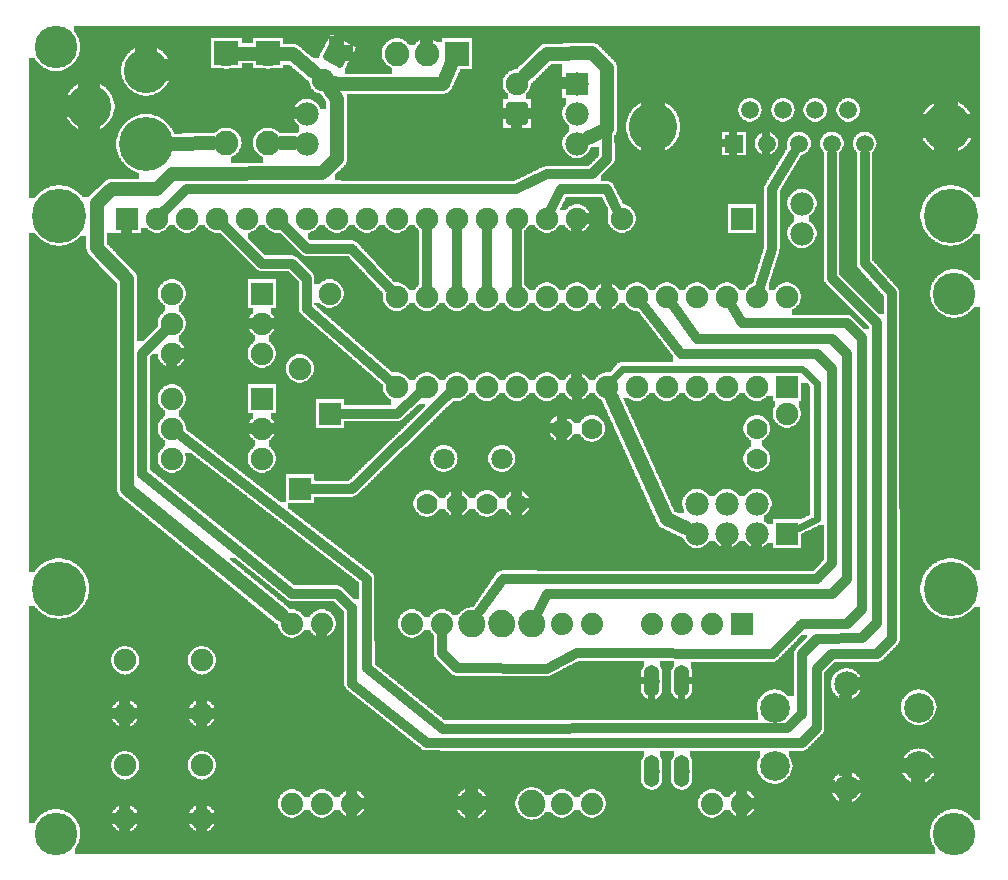
<source format=gtl>
G04 MADE WITH FRITZING*
G04 WWW.FRITZING.ORG*
G04 DOUBLE SIDED*
G04 HOLES PLATED*
G04 CONTOUR ON CENTER OF CONTOUR VECTOR*
%ASAXBY*%
%FSLAX23Y23*%
%MOIN*%
%OFA0B0*%
%SFA1.0B1.0*%
%ADD10C,0.075000*%
%ADD11C,0.180000*%
%ADD12C,0.148000*%
%ADD13C,0.070000*%
%ADD14C,0.088889*%
%ADD15C,0.052000*%
%ADD16C,0.099000*%
%ADD17C,0.085000*%
%ADD18C,0.082000*%
%ADD19C,0.074000*%
%ADD20C,0.078000*%
%ADD21C,0.141732*%
%ADD22C,0.181102*%
%ADD23C,0.070925*%
%ADD24C,0.070866*%
%ADD25C,0.059000*%
%ADD26C,0.160000*%
%ADD27R,0.082000X0.082000*%
%ADD28R,0.074000X0.074000*%
%ADD29R,0.075000X0.075000*%
%ADD30R,0.078000X0.078000*%
%ADD31R,0.059000X0.059000*%
%ADD32C,0.048000*%
%ADD33C,0.032000*%
%ADD34C,0.024000*%
%ADD35C,0.020000*%
%ADD36R,0.001000X0.001000*%
%LNCOPPER1*%
G90*
G70*
G54D10*
X1239Y2044D03*
X1206Y1779D03*
X415Y2033D03*
X1715Y1364D03*
X2153Y1438D03*
X2044Y2725D03*
G54D11*
X432Y2408D03*
G54D12*
X432Y2653D03*
X242Y2533D03*
G54D13*
X1917Y1460D03*
X1817Y1460D03*
G54D14*
X1717Y810D03*
X1617Y810D03*
X1517Y810D03*
X1717Y210D03*
X1517Y210D03*
G54D15*
X2117Y317D03*
X2217Y317D03*
X2217Y617D03*
X2117Y617D03*
X2117Y317D03*
X2217Y317D03*
X2217Y617D03*
X2117Y617D03*
G54D16*
X3006Y334D03*
X2526Y334D03*
X3006Y530D03*
X2526Y530D03*
G54D17*
X2766Y608D03*
X2766Y263D03*
G54D18*
X1467Y2710D03*
X1367Y2710D03*
X1267Y2710D03*
G54D19*
X1817Y210D03*
X1917Y810D03*
X1417Y810D03*
X1917Y210D03*
X1317Y810D03*
X1817Y810D03*
X1017Y810D03*
X917Y810D03*
X1117Y210D03*
X1017Y210D03*
X917Y210D03*
X2417Y810D03*
X2317Y810D03*
X2217Y810D03*
X2117Y810D03*
X2317Y210D03*
X2417Y210D03*
G54D20*
X2617Y2210D03*
X2617Y2110D03*
G54D10*
X2417Y2160D03*
X2017Y2160D03*
X2567Y1110D03*
X2567Y1510D03*
G54D13*
X2467Y1360D03*
X2467Y1460D03*
G54D21*
X131Y110D03*
X130Y2732D03*
X3125Y1910D03*
X3124Y110D03*
G54D22*
X141Y926D03*
X141Y2170D03*
X3113Y926D03*
X3113Y2170D03*
G54D18*
X698Y2710D03*
X698Y2412D03*
X837Y2710D03*
X837Y2412D03*
G54D10*
X367Y2160D03*
X467Y2160D03*
X567Y2160D03*
X667Y2160D03*
X767Y2160D03*
X867Y2160D03*
X967Y2160D03*
X1067Y2160D03*
X1167Y2160D03*
X1267Y2160D03*
X1367Y2160D03*
X1467Y2160D03*
X1567Y2160D03*
X1667Y2160D03*
X1767Y2160D03*
X1867Y2160D03*
X1067Y2710D03*
X1020Y2622D03*
G54D20*
X1867Y2610D03*
X1867Y2510D03*
X1867Y2410D03*
G54D10*
X361Y337D03*
X617Y337D03*
X361Y160D03*
X617Y160D03*
X361Y687D03*
X617Y687D03*
X361Y510D03*
X617Y510D03*
X1667Y2510D03*
X1667Y2610D03*
X2567Y1599D03*
X2567Y1899D03*
X2467Y1599D03*
X2467Y1899D03*
X2367Y1599D03*
X2367Y1899D03*
X2267Y1599D03*
X2267Y1899D03*
X2167Y1599D03*
X2167Y1899D03*
X2067Y1599D03*
X2067Y1899D03*
X1967Y1599D03*
X1967Y1899D03*
X1867Y1599D03*
X1867Y1899D03*
X1767Y1599D03*
X1767Y1899D03*
X1667Y1599D03*
X1667Y1899D03*
X1567Y1599D03*
X1567Y1899D03*
X1467Y1599D03*
X1467Y1899D03*
X1367Y1599D03*
X1367Y1899D03*
X1267Y1599D03*
X1267Y1899D03*
G54D23*
X1424Y1360D03*
G54D24*
X1617Y1360D03*
G54D10*
X817Y1560D03*
X517Y1560D03*
X817Y1460D03*
X517Y1460D03*
X817Y1360D03*
X517Y1360D03*
X817Y1910D03*
X517Y1910D03*
X817Y1810D03*
X517Y1810D03*
X817Y1710D03*
X517Y1710D03*
X1043Y1510D03*
X1043Y1910D03*
G54D20*
X967Y2510D03*
X967Y2410D03*
G54D10*
X943Y1260D03*
X943Y1660D03*
G54D13*
X1367Y1210D03*
X1467Y1210D03*
X1567Y1210D03*
X1667Y1210D03*
G54D25*
X2390Y2410D03*
X2499Y2410D03*
X2608Y2410D03*
X2717Y2410D03*
X2826Y2410D03*
X2444Y2522D03*
X2554Y2522D03*
X2662Y2522D03*
X2772Y2522D03*
G54D26*
X3100Y2465D03*
X2121Y2465D03*
G54D20*
X2467Y1110D03*
X2367Y1110D03*
X2267Y1110D03*
X2467Y1110D03*
X2367Y1110D03*
X2267Y1110D03*
X2267Y1210D03*
X2367Y1210D03*
X2467Y1210D03*
G54D27*
X1467Y2710D03*
G54D28*
X2417Y810D03*
G54D29*
X2417Y2160D03*
X2567Y1110D03*
G54D27*
X698Y2711D03*
X837Y2711D03*
G54D29*
X366Y2160D03*
G54D30*
X1867Y2610D03*
G54D29*
X2567Y1599D03*
X817Y1560D03*
X817Y1910D03*
X1043Y1510D03*
X943Y1260D03*
G54D31*
X2390Y2410D03*
G54D32*
X655Y2411D02*
X524Y2409D01*
G54D33*
D02*
X1867Y1509D02*
X1816Y1509D01*
D02*
X1816Y1509D02*
X1816Y1492D01*
D02*
X1867Y1565D02*
X1867Y1509D01*
D02*
X2517Y2060D02*
X2477Y1931D01*
D02*
X2517Y2259D02*
X2517Y2060D01*
D02*
X2590Y2380D02*
X2517Y2259D01*
D02*
X1966Y2259D02*
X2001Y2190D01*
D02*
X1815Y2259D02*
X1966Y2259D01*
D02*
X1782Y2191D02*
X1815Y2259D01*
G54D32*
D02*
X1917Y2711D02*
X1967Y2661D01*
D02*
X1967Y2459D02*
X1904Y2428D01*
D02*
X1695Y2638D02*
X1767Y2709D01*
G54D33*
D02*
X1914Y2708D02*
X1767Y2709D01*
D02*
X1966Y2659D02*
X1914Y2708D01*
D02*
X1966Y2461D02*
X1966Y2659D01*
D02*
X1968Y2360D02*
X1966Y2461D01*
D02*
X1917Y2309D02*
X1968Y2360D01*
D02*
X1768Y2309D02*
X1917Y2309D01*
D02*
X1665Y2259D02*
X1768Y2309D01*
D02*
X568Y2260D02*
X1665Y2259D01*
D02*
X491Y2184D02*
X568Y2260D01*
G54D34*
D02*
X2016Y1659D02*
X2617Y1659D01*
D02*
X2617Y1659D02*
X2667Y1611D01*
D02*
X2667Y1611D02*
X2667Y1159D01*
D02*
X1985Y1621D02*
X2016Y1659D01*
D02*
X2667Y1159D02*
X2592Y1122D01*
G54D33*
D02*
X917Y2010D02*
X817Y2010D01*
D02*
X967Y1960D02*
X917Y2010D01*
D02*
X967Y1860D02*
X967Y1960D01*
D02*
X817Y2010D02*
X691Y2136D01*
D02*
X1241Y1621D02*
X967Y1860D01*
D02*
X967Y2060D02*
X1117Y2060D01*
D02*
X1117Y2060D02*
X1243Y1924D01*
D02*
X891Y2136D02*
X967Y2060D01*
D02*
X1367Y2126D02*
X1367Y1933D01*
D02*
X1467Y2126D02*
X1467Y1933D01*
D02*
X1567Y2126D02*
X1567Y1933D01*
D02*
X1667Y2126D02*
X1667Y1933D01*
D02*
X978Y1260D02*
X1117Y1259D01*
D02*
X1267Y1510D02*
X1341Y1576D01*
D02*
X1077Y1510D02*
X1267Y1510D01*
D02*
X2766Y1708D02*
X2716Y1758D01*
D02*
X2766Y958D02*
X2766Y1708D01*
D02*
X2716Y908D02*
X2766Y958D01*
D02*
X2716Y1758D02*
X2268Y1758D01*
D02*
X2268Y1758D02*
X2187Y1871D01*
D02*
X1767Y910D02*
X2716Y908D01*
D02*
X1737Y850D02*
X1767Y910D01*
D02*
X2667Y1708D02*
X2215Y1708D01*
D02*
X2215Y1708D02*
X2088Y1872D01*
D02*
X1619Y960D02*
X2667Y958D01*
D02*
X1542Y847D02*
X1619Y960D01*
D02*
X2716Y1011D02*
X2716Y1659D01*
D02*
X2667Y958D02*
X2716Y1011D01*
D02*
X2716Y1659D02*
X2667Y1708D01*
G54D32*
D02*
X1067Y2358D02*
X1016Y2311D01*
D02*
X1067Y2560D02*
X1067Y2358D01*
D02*
X1044Y2590D02*
X1067Y2560D01*
D02*
X367Y1958D02*
X367Y1259D01*
D02*
X267Y2061D02*
X367Y1958D01*
D02*
X267Y2211D02*
X267Y2061D01*
D02*
X317Y2258D02*
X267Y2211D01*
D02*
X467Y2259D02*
X317Y2258D01*
D02*
X516Y2310D02*
X467Y2259D01*
D02*
X1016Y2311D02*
X516Y2310D01*
D02*
X367Y1259D02*
X884Y837D01*
G54D33*
D02*
X2816Y761D02*
X2667Y759D01*
D02*
X2667Y759D02*
X2617Y709D01*
D02*
X2868Y811D02*
X2816Y761D01*
D02*
X2617Y709D02*
X2617Y510D01*
D02*
X2617Y510D02*
X2567Y461D01*
D02*
X2567Y461D02*
X2267Y461D01*
D02*
X2717Y2375D02*
X2716Y1961D01*
D02*
X2868Y709D02*
X2716Y709D01*
D02*
X2716Y709D02*
X2667Y659D01*
D02*
X2918Y759D02*
X2868Y709D01*
D02*
X1166Y960D02*
X544Y1439D01*
D02*
X1167Y661D02*
X1166Y960D01*
D02*
X1419Y460D02*
X1167Y661D01*
D02*
X2667Y659D02*
X2667Y461D01*
D02*
X418Y1710D02*
X493Y1786D01*
D02*
X2866Y1811D02*
X2868Y811D01*
D02*
X2716Y1961D02*
X2866Y1811D01*
D02*
X418Y1310D02*
X418Y1710D01*
D02*
X2918Y861D02*
X2918Y759D01*
D02*
X2916Y1911D02*
X2918Y861D01*
D02*
X2826Y2011D02*
X2916Y1911D01*
D02*
X918Y910D02*
X418Y1310D01*
D02*
X1117Y610D02*
X1116Y861D01*
D02*
X2826Y2375D02*
X2826Y2011D01*
D02*
X1116Y861D02*
X1067Y910D01*
D02*
X1067Y910D02*
X918Y910D01*
D02*
X2267Y461D02*
X1419Y460D01*
D02*
X1367Y412D02*
X1117Y610D01*
D02*
X2267Y461D02*
X2267Y461D01*
D02*
X2667Y461D02*
X2617Y411D01*
D02*
X2617Y411D02*
X1367Y412D01*
G54D32*
D02*
X919Y2708D02*
X990Y2647D01*
D02*
X880Y2709D02*
X919Y2708D01*
D02*
X880Y2411D02*
X925Y2411D01*
D02*
X794Y2710D02*
X741Y2710D01*
D02*
X1067Y2608D02*
X1058Y2611D01*
D02*
X1419Y2608D02*
X1067Y2608D01*
D02*
X1448Y2671D02*
X1419Y2608D01*
D02*
X2230Y1128D02*
X2166Y1158D01*
D02*
X2166Y1158D02*
X1983Y1563D01*
G54D33*
D02*
X1416Y711D02*
X1417Y773D01*
D02*
X2767Y809D02*
X2616Y809D01*
D02*
X2418Y1811D02*
X2766Y1811D01*
D02*
X2384Y1869D02*
X2418Y1811D01*
D02*
X2816Y1762D02*
X2818Y859D01*
D02*
X2766Y1811D02*
X2816Y1762D01*
D02*
X2818Y859D02*
X2767Y809D01*
D02*
X1467Y661D02*
X1416Y711D01*
D02*
X1767Y660D02*
X1467Y661D01*
D02*
X1867Y712D02*
X1767Y660D01*
D02*
X2519Y708D02*
X1867Y712D01*
D02*
X2616Y809D02*
X2519Y708D01*
G54D32*
D02*
X1967Y2661D02*
X1967Y2459D01*
G54D33*
D02*
X1767Y2709D02*
X1691Y2634D01*
G54D32*
D02*
X1767Y2709D02*
X1917Y2711D01*
G54D33*
D02*
X1117Y1259D02*
X1442Y1575D01*
G36*
X1006Y2137D02*
X1006Y2135D01*
X1004Y2135D01*
X1004Y2131D01*
X1002Y2131D01*
X1002Y2129D01*
X1000Y2129D01*
X1000Y2127D01*
X998Y2127D01*
X998Y2125D01*
X996Y2125D01*
X996Y2123D01*
X992Y2123D01*
X992Y2121D01*
X990Y2121D01*
X990Y2119D01*
X986Y2119D01*
X986Y2117D01*
X982Y2117D01*
X982Y2115D01*
X976Y2115D01*
X976Y2113D01*
X1058Y2113D01*
X1058Y2115D01*
X1052Y2115D01*
X1052Y2117D01*
X1048Y2117D01*
X1048Y2119D01*
X1044Y2119D01*
X1044Y2121D01*
X1040Y2121D01*
X1040Y2123D01*
X1038Y2123D01*
X1038Y2125D01*
X1036Y2125D01*
X1036Y2127D01*
X1034Y2127D01*
X1034Y2129D01*
X1032Y2129D01*
X1032Y2131D01*
X1030Y2131D01*
X1030Y2133D01*
X1028Y2133D01*
X1028Y2137D01*
X1006Y2137D01*
G37*
D02*
G36*
X1106Y2137D02*
X1106Y2135D01*
X1104Y2135D01*
X1104Y2131D01*
X1102Y2131D01*
X1102Y2129D01*
X1100Y2129D01*
X1100Y2127D01*
X1098Y2127D01*
X1098Y2125D01*
X1096Y2125D01*
X1096Y2123D01*
X1092Y2123D01*
X1092Y2121D01*
X1090Y2121D01*
X1090Y2119D01*
X1086Y2119D01*
X1086Y2117D01*
X1082Y2117D01*
X1082Y2115D01*
X1076Y2115D01*
X1076Y2113D01*
X1158Y2113D01*
X1158Y2115D01*
X1152Y2115D01*
X1152Y2117D01*
X1148Y2117D01*
X1148Y2119D01*
X1144Y2119D01*
X1144Y2121D01*
X1140Y2121D01*
X1140Y2123D01*
X1138Y2123D01*
X1138Y2125D01*
X1136Y2125D01*
X1136Y2127D01*
X1134Y2127D01*
X1134Y2129D01*
X1132Y2129D01*
X1132Y2131D01*
X1130Y2131D01*
X1130Y2133D01*
X1128Y2133D01*
X1128Y2137D01*
X1106Y2137D01*
G37*
D02*
G36*
X1206Y2137D02*
X1206Y2135D01*
X1204Y2135D01*
X1204Y2131D01*
X1202Y2131D01*
X1202Y2129D01*
X1200Y2129D01*
X1200Y2127D01*
X1198Y2127D01*
X1198Y2125D01*
X1196Y2125D01*
X1196Y2123D01*
X1192Y2123D01*
X1192Y2121D01*
X1190Y2121D01*
X1190Y2119D01*
X1186Y2119D01*
X1186Y2117D01*
X1182Y2117D01*
X1182Y2115D01*
X1176Y2115D01*
X1176Y2113D01*
X1258Y2113D01*
X1258Y2115D01*
X1252Y2115D01*
X1252Y2117D01*
X1248Y2117D01*
X1248Y2119D01*
X1244Y2119D01*
X1244Y2121D01*
X1240Y2121D01*
X1240Y2123D01*
X1238Y2123D01*
X1238Y2125D01*
X1236Y2125D01*
X1236Y2127D01*
X1234Y2127D01*
X1234Y2129D01*
X1232Y2129D01*
X1232Y2131D01*
X1230Y2131D01*
X1230Y2133D01*
X1228Y2133D01*
X1228Y2137D01*
X1206Y2137D01*
G37*
D02*
G36*
X1306Y2137D02*
X1306Y2135D01*
X1304Y2135D01*
X1304Y2131D01*
X1302Y2131D01*
X1302Y2129D01*
X1300Y2129D01*
X1300Y2127D01*
X1298Y2127D01*
X1298Y2125D01*
X1296Y2125D01*
X1296Y2123D01*
X1292Y2123D01*
X1292Y2121D01*
X1290Y2121D01*
X1290Y2119D01*
X1286Y2119D01*
X1286Y2117D01*
X1282Y2117D01*
X1282Y2115D01*
X1276Y2115D01*
X1276Y2113D01*
X1340Y2113D01*
X1340Y2123D01*
X1338Y2123D01*
X1338Y2125D01*
X1336Y2125D01*
X1336Y2127D01*
X1334Y2127D01*
X1334Y2129D01*
X1332Y2129D01*
X1332Y2131D01*
X1330Y2131D01*
X1330Y2133D01*
X1328Y2133D01*
X1328Y2137D01*
X1306Y2137D01*
G37*
D02*
G36*
X970Y2113D02*
X970Y2111D01*
X1340Y2111D01*
X1340Y2113D01*
X970Y2113D01*
G37*
D02*
G36*
X970Y2113D02*
X970Y2111D01*
X1340Y2111D01*
X1340Y2113D01*
X970Y2113D01*
G37*
D02*
G36*
X970Y2113D02*
X970Y2111D01*
X1340Y2111D01*
X1340Y2113D01*
X970Y2113D01*
G37*
D02*
G36*
X970Y2113D02*
X970Y2111D01*
X1340Y2111D01*
X1340Y2113D01*
X970Y2113D01*
G37*
D02*
G36*
X970Y2111D02*
X970Y2093D01*
X972Y2093D01*
X972Y2091D01*
X974Y2091D01*
X974Y2089D01*
X976Y2089D01*
X976Y2087D01*
X1120Y2087D01*
X1120Y2085D01*
X1128Y2085D01*
X1128Y2083D01*
X1130Y2083D01*
X1130Y2081D01*
X1134Y2081D01*
X1134Y2079D01*
X1136Y2079D01*
X1136Y2077D01*
X1138Y2077D01*
X1138Y2075D01*
X1140Y2075D01*
X1140Y2073D01*
X1142Y2073D01*
X1142Y2071D01*
X1144Y2071D01*
X1144Y2067D01*
X1146Y2067D01*
X1146Y2065D01*
X1148Y2065D01*
X1148Y2063D01*
X1150Y2063D01*
X1150Y2061D01*
X1152Y2061D01*
X1152Y2059D01*
X1154Y2059D01*
X1154Y2057D01*
X1156Y2057D01*
X1156Y2055D01*
X1158Y2055D01*
X1158Y2053D01*
X1160Y2053D01*
X1160Y2051D01*
X1162Y2051D01*
X1162Y2049D01*
X1164Y2049D01*
X1164Y2047D01*
X1166Y2047D01*
X1166Y2045D01*
X1168Y2045D01*
X1168Y2043D01*
X1170Y2043D01*
X1170Y2039D01*
X1172Y2039D01*
X1172Y2037D01*
X1174Y2037D01*
X1174Y2035D01*
X1176Y2035D01*
X1176Y2033D01*
X1178Y2033D01*
X1178Y2031D01*
X1180Y2031D01*
X1180Y2029D01*
X1182Y2029D01*
X1182Y2027D01*
X1184Y2027D01*
X1184Y2025D01*
X1186Y2025D01*
X1186Y2023D01*
X1188Y2023D01*
X1188Y2021D01*
X1190Y2021D01*
X1190Y2019D01*
X1192Y2019D01*
X1192Y2017D01*
X1194Y2017D01*
X1194Y2015D01*
X1196Y2015D01*
X1196Y2013D01*
X1198Y2013D01*
X1198Y2009D01*
X1200Y2009D01*
X1200Y2007D01*
X1202Y2007D01*
X1202Y2005D01*
X1204Y2005D01*
X1204Y2003D01*
X1206Y2003D01*
X1206Y2001D01*
X1208Y2001D01*
X1208Y1999D01*
X1210Y1999D01*
X1210Y1997D01*
X1212Y1997D01*
X1212Y1995D01*
X1214Y1995D01*
X1214Y1993D01*
X1216Y1993D01*
X1216Y1991D01*
X1218Y1991D01*
X1218Y1989D01*
X1220Y1989D01*
X1220Y1987D01*
X1222Y1987D01*
X1222Y1985D01*
X1224Y1985D01*
X1224Y1983D01*
X1226Y1983D01*
X1226Y1979D01*
X1228Y1979D01*
X1228Y1977D01*
X1230Y1977D01*
X1230Y1975D01*
X1232Y1975D01*
X1232Y1973D01*
X1234Y1973D01*
X1234Y1971D01*
X1236Y1971D01*
X1236Y1969D01*
X1238Y1969D01*
X1238Y1967D01*
X1240Y1967D01*
X1240Y1965D01*
X1242Y1965D01*
X1242Y1963D01*
X1244Y1963D01*
X1244Y1961D01*
X1246Y1961D01*
X1246Y1959D01*
X1248Y1959D01*
X1248Y1957D01*
X1250Y1957D01*
X1250Y1955D01*
X1252Y1955D01*
X1252Y1951D01*
X1254Y1951D01*
X1254Y1949D01*
X1256Y1949D01*
X1256Y1947D01*
X1274Y1947D01*
X1274Y1945D01*
X1280Y1945D01*
X1280Y1943D01*
X1284Y1943D01*
X1284Y1941D01*
X1288Y1941D01*
X1288Y1939D01*
X1292Y1939D01*
X1292Y1937D01*
X1294Y1937D01*
X1294Y1935D01*
X1296Y1935D01*
X1296Y1933D01*
X1298Y1933D01*
X1298Y1931D01*
X1300Y1931D01*
X1300Y1929D01*
X1302Y1929D01*
X1302Y1927D01*
X1304Y1927D01*
X1304Y1925D01*
X1306Y1925D01*
X1306Y1921D01*
X1326Y1921D01*
X1326Y1923D01*
X1328Y1923D01*
X1328Y1925D01*
X1330Y1925D01*
X1330Y1929D01*
X1332Y1929D01*
X1332Y1931D01*
X1334Y1931D01*
X1334Y1933D01*
X1336Y1933D01*
X1336Y1935D01*
X1338Y1935D01*
X1338Y1937D01*
X1340Y1937D01*
X1340Y2111D01*
X970Y2111D01*
G37*
D02*
G36*
X806Y2137D02*
X806Y2135D01*
X804Y2135D01*
X804Y2131D01*
X802Y2131D01*
X802Y2129D01*
X800Y2129D01*
X800Y2127D01*
X798Y2127D01*
X798Y2125D01*
X796Y2125D01*
X796Y2123D01*
X792Y2123D01*
X792Y2121D01*
X790Y2121D01*
X790Y2119D01*
X786Y2119D01*
X786Y2117D01*
X782Y2117D01*
X782Y2115D01*
X776Y2115D01*
X776Y2113D01*
X770Y2113D01*
X770Y2093D01*
X772Y2093D01*
X772Y2091D01*
X774Y2091D01*
X774Y2089D01*
X776Y2089D01*
X776Y2087D01*
X778Y2087D01*
X778Y2085D01*
X780Y2085D01*
X780Y2083D01*
X782Y2083D01*
X782Y2081D01*
X784Y2081D01*
X784Y2079D01*
X786Y2079D01*
X786Y2077D01*
X788Y2077D01*
X788Y2075D01*
X790Y2075D01*
X790Y2073D01*
X792Y2073D01*
X792Y2071D01*
X794Y2071D01*
X794Y2069D01*
X796Y2069D01*
X796Y2067D01*
X798Y2067D01*
X798Y2065D01*
X800Y2065D01*
X800Y2063D01*
X802Y2063D01*
X802Y2061D01*
X804Y2061D01*
X804Y2059D01*
X806Y2059D01*
X806Y2057D01*
X808Y2057D01*
X808Y2055D01*
X810Y2055D01*
X810Y2053D01*
X812Y2053D01*
X812Y2051D01*
X814Y2051D01*
X814Y2049D01*
X816Y2049D01*
X816Y2047D01*
X818Y2047D01*
X818Y2045D01*
X820Y2045D01*
X820Y2043D01*
X822Y2043D01*
X822Y2041D01*
X824Y2041D01*
X824Y2039D01*
X826Y2039D01*
X826Y2037D01*
X920Y2037D01*
X920Y2035D01*
X928Y2035D01*
X928Y2033D01*
X930Y2033D01*
X930Y2031D01*
X934Y2031D01*
X934Y2029D01*
X936Y2029D01*
X936Y2027D01*
X938Y2027D01*
X938Y2025D01*
X940Y2025D01*
X940Y2023D01*
X942Y2023D01*
X942Y2021D01*
X944Y2021D01*
X944Y2019D01*
X946Y2019D01*
X946Y2017D01*
X948Y2017D01*
X948Y2015D01*
X950Y2015D01*
X950Y2013D01*
X952Y2013D01*
X952Y2011D01*
X954Y2011D01*
X954Y2009D01*
X956Y2009D01*
X956Y2007D01*
X958Y2007D01*
X958Y2005D01*
X960Y2005D01*
X960Y2003D01*
X962Y2003D01*
X962Y2001D01*
X964Y2001D01*
X964Y1999D01*
X966Y1999D01*
X966Y1997D01*
X968Y1997D01*
X968Y1995D01*
X970Y1995D01*
X970Y1993D01*
X972Y1993D01*
X972Y1991D01*
X974Y1991D01*
X974Y1989D01*
X976Y1989D01*
X976Y1987D01*
X978Y1987D01*
X978Y1985D01*
X980Y1985D01*
X980Y1983D01*
X982Y1983D01*
X982Y1981D01*
X984Y1981D01*
X984Y1979D01*
X986Y1979D01*
X986Y1977D01*
X988Y1977D01*
X988Y1973D01*
X990Y1973D01*
X990Y1969D01*
X992Y1969D01*
X992Y1957D01*
X1054Y1957D01*
X1054Y1955D01*
X1058Y1955D01*
X1058Y1953D01*
X1062Y1953D01*
X1062Y1951D01*
X1066Y1951D01*
X1066Y1949D01*
X1070Y1949D01*
X1070Y1947D01*
X1072Y1947D01*
X1072Y1945D01*
X1074Y1945D01*
X1074Y1943D01*
X1076Y1943D01*
X1076Y1941D01*
X1078Y1941D01*
X1078Y1939D01*
X1080Y1939D01*
X1080Y1935D01*
X1082Y1935D01*
X1082Y1933D01*
X1084Y1933D01*
X1084Y1929D01*
X1086Y1929D01*
X1086Y1925D01*
X1088Y1925D01*
X1088Y1919D01*
X1090Y1919D01*
X1090Y1901D01*
X1088Y1901D01*
X1088Y1895D01*
X1086Y1895D01*
X1086Y1891D01*
X1084Y1891D01*
X1084Y1887D01*
X1082Y1887D01*
X1082Y1885D01*
X1080Y1885D01*
X1080Y1881D01*
X1078Y1881D01*
X1078Y1879D01*
X1076Y1879D01*
X1076Y1877D01*
X1074Y1877D01*
X1074Y1875D01*
X1072Y1875D01*
X1072Y1873D01*
X1068Y1873D01*
X1068Y1871D01*
X1066Y1871D01*
X1066Y1869D01*
X1062Y1869D01*
X1062Y1867D01*
X1058Y1867D01*
X1058Y1865D01*
X1052Y1865D01*
X1052Y1863D01*
X1236Y1863D01*
X1236Y1865D01*
X1234Y1865D01*
X1234Y1867D01*
X1232Y1867D01*
X1232Y1869D01*
X1230Y1869D01*
X1230Y1873D01*
X1228Y1873D01*
X1228Y1875D01*
X1226Y1875D01*
X1226Y1879D01*
X1224Y1879D01*
X1224Y1883D01*
X1222Y1883D01*
X1222Y1887D01*
X1220Y1887D01*
X1220Y1913D01*
X1218Y1913D01*
X1218Y1915D01*
X1216Y1915D01*
X1216Y1917D01*
X1214Y1917D01*
X1214Y1919D01*
X1212Y1919D01*
X1212Y1921D01*
X1210Y1921D01*
X1210Y1923D01*
X1208Y1923D01*
X1208Y1925D01*
X1206Y1925D01*
X1206Y1927D01*
X1204Y1927D01*
X1204Y1929D01*
X1202Y1929D01*
X1202Y1931D01*
X1200Y1931D01*
X1200Y1933D01*
X1198Y1933D01*
X1198Y1935D01*
X1196Y1935D01*
X1196Y1937D01*
X1194Y1937D01*
X1194Y1941D01*
X1192Y1941D01*
X1192Y1943D01*
X1190Y1943D01*
X1190Y1945D01*
X1188Y1945D01*
X1188Y1947D01*
X1186Y1947D01*
X1186Y1949D01*
X1184Y1949D01*
X1184Y1951D01*
X1182Y1951D01*
X1182Y1953D01*
X1180Y1953D01*
X1180Y1955D01*
X1178Y1955D01*
X1178Y1957D01*
X1176Y1957D01*
X1176Y1959D01*
X1174Y1959D01*
X1174Y1961D01*
X1172Y1961D01*
X1172Y1963D01*
X1170Y1963D01*
X1170Y1965D01*
X1168Y1965D01*
X1168Y1967D01*
X1166Y1967D01*
X1166Y1971D01*
X1164Y1971D01*
X1164Y1973D01*
X1162Y1973D01*
X1162Y1975D01*
X1160Y1975D01*
X1160Y1977D01*
X1158Y1977D01*
X1158Y1979D01*
X1156Y1979D01*
X1156Y1981D01*
X1154Y1981D01*
X1154Y1983D01*
X1152Y1983D01*
X1152Y1985D01*
X1150Y1985D01*
X1150Y1987D01*
X1148Y1987D01*
X1148Y1989D01*
X1146Y1989D01*
X1146Y1991D01*
X1144Y1991D01*
X1144Y1993D01*
X1142Y1993D01*
X1142Y1995D01*
X1140Y1995D01*
X1140Y1999D01*
X1138Y1999D01*
X1138Y2001D01*
X1136Y2001D01*
X1136Y2003D01*
X1134Y2003D01*
X1134Y2005D01*
X1132Y2005D01*
X1132Y2007D01*
X1130Y2007D01*
X1130Y2009D01*
X1128Y2009D01*
X1128Y2011D01*
X1126Y2011D01*
X1126Y2013D01*
X1124Y2013D01*
X1124Y2015D01*
X1122Y2015D01*
X1122Y2017D01*
X1120Y2017D01*
X1120Y2019D01*
X1118Y2019D01*
X1118Y2021D01*
X1116Y2021D01*
X1116Y2023D01*
X1114Y2023D01*
X1114Y2025D01*
X1112Y2025D01*
X1112Y2029D01*
X1110Y2029D01*
X1110Y2031D01*
X1108Y2031D01*
X1108Y2033D01*
X1106Y2033D01*
X1106Y2035D01*
X958Y2035D01*
X958Y2037D01*
X954Y2037D01*
X954Y2039D01*
X950Y2039D01*
X950Y2041D01*
X948Y2041D01*
X948Y2043D01*
X946Y2043D01*
X946Y2045D01*
X944Y2045D01*
X944Y2047D01*
X942Y2047D01*
X942Y2049D01*
X940Y2049D01*
X940Y2051D01*
X938Y2051D01*
X938Y2053D01*
X936Y2053D01*
X936Y2055D01*
X934Y2055D01*
X934Y2057D01*
X932Y2057D01*
X932Y2059D01*
X930Y2059D01*
X930Y2061D01*
X928Y2061D01*
X928Y2063D01*
X926Y2063D01*
X926Y2065D01*
X924Y2065D01*
X924Y2067D01*
X922Y2067D01*
X922Y2069D01*
X920Y2069D01*
X920Y2071D01*
X918Y2071D01*
X918Y2073D01*
X916Y2073D01*
X916Y2075D01*
X914Y2075D01*
X914Y2077D01*
X912Y2077D01*
X912Y2079D01*
X910Y2079D01*
X910Y2081D01*
X908Y2081D01*
X908Y2083D01*
X906Y2083D01*
X906Y2085D01*
X904Y2085D01*
X904Y2087D01*
X902Y2087D01*
X902Y2089D01*
X900Y2089D01*
X900Y2091D01*
X898Y2091D01*
X898Y2093D01*
X896Y2093D01*
X896Y2095D01*
X894Y2095D01*
X894Y2097D01*
X892Y2097D01*
X892Y2099D01*
X890Y2099D01*
X890Y2101D01*
X888Y2101D01*
X888Y2103D01*
X886Y2103D01*
X886Y2105D01*
X884Y2105D01*
X884Y2107D01*
X882Y2107D01*
X882Y2109D01*
X880Y2109D01*
X880Y2111D01*
X878Y2111D01*
X878Y2113D01*
X858Y2113D01*
X858Y2115D01*
X852Y2115D01*
X852Y2117D01*
X848Y2117D01*
X848Y2119D01*
X844Y2119D01*
X844Y2121D01*
X840Y2121D01*
X840Y2123D01*
X838Y2123D01*
X838Y2125D01*
X836Y2125D01*
X836Y2127D01*
X834Y2127D01*
X834Y2129D01*
X832Y2129D01*
X832Y2131D01*
X830Y2131D01*
X830Y2133D01*
X828Y2133D01*
X828Y2137D01*
X806Y2137D01*
G37*
D02*
G36*
X992Y1957D02*
X992Y1943D01*
X1012Y1943D01*
X1012Y1945D01*
X1014Y1945D01*
X1014Y1947D01*
X1016Y1947D01*
X1016Y1949D01*
X1018Y1949D01*
X1018Y1951D01*
X1022Y1951D01*
X1022Y1953D01*
X1026Y1953D01*
X1026Y1955D01*
X1032Y1955D01*
X1032Y1957D01*
X992Y1957D01*
G37*
D02*
G36*
X992Y1877D02*
X992Y1871D01*
X996Y1871D01*
X996Y1869D01*
X998Y1869D01*
X998Y1867D01*
X1000Y1867D01*
X1000Y1865D01*
X1002Y1865D01*
X1002Y1863D01*
X1032Y1863D01*
X1032Y1865D01*
X1028Y1865D01*
X1028Y1867D01*
X1022Y1867D01*
X1022Y1869D01*
X1020Y1869D01*
X1020Y1871D01*
X1016Y1871D01*
X1016Y1873D01*
X1014Y1873D01*
X1014Y1875D01*
X1012Y1875D01*
X1012Y1877D01*
X992Y1877D01*
G37*
D02*
G36*
X1306Y1877D02*
X1306Y1873D01*
X1304Y1873D01*
X1304Y1871D01*
X1302Y1871D01*
X1302Y1869D01*
X1300Y1869D01*
X1300Y1867D01*
X1298Y1867D01*
X1298Y1865D01*
X1296Y1865D01*
X1296Y1863D01*
X1294Y1863D01*
X1294Y1861D01*
X1292Y1861D01*
X1292Y1859D01*
X1288Y1859D01*
X1288Y1857D01*
X1284Y1857D01*
X1284Y1855D01*
X1280Y1855D01*
X1280Y1853D01*
X1272Y1853D01*
X1272Y1851D01*
X1362Y1851D01*
X1362Y1853D01*
X1354Y1853D01*
X1354Y1855D01*
X1348Y1855D01*
X1348Y1857D01*
X1346Y1857D01*
X1346Y1859D01*
X1342Y1859D01*
X1342Y1861D01*
X1340Y1861D01*
X1340Y1863D01*
X1336Y1863D01*
X1336Y1865D01*
X1334Y1865D01*
X1334Y1867D01*
X1332Y1867D01*
X1332Y1869D01*
X1330Y1869D01*
X1330Y1873D01*
X1328Y1873D01*
X1328Y1875D01*
X1326Y1875D01*
X1326Y1877D01*
X1306Y1877D01*
G37*
D02*
G36*
X1406Y1877D02*
X1406Y1873D01*
X1404Y1873D01*
X1404Y1871D01*
X1402Y1871D01*
X1402Y1869D01*
X1400Y1869D01*
X1400Y1867D01*
X1398Y1867D01*
X1398Y1865D01*
X1396Y1865D01*
X1396Y1863D01*
X1394Y1863D01*
X1394Y1861D01*
X1392Y1861D01*
X1392Y1859D01*
X1388Y1859D01*
X1388Y1857D01*
X1384Y1857D01*
X1384Y1855D01*
X1380Y1855D01*
X1380Y1853D01*
X1372Y1853D01*
X1372Y1851D01*
X1462Y1851D01*
X1462Y1853D01*
X1454Y1853D01*
X1454Y1855D01*
X1448Y1855D01*
X1448Y1857D01*
X1446Y1857D01*
X1446Y1859D01*
X1442Y1859D01*
X1442Y1861D01*
X1440Y1861D01*
X1440Y1863D01*
X1436Y1863D01*
X1436Y1865D01*
X1434Y1865D01*
X1434Y1867D01*
X1432Y1867D01*
X1432Y1869D01*
X1430Y1869D01*
X1430Y1873D01*
X1428Y1873D01*
X1428Y1875D01*
X1426Y1875D01*
X1426Y1877D01*
X1406Y1877D01*
G37*
D02*
G36*
X1506Y1877D02*
X1506Y1873D01*
X1504Y1873D01*
X1504Y1871D01*
X1502Y1871D01*
X1502Y1869D01*
X1500Y1869D01*
X1500Y1867D01*
X1498Y1867D01*
X1498Y1865D01*
X1496Y1865D01*
X1496Y1863D01*
X1494Y1863D01*
X1494Y1861D01*
X1492Y1861D01*
X1492Y1859D01*
X1488Y1859D01*
X1488Y1857D01*
X1484Y1857D01*
X1484Y1855D01*
X1480Y1855D01*
X1480Y1853D01*
X1472Y1853D01*
X1472Y1851D01*
X1562Y1851D01*
X1562Y1853D01*
X1554Y1853D01*
X1554Y1855D01*
X1548Y1855D01*
X1548Y1857D01*
X1546Y1857D01*
X1546Y1859D01*
X1542Y1859D01*
X1542Y1861D01*
X1540Y1861D01*
X1540Y1863D01*
X1536Y1863D01*
X1536Y1865D01*
X1534Y1865D01*
X1534Y1867D01*
X1532Y1867D01*
X1532Y1869D01*
X1530Y1869D01*
X1530Y1873D01*
X1528Y1873D01*
X1528Y1875D01*
X1526Y1875D01*
X1526Y1877D01*
X1506Y1877D01*
G37*
D02*
G36*
X1606Y1877D02*
X1606Y1873D01*
X1604Y1873D01*
X1604Y1871D01*
X1602Y1871D01*
X1602Y1869D01*
X1600Y1869D01*
X1600Y1867D01*
X1598Y1867D01*
X1598Y1865D01*
X1596Y1865D01*
X1596Y1863D01*
X1594Y1863D01*
X1594Y1861D01*
X1592Y1861D01*
X1592Y1859D01*
X1588Y1859D01*
X1588Y1857D01*
X1584Y1857D01*
X1584Y1855D01*
X1580Y1855D01*
X1580Y1853D01*
X1572Y1853D01*
X1572Y1851D01*
X1662Y1851D01*
X1662Y1853D01*
X1654Y1853D01*
X1654Y1855D01*
X1648Y1855D01*
X1648Y1857D01*
X1646Y1857D01*
X1646Y1859D01*
X1642Y1859D01*
X1642Y1861D01*
X1640Y1861D01*
X1640Y1863D01*
X1636Y1863D01*
X1636Y1865D01*
X1634Y1865D01*
X1634Y1867D01*
X1632Y1867D01*
X1632Y1869D01*
X1630Y1869D01*
X1630Y1873D01*
X1628Y1873D01*
X1628Y1875D01*
X1626Y1875D01*
X1626Y1877D01*
X1606Y1877D01*
G37*
D02*
G36*
X1706Y1877D02*
X1706Y1873D01*
X1704Y1873D01*
X1704Y1871D01*
X1702Y1871D01*
X1702Y1869D01*
X1700Y1869D01*
X1700Y1867D01*
X1698Y1867D01*
X1698Y1865D01*
X1696Y1865D01*
X1696Y1863D01*
X1694Y1863D01*
X1694Y1861D01*
X1692Y1861D01*
X1692Y1859D01*
X1688Y1859D01*
X1688Y1857D01*
X1684Y1857D01*
X1684Y1855D01*
X1680Y1855D01*
X1680Y1853D01*
X1672Y1853D01*
X1672Y1851D01*
X1762Y1851D01*
X1762Y1853D01*
X1754Y1853D01*
X1754Y1855D01*
X1748Y1855D01*
X1748Y1857D01*
X1746Y1857D01*
X1746Y1859D01*
X1742Y1859D01*
X1742Y1861D01*
X1740Y1861D01*
X1740Y1863D01*
X1736Y1863D01*
X1736Y1865D01*
X1734Y1865D01*
X1734Y1867D01*
X1732Y1867D01*
X1732Y1869D01*
X1730Y1869D01*
X1730Y1873D01*
X1728Y1873D01*
X1728Y1875D01*
X1726Y1875D01*
X1726Y1877D01*
X1706Y1877D01*
G37*
D02*
G36*
X1806Y1877D02*
X1806Y1873D01*
X1804Y1873D01*
X1804Y1871D01*
X1802Y1871D01*
X1802Y1869D01*
X1800Y1869D01*
X1800Y1867D01*
X1798Y1867D01*
X1798Y1865D01*
X1796Y1865D01*
X1796Y1863D01*
X1794Y1863D01*
X1794Y1861D01*
X1792Y1861D01*
X1792Y1859D01*
X1788Y1859D01*
X1788Y1857D01*
X1784Y1857D01*
X1784Y1855D01*
X1780Y1855D01*
X1780Y1853D01*
X1772Y1853D01*
X1772Y1851D01*
X1862Y1851D01*
X1862Y1853D01*
X1854Y1853D01*
X1854Y1855D01*
X1848Y1855D01*
X1848Y1857D01*
X1846Y1857D01*
X1846Y1859D01*
X1842Y1859D01*
X1842Y1861D01*
X1840Y1861D01*
X1840Y1863D01*
X1836Y1863D01*
X1836Y1865D01*
X1834Y1865D01*
X1834Y1867D01*
X1832Y1867D01*
X1832Y1869D01*
X1830Y1869D01*
X1830Y1873D01*
X1828Y1873D01*
X1828Y1875D01*
X1826Y1875D01*
X1826Y1877D01*
X1806Y1877D01*
G37*
D02*
G36*
X1906Y1877D02*
X1906Y1873D01*
X1904Y1873D01*
X1904Y1871D01*
X1902Y1871D01*
X1902Y1869D01*
X1900Y1869D01*
X1900Y1867D01*
X1898Y1867D01*
X1898Y1865D01*
X1896Y1865D01*
X1896Y1863D01*
X1894Y1863D01*
X1894Y1861D01*
X1892Y1861D01*
X1892Y1859D01*
X1888Y1859D01*
X1888Y1857D01*
X1884Y1857D01*
X1884Y1855D01*
X1880Y1855D01*
X1880Y1853D01*
X1872Y1853D01*
X1872Y1851D01*
X1962Y1851D01*
X1962Y1853D01*
X1954Y1853D01*
X1954Y1855D01*
X1948Y1855D01*
X1948Y1857D01*
X1946Y1857D01*
X1946Y1859D01*
X1942Y1859D01*
X1942Y1861D01*
X1940Y1861D01*
X1940Y1863D01*
X1936Y1863D01*
X1936Y1865D01*
X1934Y1865D01*
X1934Y1867D01*
X1932Y1867D01*
X1932Y1869D01*
X1930Y1869D01*
X1930Y1873D01*
X1928Y1873D01*
X1928Y1875D01*
X1926Y1875D01*
X1926Y1877D01*
X1906Y1877D01*
G37*
D02*
G36*
X2006Y1877D02*
X2006Y1873D01*
X2004Y1873D01*
X2004Y1871D01*
X2002Y1871D01*
X2002Y1869D01*
X2000Y1869D01*
X2000Y1867D01*
X1998Y1867D01*
X1998Y1865D01*
X1996Y1865D01*
X1996Y1863D01*
X1994Y1863D01*
X1994Y1861D01*
X1992Y1861D01*
X1992Y1859D01*
X1988Y1859D01*
X1988Y1857D01*
X1984Y1857D01*
X1984Y1855D01*
X1980Y1855D01*
X1980Y1853D01*
X1972Y1853D01*
X1972Y1851D01*
X2062Y1851D01*
X2062Y1853D01*
X2054Y1853D01*
X2054Y1855D01*
X2048Y1855D01*
X2048Y1857D01*
X2046Y1857D01*
X2046Y1859D01*
X2042Y1859D01*
X2042Y1861D01*
X2040Y1861D01*
X2040Y1863D01*
X2036Y1863D01*
X2036Y1865D01*
X2034Y1865D01*
X2034Y1867D01*
X2032Y1867D01*
X2032Y1869D01*
X2030Y1869D01*
X2030Y1873D01*
X2028Y1873D01*
X2028Y1875D01*
X2026Y1875D01*
X2026Y1877D01*
X2006Y1877D01*
G37*
D02*
G36*
X1004Y1863D02*
X1004Y1861D01*
X1240Y1861D01*
X1240Y1863D01*
X1004Y1863D01*
G37*
D02*
G36*
X1004Y1863D02*
X1004Y1861D01*
X1240Y1861D01*
X1240Y1863D01*
X1004Y1863D01*
G37*
D02*
G36*
X1006Y1861D02*
X1006Y1859D01*
X1008Y1859D01*
X1008Y1857D01*
X1012Y1857D01*
X1012Y1855D01*
X1014Y1855D01*
X1014Y1853D01*
X1016Y1853D01*
X1016Y1851D01*
X1262Y1851D01*
X1262Y1853D01*
X1254Y1853D01*
X1254Y1855D01*
X1248Y1855D01*
X1248Y1857D01*
X1246Y1857D01*
X1246Y1859D01*
X1242Y1859D01*
X1242Y1861D01*
X1006Y1861D01*
G37*
D02*
G36*
X1018Y1851D02*
X1018Y1849D01*
X2072Y1849D01*
X2072Y1851D01*
X1018Y1851D01*
G37*
D02*
G36*
X1018Y1851D02*
X1018Y1849D01*
X2072Y1849D01*
X2072Y1851D01*
X1018Y1851D01*
G37*
D02*
G36*
X1018Y1851D02*
X1018Y1849D01*
X2072Y1849D01*
X2072Y1851D01*
X1018Y1851D01*
G37*
D02*
G36*
X1018Y1851D02*
X1018Y1849D01*
X2072Y1849D01*
X2072Y1851D01*
X1018Y1851D01*
G37*
D02*
G36*
X1018Y1851D02*
X1018Y1849D01*
X2072Y1849D01*
X2072Y1851D01*
X1018Y1851D01*
G37*
D02*
G36*
X1018Y1851D02*
X1018Y1849D01*
X2072Y1849D01*
X2072Y1851D01*
X1018Y1851D01*
G37*
D02*
G36*
X1018Y1851D02*
X1018Y1849D01*
X2072Y1849D01*
X2072Y1851D01*
X1018Y1851D01*
G37*
D02*
G36*
X1018Y1851D02*
X1018Y1849D01*
X2072Y1849D01*
X2072Y1851D01*
X1018Y1851D01*
G37*
D02*
G36*
X1018Y1851D02*
X1018Y1849D01*
X2072Y1849D01*
X2072Y1851D01*
X1018Y1851D01*
G37*
D02*
G36*
X1020Y1849D02*
X1020Y1847D01*
X1022Y1847D01*
X1022Y1845D01*
X1024Y1845D01*
X1024Y1843D01*
X1028Y1843D01*
X1028Y1841D01*
X1030Y1841D01*
X1030Y1839D01*
X1032Y1839D01*
X1032Y1837D01*
X1034Y1837D01*
X1034Y1835D01*
X1036Y1835D01*
X1036Y1833D01*
X1038Y1833D01*
X1038Y1831D01*
X1040Y1831D01*
X1040Y1829D01*
X1044Y1829D01*
X1044Y1827D01*
X1046Y1827D01*
X1046Y1825D01*
X1048Y1825D01*
X1048Y1823D01*
X1050Y1823D01*
X1050Y1821D01*
X1052Y1821D01*
X1052Y1819D01*
X1054Y1819D01*
X1054Y1817D01*
X1058Y1817D01*
X1058Y1815D01*
X1060Y1815D01*
X1060Y1813D01*
X1062Y1813D01*
X1062Y1811D01*
X1064Y1811D01*
X1064Y1809D01*
X1066Y1809D01*
X1066Y1807D01*
X1068Y1807D01*
X1068Y1805D01*
X1070Y1805D01*
X1070Y1803D01*
X1074Y1803D01*
X1074Y1801D01*
X1076Y1801D01*
X1076Y1799D01*
X1078Y1799D01*
X1078Y1797D01*
X1080Y1797D01*
X1080Y1795D01*
X1082Y1795D01*
X1082Y1793D01*
X1084Y1793D01*
X1084Y1791D01*
X1086Y1791D01*
X1086Y1789D01*
X1090Y1789D01*
X1090Y1787D01*
X1092Y1787D01*
X1092Y1785D01*
X1094Y1785D01*
X1094Y1783D01*
X1096Y1783D01*
X1096Y1781D01*
X1098Y1781D01*
X1098Y1779D01*
X1100Y1779D01*
X1100Y1777D01*
X1104Y1777D01*
X1104Y1775D01*
X1106Y1775D01*
X1106Y1773D01*
X1108Y1773D01*
X1108Y1771D01*
X1110Y1771D01*
X1110Y1769D01*
X1112Y1769D01*
X1112Y1767D01*
X1114Y1767D01*
X1114Y1765D01*
X1116Y1765D01*
X1116Y1763D01*
X1120Y1763D01*
X1120Y1761D01*
X1122Y1761D01*
X1122Y1759D01*
X1124Y1759D01*
X1124Y1757D01*
X1126Y1757D01*
X1126Y1755D01*
X1128Y1755D01*
X1128Y1753D01*
X1130Y1753D01*
X1130Y1751D01*
X1132Y1751D01*
X1132Y1749D01*
X1136Y1749D01*
X1136Y1747D01*
X1138Y1747D01*
X1138Y1745D01*
X1140Y1745D01*
X1140Y1743D01*
X1142Y1743D01*
X1142Y1741D01*
X1144Y1741D01*
X1144Y1739D01*
X1146Y1739D01*
X1146Y1737D01*
X1148Y1737D01*
X1148Y1735D01*
X1152Y1735D01*
X1152Y1733D01*
X1154Y1733D01*
X1154Y1731D01*
X1156Y1731D01*
X1156Y1729D01*
X1158Y1729D01*
X1158Y1727D01*
X1160Y1727D01*
X1160Y1725D01*
X1162Y1725D01*
X1162Y1723D01*
X1166Y1723D01*
X1166Y1721D01*
X1168Y1721D01*
X1168Y1719D01*
X1170Y1719D01*
X1170Y1717D01*
X1172Y1717D01*
X1172Y1715D01*
X1174Y1715D01*
X1174Y1713D01*
X1176Y1713D01*
X1176Y1711D01*
X1178Y1711D01*
X1178Y1709D01*
X1182Y1709D01*
X1182Y1707D01*
X1184Y1707D01*
X1184Y1705D01*
X1186Y1705D01*
X1186Y1703D01*
X1188Y1703D01*
X1188Y1701D01*
X1190Y1701D01*
X1190Y1699D01*
X1192Y1699D01*
X1192Y1697D01*
X1194Y1697D01*
X1194Y1695D01*
X1198Y1695D01*
X1198Y1693D01*
X1200Y1693D01*
X1200Y1691D01*
X1202Y1691D01*
X1202Y1689D01*
X1204Y1689D01*
X1204Y1687D01*
X1206Y1687D01*
X1206Y1685D01*
X1208Y1685D01*
X1208Y1683D01*
X1212Y1683D01*
X1212Y1681D01*
X1214Y1681D01*
X1214Y1679D01*
X1216Y1679D01*
X1216Y1677D01*
X1218Y1677D01*
X1218Y1675D01*
X1220Y1675D01*
X1220Y1673D01*
X1222Y1673D01*
X1222Y1671D01*
X1224Y1671D01*
X1224Y1669D01*
X1228Y1669D01*
X1228Y1667D01*
X1230Y1667D01*
X1230Y1665D01*
X1232Y1665D01*
X1232Y1663D01*
X1234Y1663D01*
X1234Y1661D01*
X1236Y1661D01*
X1236Y1659D01*
X1238Y1659D01*
X1238Y1657D01*
X1240Y1657D01*
X1240Y1655D01*
X1244Y1655D01*
X1244Y1653D01*
X1246Y1653D01*
X1246Y1651D01*
X1248Y1651D01*
X1248Y1649D01*
X1250Y1649D01*
X1250Y1647D01*
X1874Y1647D01*
X1874Y1645D01*
X1880Y1645D01*
X1880Y1643D01*
X1884Y1643D01*
X1884Y1641D01*
X1888Y1641D01*
X1888Y1639D01*
X1892Y1639D01*
X1892Y1637D01*
X1894Y1637D01*
X1894Y1635D01*
X1896Y1635D01*
X1896Y1633D01*
X1898Y1633D01*
X1898Y1631D01*
X1900Y1631D01*
X1900Y1629D01*
X1902Y1629D01*
X1902Y1627D01*
X1904Y1627D01*
X1904Y1625D01*
X1906Y1625D01*
X1906Y1621D01*
X1926Y1621D01*
X1926Y1623D01*
X1928Y1623D01*
X1928Y1625D01*
X1930Y1625D01*
X1930Y1629D01*
X1932Y1629D01*
X1932Y1631D01*
X1934Y1631D01*
X1934Y1633D01*
X1936Y1633D01*
X1936Y1635D01*
X1938Y1635D01*
X1938Y1637D01*
X1942Y1637D01*
X1942Y1639D01*
X1944Y1639D01*
X1944Y1641D01*
X1948Y1641D01*
X1948Y1643D01*
X1952Y1643D01*
X1952Y1645D01*
X1960Y1645D01*
X1960Y1647D01*
X1978Y1647D01*
X1978Y1649D01*
X1980Y1649D01*
X1980Y1651D01*
X1982Y1651D01*
X1982Y1653D01*
X1984Y1653D01*
X1984Y1655D01*
X1986Y1655D01*
X1986Y1659D01*
X1988Y1659D01*
X1988Y1661D01*
X1990Y1661D01*
X1990Y1663D01*
X1992Y1663D01*
X1992Y1665D01*
X1994Y1665D01*
X1994Y1669D01*
X1996Y1669D01*
X1996Y1671D01*
X1998Y1671D01*
X1998Y1673D01*
X2000Y1673D01*
X2000Y1675D01*
X2002Y1675D01*
X2002Y1677D01*
X2006Y1677D01*
X2006Y1679D01*
X2010Y1679D01*
X2010Y1681D01*
X2188Y1681D01*
X2188Y1703D01*
X2186Y1703D01*
X2186Y1705D01*
X2184Y1705D01*
X2184Y1707D01*
X2182Y1707D01*
X2182Y1711D01*
X2180Y1711D01*
X2180Y1713D01*
X2178Y1713D01*
X2178Y1715D01*
X2176Y1715D01*
X2176Y1717D01*
X2174Y1717D01*
X2174Y1721D01*
X2172Y1721D01*
X2172Y1723D01*
X2170Y1723D01*
X2170Y1725D01*
X2168Y1725D01*
X2168Y1729D01*
X2166Y1729D01*
X2166Y1731D01*
X2164Y1731D01*
X2164Y1733D01*
X2162Y1733D01*
X2162Y1735D01*
X2160Y1735D01*
X2160Y1739D01*
X2158Y1739D01*
X2158Y1741D01*
X2156Y1741D01*
X2156Y1743D01*
X2154Y1743D01*
X2154Y1747D01*
X2152Y1747D01*
X2152Y1749D01*
X2150Y1749D01*
X2150Y1751D01*
X2148Y1751D01*
X2148Y1753D01*
X2146Y1753D01*
X2146Y1757D01*
X2144Y1757D01*
X2144Y1759D01*
X2142Y1759D01*
X2142Y1761D01*
X2140Y1761D01*
X2140Y1763D01*
X2138Y1763D01*
X2138Y1767D01*
X2136Y1767D01*
X2136Y1769D01*
X2134Y1769D01*
X2134Y1771D01*
X2132Y1771D01*
X2132Y1775D01*
X2130Y1775D01*
X2130Y1777D01*
X2128Y1777D01*
X2128Y1779D01*
X2126Y1779D01*
X2126Y1781D01*
X2124Y1781D01*
X2124Y1785D01*
X2122Y1785D01*
X2122Y1787D01*
X2120Y1787D01*
X2120Y1789D01*
X2118Y1789D01*
X2118Y1793D01*
X2116Y1793D01*
X2116Y1795D01*
X2114Y1795D01*
X2114Y1797D01*
X2112Y1797D01*
X2112Y1799D01*
X2110Y1799D01*
X2110Y1803D01*
X2108Y1803D01*
X2108Y1805D01*
X2106Y1805D01*
X2106Y1807D01*
X2104Y1807D01*
X2104Y1811D01*
X2102Y1811D01*
X2102Y1813D01*
X2100Y1813D01*
X2100Y1815D01*
X2098Y1815D01*
X2098Y1817D01*
X2096Y1817D01*
X2096Y1821D01*
X2094Y1821D01*
X2094Y1823D01*
X2092Y1823D01*
X2092Y1825D01*
X2090Y1825D01*
X2090Y1829D01*
X2088Y1829D01*
X2088Y1831D01*
X2086Y1831D01*
X2086Y1833D01*
X2084Y1833D01*
X2084Y1835D01*
X2082Y1835D01*
X2082Y1839D01*
X2080Y1839D01*
X2080Y1841D01*
X2078Y1841D01*
X2078Y1843D01*
X2076Y1843D01*
X2076Y1847D01*
X2074Y1847D01*
X2074Y1849D01*
X1020Y1849D01*
G37*
D02*
G36*
X1274Y1647D02*
X1274Y1645D01*
X1280Y1645D01*
X1280Y1643D01*
X1284Y1643D01*
X1284Y1641D01*
X1288Y1641D01*
X1288Y1639D01*
X1292Y1639D01*
X1292Y1637D01*
X1294Y1637D01*
X1294Y1635D01*
X1296Y1635D01*
X1296Y1633D01*
X1298Y1633D01*
X1298Y1631D01*
X1300Y1631D01*
X1300Y1629D01*
X1302Y1629D01*
X1302Y1627D01*
X1304Y1627D01*
X1304Y1625D01*
X1306Y1625D01*
X1306Y1621D01*
X1326Y1621D01*
X1326Y1623D01*
X1328Y1623D01*
X1328Y1625D01*
X1330Y1625D01*
X1330Y1629D01*
X1332Y1629D01*
X1332Y1631D01*
X1334Y1631D01*
X1334Y1633D01*
X1336Y1633D01*
X1336Y1635D01*
X1338Y1635D01*
X1338Y1637D01*
X1342Y1637D01*
X1342Y1639D01*
X1344Y1639D01*
X1344Y1641D01*
X1348Y1641D01*
X1348Y1643D01*
X1352Y1643D01*
X1352Y1645D01*
X1360Y1645D01*
X1360Y1647D01*
X1274Y1647D01*
G37*
D02*
G36*
X1374Y1647D02*
X1374Y1645D01*
X1380Y1645D01*
X1380Y1643D01*
X1384Y1643D01*
X1384Y1641D01*
X1388Y1641D01*
X1388Y1639D01*
X1392Y1639D01*
X1392Y1637D01*
X1394Y1637D01*
X1394Y1635D01*
X1396Y1635D01*
X1396Y1633D01*
X1398Y1633D01*
X1398Y1631D01*
X1400Y1631D01*
X1400Y1629D01*
X1402Y1629D01*
X1402Y1627D01*
X1404Y1627D01*
X1404Y1625D01*
X1406Y1625D01*
X1406Y1621D01*
X1426Y1621D01*
X1426Y1623D01*
X1428Y1623D01*
X1428Y1625D01*
X1430Y1625D01*
X1430Y1629D01*
X1432Y1629D01*
X1432Y1631D01*
X1434Y1631D01*
X1434Y1633D01*
X1436Y1633D01*
X1436Y1635D01*
X1438Y1635D01*
X1438Y1637D01*
X1442Y1637D01*
X1442Y1639D01*
X1444Y1639D01*
X1444Y1641D01*
X1448Y1641D01*
X1448Y1643D01*
X1452Y1643D01*
X1452Y1645D01*
X1460Y1645D01*
X1460Y1647D01*
X1374Y1647D01*
G37*
D02*
G36*
X1474Y1647D02*
X1474Y1645D01*
X1480Y1645D01*
X1480Y1643D01*
X1484Y1643D01*
X1484Y1641D01*
X1488Y1641D01*
X1488Y1639D01*
X1492Y1639D01*
X1492Y1637D01*
X1494Y1637D01*
X1494Y1635D01*
X1496Y1635D01*
X1496Y1633D01*
X1498Y1633D01*
X1498Y1631D01*
X1500Y1631D01*
X1500Y1629D01*
X1502Y1629D01*
X1502Y1627D01*
X1504Y1627D01*
X1504Y1625D01*
X1506Y1625D01*
X1506Y1621D01*
X1526Y1621D01*
X1526Y1623D01*
X1528Y1623D01*
X1528Y1625D01*
X1530Y1625D01*
X1530Y1629D01*
X1532Y1629D01*
X1532Y1631D01*
X1534Y1631D01*
X1534Y1633D01*
X1536Y1633D01*
X1536Y1635D01*
X1538Y1635D01*
X1538Y1637D01*
X1542Y1637D01*
X1542Y1639D01*
X1544Y1639D01*
X1544Y1641D01*
X1548Y1641D01*
X1548Y1643D01*
X1552Y1643D01*
X1552Y1645D01*
X1560Y1645D01*
X1560Y1647D01*
X1474Y1647D01*
G37*
D02*
G36*
X1574Y1647D02*
X1574Y1645D01*
X1580Y1645D01*
X1580Y1643D01*
X1584Y1643D01*
X1584Y1641D01*
X1588Y1641D01*
X1588Y1639D01*
X1592Y1639D01*
X1592Y1637D01*
X1594Y1637D01*
X1594Y1635D01*
X1596Y1635D01*
X1596Y1633D01*
X1598Y1633D01*
X1598Y1631D01*
X1600Y1631D01*
X1600Y1629D01*
X1602Y1629D01*
X1602Y1627D01*
X1604Y1627D01*
X1604Y1625D01*
X1606Y1625D01*
X1606Y1621D01*
X1626Y1621D01*
X1626Y1623D01*
X1628Y1623D01*
X1628Y1625D01*
X1630Y1625D01*
X1630Y1629D01*
X1632Y1629D01*
X1632Y1631D01*
X1634Y1631D01*
X1634Y1633D01*
X1636Y1633D01*
X1636Y1635D01*
X1638Y1635D01*
X1638Y1637D01*
X1642Y1637D01*
X1642Y1639D01*
X1644Y1639D01*
X1644Y1641D01*
X1648Y1641D01*
X1648Y1643D01*
X1652Y1643D01*
X1652Y1645D01*
X1660Y1645D01*
X1660Y1647D01*
X1574Y1647D01*
G37*
D02*
G36*
X1674Y1647D02*
X1674Y1645D01*
X1680Y1645D01*
X1680Y1643D01*
X1684Y1643D01*
X1684Y1641D01*
X1688Y1641D01*
X1688Y1639D01*
X1692Y1639D01*
X1692Y1637D01*
X1694Y1637D01*
X1694Y1635D01*
X1696Y1635D01*
X1696Y1633D01*
X1698Y1633D01*
X1698Y1631D01*
X1700Y1631D01*
X1700Y1629D01*
X1702Y1629D01*
X1702Y1627D01*
X1704Y1627D01*
X1704Y1625D01*
X1706Y1625D01*
X1706Y1621D01*
X1726Y1621D01*
X1726Y1623D01*
X1728Y1623D01*
X1728Y1625D01*
X1730Y1625D01*
X1730Y1629D01*
X1732Y1629D01*
X1732Y1631D01*
X1734Y1631D01*
X1734Y1633D01*
X1736Y1633D01*
X1736Y1635D01*
X1738Y1635D01*
X1738Y1637D01*
X1742Y1637D01*
X1742Y1639D01*
X1744Y1639D01*
X1744Y1641D01*
X1748Y1641D01*
X1748Y1643D01*
X1752Y1643D01*
X1752Y1645D01*
X1760Y1645D01*
X1760Y1647D01*
X1674Y1647D01*
G37*
D02*
G36*
X1774Y1647D02*
X1774Y1645D01*
X1780Y1645D01*
X1780Y1643D01*
X1784Y1643D01*
X1784Y1641D01*
X1788Y1641D01*
X1788Y1639D01*
X1792Y1639D01*
X1792Y1637D01*
X1794Y1637D01*
X1794Y1635D01*
X1796Y1635D01*
X1796Y1633D01*
X1798Y1633D01*
X1798Y1631D01*
X1800Y1631D01*
X1800Y1629D01*
X1802Y1629D01*
X1802Y1627D01*
X1804Y1627D01*
X1804Y1625D01*
X1806Y1625D01*
X1806Y1621D01*
X1826Y1621D01*
X1826Y1623D01*
X1828Y1623D01*
X1828Y1625D01*
X1830Y1625D01*
X1830Y1629D01*
X1832Y1629D01*
X1832Y1631D01*
X1834Y1631D01*
X1834Y1633D01*
X1836Y1633D01*
X1836Y1635D01*
X1838Y1635D01*
X1838Y1637D01*
X1842Y1637D01*
X1842Y1639D01*
X1844Y1639D01*
X1844Y1641D01*
X1848Y1641D01*
X1848Y1643D01*
X1852Y1643D01*
X1852Y1645D01*
X1860Y1645D01*
X1860Y1647D01*
X1774Y1647D01*
G37*
D02*
G36*
X506Y2137D02*
X506Y2135D01*
X504Y2135D01*
X504Y2131D01*
X502Y2131D01*
X502Y2129D01*
X500Y2129D01*
X500Y2127D01*
X498Y2127D01*
X498Y2125D01*
X496Y2125D01*
X496Y2123D01*
X492Y2123D01*
X492Y2121D01*
X490Y2121D01*
X490Y2119D01*
X486Y2119D01*
X486Y2117D01*
X482Y2117D01*
X482Y2115D01*
X476Y2115D01*
X476Y2113D01*
X558Y2113D01*
X558Y2115D01*
X552Y2115D01*
X552Y2117D01*
X548Y2117D01*
X548Y2119D01*
X544Y2119D01*
X544Y2121D01*
X540Y2121D01*
X540Y2123D01*
X538Y2123D01*
X538Y2125D01*
X536Y2125D01*
X536Y2127D01*
X534Y2127D01*
X534Y2129D01*
X532Y2129D01*
X532Y2131D01*
X530Y2131D01*
X530Y2133D01*
X528Y2133D01*
X528Y2137D01*
X506Y2137D01*
G37*
D02*
G36*
X606Y2137D02*
X606Y2135D01*
X604Y2135D01*
X604Y2131D01*
X602Y2131D01*
X602Y2129D01*
X600Y2129D01*
X600Y2127D01*
X598Y2127D01*
X598Y2125D01*
X596Y2125D01*
X596Y2123D01*
X592Y2123D01*
X592Y2121D01*
X590Y2121D01*
X590Y2119D01*
X586Y2119D01*
X586Y2117D01*
X582Y2117D01*
X582Y2115D01*
X576Y2115D01*
X576Y2113D01*
X658Y2113D01*
X658Y2115D01*
X652Y2115D01*
X652Y2117D01*
X648Y2117D01*
X648Y2119D01*
X644Y2119D01*
X644Y2121D01*
X640Y2121D01*
X640Y2123D01*
X638Y2123D01*
X638Y2125D01*
X636Y2125D01*
X636Y2127D01*
X634Y2127D01*
X634Y2129D01*
X632Y2129D01*
X632Y2131D01*
X630Y2131D01*
X630Y2133D01*
X628Y2133D01*
X628Y2137D01*
X606Y2137D01*
G37*
D02*
G36*
X414Y2129D02*
X414Y2113D01*
X458Y2113D01*
X458Y2115D01*
X452Y2115D01*
X452Y2117D01*
X448Y2117D01*
X448Y2119D01*
X444Y2119D01*
X444Y2121D01*
X440Y2121D01*
X440Y2123D01*
X438Y2123D01*
X438Y2125D01*
X436Y2125D01*
X436Y2127D01*
X434Y2127D01*
X434Y2129D01*
X414Y2129D01*
G37*
D02*
G36*
X300Y2113D02*
X300Y2111D01*
X678Y2111D01*
X678Y2113D01*
X300Y2113D01*
G37*
D02*
G36*
X300Y2113D02*
X300Y2111D01*
X678Y2111D01*
X678Y2113D01*
X300Y2113D01*
G37*
D02*
G36*
X300Y2113D02*
X300Y2111D01*
X678Y2111D01*
X678Y2113D01*
X300Y2113D01*
G37*
D02*
G36*
X300Y2111D02*
X300Y2075D01*
X302Y2075D01*
X302Y2073D01*
X304Y2073D01*
X304Y2071D01*
X306Y2071D01*
X306Y2069D01*
X308Y2069D01*
X308Y2067D01*
X310Y2067D01*
X310Y2065D01*
X312Y2065D01*
X312Y2063D01*
X314Y2063D01*
X314Y2061D01*
X316Y2061D01*
X316Y2059D01*
X318Y2059D01*
X318Y2057D01*
X320Y2057D01*
X320Y2055D01*
X322Y2055D01*
X322Y2053D01*
X324Y2053D01*
X324Y2051D01*
X326Y2051D01*
X326Y2049D01*
X328Y2049D01*
X328Y2047D01*
X330Y2047D01*
X330Y2045D01*
X332Y2045D01*
X332Y2043D01*
X334Y2043D01*
X334Y2039D01*
X336Y2039D01*
X336Y2037D01*
X338Y2037D01*
X338Y2035D01*
X340Y2035D01*
X340Y2033D01*
X342Y2033D01*
X342Y2031D01*
X344Y2031D01*
X344Y2029D01*
X346Y2029D01*
X346Y2027D01*
X348Y2027D01*
X348Y2025D01*
X350Y2025D01*
X350Y2023D01*
X352Y2023D01*
X352Y2021D01*
X354Y2021D01*
X354Y2019D01*
X356Y2019D01*
X356Y2017D01*
X358Y2017D01*
X358Y2015D01*
X360Y2015D01*
X360Y2013D01*
X362Y2013D01*
X362Y2011D01*
X364Y2011D01*
X364Y2009D01*
X366Y2009D01*
X366Y2007D01*
X368Y2007D01*
X368Y2005D01*
X370Y2005D01*
X370Y2003D01*
X372Y2003D01*
X372Y2001D01*
X374Y2001D01*
X374Y1999D01*
X376Y1999D01*
X376Y1997D01*
X378Y1997D01*
X378Y1995D01*
X380Y1995D01*
X380Y1993D01*
X382Y1993D01*
X382Y1991D01*
X384Y1991D01*
X384Y1989D01*
X386Y1989D01*
X386Y1987D01*
X388Y1987D01*
X388Y1985D01*
X390Y1985D01*
X390Y1983D01*
X392Y1983D01*
X392Y1981D01*
X394Y1981D01*
X394Y1979D01*
X396Y1979D01*
X396Y1975D01*
X398Y1975D01*
X398Y1971D01*
X400Y1971D01*
X400Y1963D01*
X402Y1963D01*
X402Y1957D01*
X864Y1957D01*
X864Y1863D01*
X848Y1863D01*
X848Y1843D01*
X850Y1843D01*
X850Y1841D01*
X852Y1841D01*
X852Y1839D01*
X854Y1839D01*
X854Y1835D01*
X856Y1835D01*
X856Y1833D01*
X858Y1833D01*
X858Y1829D01*
X860Y1829D01*
X860Y1825D01*
X862Y1825D01*
X862Y1819D01*
X864Y1819D01*
X864Y1801D01*
X862Y1801D01*
X862Y1795D01*
X860Y1795D01*
X860Y1791D01*
X858Y1791D01*
X858Y1787D01*
X856Y1787D01*
X856Y1785D01*
X854Y1785D01*
X854Y1781D01*
X852Y1781D01*
X852Y1779D01*
X850Y1779D01*
X850Y1777D01*
X848Y1777D01*
X848Y1775D01*
X846Y1775D01*
X846Y1773D01*
X842Y1773D01*
X842Y1771D01*
X840Y1771D01*
X840Y1749D01*
X844Y1749D01*
X844Y1747D01*
X846Y1747D01*
X846Y1745D01*
X848Y1745D01*
X848Y1743D01*
X850Y1743D01*
X850Y1741D01*
X852Y1741D01*
X852Y1739D01*
X854Y1739D01*
X854Y1735D01*
X856Y1735D01*
X856Y1733D01*
X858Y1733D01*
X858Y1729D01*
X860Y1729D01*
X860Y1725D01*
X862Y1725D01*
X862Y1719D01*
X864Y1719D01*
X864Y1707D01*
X954Y1707D01*
X954Y1705D01*
X960Y1705D01*
X960Y1703D01*
X964Y1703D01*
X964Y1701D01*
X966Y1701D01*
X966Y1699D01*
X970Y1699D01*
X970Y1697D01*
X972Y1697D01*
X972Y1695D01*
X974Y1695D01*
X974Y1693D01*
X976Y1693D01*
X976Y1691D01*
X978Y1691D01*
X978Y1689D01*
X980Y1689D01*
X980Y1687D01*
X982Y1687D01*
X982Y1685D01*
X984Y1685D01*
X984Y1681D01*
X986Y1681D01*
X986Y1677D01*
X988Y1677D01*
X988Y1671D01*
X990Y1671D01*
X990Y1649D01*
X988Y1649D01*
X988Y1643D01*
X986Y1643D01*
X986Y1639D01*
X984Y1639D01*
X984Y1637D01*
X982Y1637D01*
X982Y1633D01*
X980Y1633D01*
X980Y1631D01*
X978Y1631D01*
X978Y1629D01*
X976Y1629D01*
X976Y1627D01*
X974Y1627D01*
X974Y1625D01*
X972Y1625D01*
X972Y1623D01*
X970Y1623D01*
X970Y1621D01*
X966Y1621D01*
X966Y1619D01*
X962Y1619D01*
X962Y1617D01*
X958Y1617D01*
X958Y1615D01*
X952Y1615D01*
X952Y1613D01*
X1210Y1613D01*
X1210Y1615D01*
X1208Y1615D01*
X1208Y1617D01*
X1206Y1617D01*
X1206Y1619D01*
X1204Y1619D01*
X1204Y1621D01*
X1200Y1621D01*
X1200Y1623D01*
X1198Y1623D01*
X1198Y1625D01*
X1196Y1625D01*
X1196Y1627D01*
X1194Y1627D01*
X1194Y1629D01*
X1192Y1629D01*
X1192Y1631D01*
X1190Y1631D01*
X1190Y1633D01*
X1186Y1633D01*
X1186Y1635D01*
X1184Y1635D01*
X1184Y1637D01*
X1182Y1637D01*
X1182Y1639D01*
X1180Y1639D01*
X1180Y1641D01*
X1178Y1641D01*
X1178Y1643D01*
X1176Y1643D01*
X1176Y1645D01*
X1174Y1645D01*
X1174Y1647D01*
X1170Y1647D01*
X1170Y1649D01*
X1168Y1649D01*
X1168Y1651D01*
X1166Y1651D01*
X1166Y1653D01*
X1164Y1653D01*
X1164Y1655D01*
X1162Y1655D01*
X1162Y1657D01*
X1160Y1657D01*
X1160Y1659D01*
X1158Y1659D01*
X1158Y1661D01*
X1154Y1661D01*
X1154Y1663D01*
X1152Y1663D01*
X1152Y1665D01*
X1150Y1665D01*
X1150Y1667D01*
X1148Y1667D01*
X1148Y1669D01*
X1146Y1669D01*
X1146Y1671D01*
X1144Y1671D01*
X1144Y1673D01*
X1142Y1673D01*
X1142Y1675D01*
X1138Y1675D01*
X1138Y1677D01*
X1136Y1677D01*
X1136Y1679D01*
X1134Y1679D01*
X1134Y1681D01*
X1132Y1681D01*
X1132Y1683D01*
X1130Y1683D01*
X1130Y1685D01*
X1128Y1685D01*
X1128Y1687D01*
X1124Y1687D01*
X1124Y1689D01*
X1122Y1689D01*
X1122Y1691D01*
X1120Y1691D01*
X1120Y1693D01*
X1118Y1693D01*
X1118Y1695D01*
X1116Y1695D01*
X1116Y1697D01*
X1114Y1697D01*
X1114Y1699D01*
X1112Y1699D01*
X1112Y1701D01*
X1108Y1701D01*
X1108Y1703D01*
X1106Y1703D01*
X1106Y1705D01*
X1104Y1705D01*
X1104Y1707D01*
X1102Y1707D01*
X1102Y1709D01*
X1100Y1709D01*
X1100Y1711D01*
X1098Y1711D01*
X1098Y1713D01*
X1096Y1713D01*
X1096Y1715D01*
X1092Y1715D01*
X1092Y1717D01*
X1090Y1717D01*
X1090Y1719D01*
X1088Y1719D01*
X1088Y1721D01*
X1086Y1721D01*
X1086Y1723D01*
X1084Y1723D01*
X1084Y1725D01*
X1082Y1725D01*
X1082Y1727D01*
X1078Y1727D01*
X1078Y1729D01*
X1076Y1729D01*
X1076Y1731D01*
X1074Y1731D01*
X1074Y1733D01*
X1072Y1733D01*
X1072Y1735D01*
X1070Y1735D01*
X1070Y1737D01*
X1068Y1737D01*
X1068Y1739D01*
X1066Y1739D01*
X1066Y1741D01*
X1062Y1741D01*
X1062Y1743D01*
X1060Y1743D01*
X1060Y1745D01*
X1058Y1745D01*
X1058Y1747D01*
X1056Y1747D01*
X1056Y1749D01*
X1054Y1749D01*
X1054Y1751D01*
X1052Y1751D01*
X1052Y1753D01*
X1050Y1753D01*
X1050Y1755D01*
X1046Y1755D01*
X1046Y1757D01*
X1044Y1757D01*
X1044Y1759D01*
X1042Y1759D01*
X1042Y1761D01*
X1040Y1761D01*
X1040Y1763D01*
X1038Y1763D01*
X1038Y1765D01*
X1036Y1765D01*
X1036Y1767D01*
X1032Y1767D01*
X1032Y1769D01*
X1030Y1769D01*
X1030Y1771D01*
X1028Y1771D01*
X1028Y1773D01*
X1026Y1773D01*
X1026Y1775D01*
X1024Y1775D01*
X1024Y1777D01*
X1022Y1777D01*
X1022Y1779D01*
X1020Y1779D01*
X1020Y1781D01*
X1016Y1781D01*
X1016Y1783D01*
X1014Y1783D01*
X1014Y1785D01*
X1012Y1785D01*
X1012Y1787D01*
X1010Y1787D01*
X1010Y1789D01*
X1008Y1789D01*
X1008Y1791D01*
X1006Y1791D01*
X1006Y1793D01*
X1004Y1793D01*
X1004Y1795D01*
X1000Y1795D01*
X1000Y1797D01*
X998Y1797D01*
X998Y1799D01*
X996Y1799D01*
X996Y1801D01*
X994Y1801D01*
X994Y1803D01*
X992Y1803D01*
X992Y1805D01*
X990Y1805D01*
X990Y1807D01*
X988Y1807D01*
X988Y1809D01*
X984Y1809D01*
X984Y1811D01*
X982Y1811D01*
X982Y1813D01*
X980Y1813D01*
X980Y1815D01*
X978Y1815D01*
X978Y1817D01*
X976Y1817D01*
X976Y1819D01*
X974Y1819D01*
X974Y1821D01*
X970Y1821D01*
X970Y1823D01*
X968Y1823D01*
X968Y1825D01*
X966Y1825D01*
X966Y1827D01*
X964Y1827D01*
X964Y1829D01*
X962Y1829D01*
X962Y1831D01*
X960Y1831D01*
X960Y1833D01*
X958Y1833D01*
X958Y1835D01*
X954Y1835D01*
X954Y1837D01*
X952Y1837D01*
X952Y1839D01*
X950Y1839D01*
X950Y1841D01*
X948Y1841D01*
X948Y1843D01*
X946Y1843D01*
X946Y1845D01*
X944Y1845D01*
X944Y1849D01*
X942Y1849D01*
X942Y1857D01*
X940Y1857D01*
X940Y1951D01*
X938Y1951D01*
X938Y1953D01*
X936Y1953D01*
X936Y1955D01*
X934Y1955D01*
X934Y1957D01*
X932Y1957D01*
X932Y1959D01*
X930Y1959D01*
X930Y1961D01*
X928Y1961D01*
X928Y1963D01*
X926Y1963D01*
X926Y1965D01*
X924Y1965D01*
X924Y1967D01*
X922Y1967D01*
X922Y1969D01*
X920Y1969D01*
X920Y1971D01*
X918Y1971D01*
X918Y1973D01*
X916Y1973D01*
X916Y1975D01*
X914Y1975D01*
X914Y1977D01*
X912Y1977D01*
X912Y1979D01*
X910Y1979D01*
X910Y1981D01*
X908Y1981D01*
X908Y1983D01*
X906Y1983D01*
X906Y1985D01*
X808Y1985D01*
X808Y1987D01*
X804Y1987D01*
X804Y1989D01*
X800Y1989D01*
X800Y1991D01*
X798Y1991D01*
X798Y1993D01*
X796Y1993D01*
X796Y1995D01*
X794Y1995D01*
X794Y1997D01*
X792Y1997D01*
X792Y1999D01*
X790Y1999D01*
X790Y2001D01*
X788Y2001D01*
X788Y2003D01*
X786Y2003D01*
X786Y2005D01*
X784Y2005D01*
X784Y2007D01*
X782Y2007D01*
X782Y2009D01*
X780Y2009D01*
X780Y2011D01*
X778Y2011D01*
X778Y2013D01*
X776Y2013D01*
X776Y2015D01*
X774Y2015D01*
X774Y2017D01*
X772Y2017D01*
X772Y2019D01*
X770Y2019D01*
X770Y2021D01*
X768Y2021D01*
X768Y2023D01*
X766Y2023D01*
X766Y2025D01*
X764Y2025D01*
X764Y2027D01*
X762Y2027D01*
X762Y2029D01*
X760Y2029D01*
X760Y2031D01*
X758Y2031D01*
X758Y2033D01*
X756Y2033D01*
X756Y2035D01*
X754Y2035D01*
X754Y2037D01*
X752Y2037D01*
X752Y2039D01*
X750Y2039D01*
X750Y2041D01*
X748Y2041D01*
X748Y2043D01*
X746Y2043D01*
X746Y2045D01*
X744Y2045D01*
X744Y2047D01*
X742Y2047D01*
X742Y2049D01*
X740Y2049D01*
X740Y2051D01*
X738Y2051D01*
X738Y2053D01*
X736Y2053D01*
X736Y2055D01*
X734Y2055D01*
X734Y2057D01*
X732Y2057D01*
X732Y2059D01*
X730Y2059D01*
X730Y2061D01*
X728Y2061D01*
X728Y2063D01*
X726Y2063D01*
X726Y2065D01*
X724Y2065D01*
X724Y2067D01*
X722Y2067D01*
X722Y2069D01*
X720Y2069D01*
X720Y2071D01*
X718Y2071D01*
X718Y2073D01*
X716Y2073D01*
X716Y2075D01*
X714Y2075D01*
X714Y2077D01*
X712Y2077D01*
X712Y2079D01*
X710Y2079D01*
X710Y2081D01*
X708Y2081D01*
X708Y2083D01*
X706Y2083D01*
X706Y2085D01*
X704Y2085D01*
X704Y2087D01*
X702Y2087D01*
X702Y2089D01*
X700Y2089D01*
X700Y2091D01*
X698Y2091D01*
X698Y2093D01*
X696Y2093D01*
X696Y2095D01*
X694Y2095D01*
X694Y2097D01*
X692Y2097D01*
X692Y2099D01*
X690Y2099D01*
X690Y2101D01*
X688Y2101D01*
X688Y2103D01*
X686Y2103D01*
X686Y2105D01*
X684Y2105D01*
X684Y2107D01*
X682Y2107D01*
X682Y2109D01*
X680Y2109D01*
X680Y2111D01*
X300Y2111D01*
G37*
D02*
G36*
X402Y1957D02*
X402Y1751D01*
X422Y1751D01*
X422Y1753D01*
X424Y1753D01*
X424Y1755D01*
X426Y1755D01*
X426Y1757D01*
X428Y1757D01*
X428Y1759D01*
X430Y1759D01*
X430Y1761D01*
X432Y1761D01*
X432Y1763D01*
X434Y1763D01*
X434Y1765D01*
X436Y1765D01*
X436Y1767D01*
X438Y1767D01*
X438Y1769D01*
X440Y1769D01*
X440Y1771D01*
X442Y1771D01*
X442Y1773D01*
X444Y1773D01*
X444Y1775D01*
X446Y1775D01*
X446Y1777D01*
X448Y1777D01*
X448Y1779D01*
X450Y1779D01*
X450Y1781D01*
X452Y1781D01*
X452Y1783D01*
X454Y1783D01*
X454Y1785D01*
X456Y1785D01*
X456Y1787D01*
X458Y1787D01*
X458Y1789D01*
X460Y1789D01*
X460Y1791D01*
X462Y1791D01*
X462Y1793D01*
X464Y1793D01*
X464Y1795D01*
X466Y1795D01*
X466Y1797D01*
X468Y1797D01*
X468Y1799D01*
X470Y1799D01*
X470Y1821D01*
X472Y1821D01*
X472Y1827D01*
X474Y1827D01*
X474Y1831D01*
X476Y1831D01*
X476Y1835D01*
X478Y1835D01*
X478Y1837D01*
X480Y1837D01*
X480Y1839D01*
X482Y1839D01*
X482Y1841D01*
X484Y1841D01*
X484Y1843D01*
X486Y1843D01*
X486Y1845D01*
X488Y1845D01*
X488Y1847D01*
X490Y1847D01*
X490Y1849D01*
X492Y1849D01*
X492Y1851D01*
X494Y1851D01*
X494Y1871D01*
X490Y1871D01*
X490Y1873D01*
X488Y1873D01*
X488Y1875D01*
X486Y1875D01*
X486Y1877D01*
X484Y1877D01*
X484Y1879D01*
X482Y1879D01*
X482Y1881D01*
X480Y1881D01*
X480Y1883D01*
X478Y1883D01*
X478Y1887D01*
X476Y1887D01*
X476Y1889D01*
X474Y1889D01*
X474Y1893D01*
X472Y1893D01*
X472Y1899D01*
X470Y1899D01*
X470Y1921D01*
X472Y1921D01*
X472Y1927D01*
X474Y1927D01*
X474Y1931D01*
X476Y1931D01*
X476Y1935D01*
X478Y1935D01*
X478Y1937D01*
X480Y1937D01*
X480Y1939D01*
X482Y1939D01*
X482Y1941D01*
X484Y1941D01*
X484Y1943D01*
X486Y1943D01*
X486Y1945D01*
X488Y1945D01*
X488Y1947D01*
X490Y1947D01*
X490Y1949D01*
X492Y1949D01*
X492Y1951D01*
X496Y1951D01*
X496Y1953D01*
X500Y1953D01*
X500Y1955D01*
X506Y1955D01*
X506Y1957D01*
X402Y1957D01*
G37*
D02*
G36*
X528Y1957D02*
X528Y1955D01*
X534Y1955D01*
X534Y1953D01*
X538Y1953D01*
X538Y1951D01*
X540Y1951D01*
X540Y1949D01*
X544Y1949D01*
X544Y1947D01*
X546Y1947D01*
X546Y1945D01*
X548Y1945D01*
X548Y1943D01*
X550Y1943D01*
X550Y1941D01*
X552Y1941D01*
X552Y1939D01*
X554Y1939D01*
X554Y1935D01*
X556Y1935D01*
X556Y1933D01*
X558Y1933D01*
X558Y1929D01*
X560Y1929D01*
X560Y1925D01*
X562Y1925D01*
X562Y1919D01*
X564Y1919D01*
X564Y1901D01*
X562Y1901D01*
X562Y1895D01*
X560Y1895D01*
X560Y1891D01*
X558Y1891D01*
X558Y1887D01*
X556Y1887D01*
X556Y1885D01*
X554Y1885D01*
X554Y1881D01*
X552Y1881D01*
X552Y1879D01*
X550Y1879D01*
X550Y1877D01*
X548Y1877D01*
X548Y1875D01*
X546Y1875D01*
X546Y1873D01*
X542Y1873D01*
X542Y1871D01*
X540Y1871D01*
X540Y1849D01*
X544Y1849D01*
X544Y1847D01*
X546Y1847D01*
X546Y1845D01*
X548Y1845D01*
X548Y1843D01*
X550Y1843D01*
X550Y1841D01*
X552Y1841D01*
X552Y1839D01*
X554Y1839D01*
X554Y1835D01*
X556Y1835D01*
X556Y1833D01*
X558Y1833D01*
X558Y1829D01*
X560Y1829D01*
X560Y1825D01*
X562Y1825D01*
X562Y1819D01*
X564Y1819D01*
X564Y1801D01*
X562Y1801D01*
X562Y1795D01*
X560Y1795D01*
X560Y1791D01*
X558Y1791D01*
X558Y1787D01*
X556Y1787D01*
X556Y1785D01*
X554Y1785D01*
X554Y1781D01*
X552Y1781D01*
X552Y1779D01*
X550Y1779D01*
X550Y1777D01*
X548Y1777D01*
X548Y1775D01*
X546Y1775D01*
X546Y1773D01*
X542Y1773D01*
X542Y1771D01*
X540Y1771D01*
X540Y1749D01*
X544Y1749D01*
X544Y1747D01*
X546Y1747D01*
X546Y1745D01*
X548Y1745D01*
X548Y1743D01*
X550Y1743D01*
X550Y1741D01*
X552Y1741D01*
X552Y1739D01*
X554Y1739D01*
X554Y1735D01*
X556Y1735D01*
X556Y1733D01*
X558Y1733D01*
X558Y1729D01*
X560Y1729D01*
X560Y1725D01*
X562Y1725D01*
X562Y1719D01*
X564Y1719D01*
X564Y1701D01*
X562Y1701D01*
X562Y1695D01*
X560Y1695D01*
X560Y1691D01*
X558Y1691D01*
X558Y1687D01*
X556Y1687D01*
X556Y1685D01*
X554Y1685D01*
X554Y1681D01*
X552Y1681D01*
X552Y1679D01*
X550Y1679D01*
X550Y1677D01*
X548Y1677D01*
X548Y1675D01*
X546Y1675D01*
X546Y1673D01*
X542Y1673D01*
X542Y1671D01*
X540Y1671D01*
X540Y1669D01*
X536Y1669D01*
X536Y1667D01*
X532Y1667D01*
X532Y1665D01*
X526Y1665D01*
X526Y1663D01*
X808Y1663D01*
X808Y1665D01*
X802Y1665D01*
X802Y1667D01*
X798Y1667D01*
X798Y1669D01*
X794Y1669D01*
X794Y1671D01*
X790Y1671D01*
X790Y1673D01*
X788Y1673D01*
X788Y1675D01*
X786Y1675D01*
X786Y1677D01*
X784Y1677D01*
X784Y1679D01*
X782Y1679D01*
X782Y1681D01*
X780Y1681D01*
X780Y1683D01*
X778Y1683D01*
X778Y1687D01*
X776Y1687D01*
X776Y1689D01*
X774Y1689D01*
X774Y1693D01*
X772Y1693D01*
X772Y1699D01*
X770Y1699D01*
X770Y1721D01*
X772Y1721D01*
X772Y1727D01*
X774Y1727D01*
X774Y1731D01*
X776Y1731D01*
X776Y1735D01*
X778Y1735D01*
X778Y1737D01*
X780Y1737D01*
X780Y1739D01*
X782Y1739D01*
X782Y1741D01*
X784Y1741D01*
X784Y1743D01*
X786Y1743D01*
X786Y1745D01*
X788Y1745D01*
X788Y1747D01*
X790Y1747D01*
X790Y1749D01*
X792Y1749D01*
X792Y1751D01*
X794Y1751D01*
X794Y1771D01*
X790Y1771D01*
X790Y1773D01*
X788Y1773D01*
X788Y1775D01*
X786Y1775D01*
X786Y1777D01*
X784Y1777D01*
X784Y1779D01*
X782Y1779D01*
X782Y1781D01*
X780Y1781D01*
X780Y1783D01*
X778Y1783D01*
X778Y1787D01*
X776Y1787D01*
X776Y1789D01*
X774Y1789D01*
X774Y1793D01*
X772Y1793D01*
X772Y1799D01*
X770Y1799D01*
X770Y1821D01*
X772Y1821D01*
X772Y1827D01*
X774Y1827D01*
X774Y1831D01*
X776Y1831D01*
X776Y1835D01*
X778Y1835D01*
X778Y1837D01*
X780Y1837D01*
X780Y1839D01*
X782Y1839D01*
X782Y1841D01*
X784Y1841D01*
X784Y1843D01*
X786Y1843D01*
X786Y1863D01*
X770Y1863D01*
X770Y1957D01*
X528Y1957D01*
G37*
D02*
G36*
X450Y1707D02*
X450Y1705D01*
X448Y1705D01*
X448Y1703D01*
X446Y1703D01*
X446Y1701D01*
X444Y1701D01*
X444Y1663D01*
X508Y1663D01*
X508Y1665D01*
X502Y1665D01*
X502Y1667D01*
X498Y1667D01*
X498Y1669D01*
X494Y1669D01*
X494Y1671D01*
X490Y1671D01*
X490Y1673D01*
X488Y1673D01*
X488Y1675D01*
X486Y1675D01*
X486Y1677D01*
X484Y1677D01*
X484Y1679D01*
X482Y1679D01*
X482Y1681D01*
X480Y1681D01*
X480Y1683D01*
X478Y1683D01*
X478Y1687D01*
X476Y1687D01*
X476Y1689D01*
X474Y1689D01*
X474Y1693D01*
X472Y1693D01*
X472Y1699D01*
X470Y1699D01*
X470Y1707D01*
X450Y1707D01*
G37*
D02*
G36*
X864Y1707D02*
X864Y1701D01*
X862Y1701D01*
X862Y1695D01*
X860Y1695D01*
X860Y1691D01*
X858Y1691D01*
X858Y1687D01*
X856Y1687D01*
X856Y1685D01*
X854Y1685D01*
X854Y1681D01*
X852Y1681D01*
X852Y1679D01*
X850Y1679D01*
X850Y1677D01*
X848Y1677D01*
X848Y1675D01*
X846Y1675D01*
X846Y1673D01*
X842Y1673D01*
X842Y1671D01*
X840Y1671D01*
X840Y1669D01*
X836Y1669D01*
X836Y1667D01*
X832Y1667D01*
X832Y1665D01*
X826Y1665D01*
X826Y1663D01*
X896Y1663D01*
X896Y1669D01*
X898Y1669D01*
X898Y1675D01*
X900Y1675D01*
X900Y1679D01*
X902Y1679D01*
X902Y1683D01*
X904Y1683D01*
X904Y1685D01*
X906Y1685D01*
X906Y1689D01*
X908Y1689D01*
X908Y1691D01*
X910Y1691D01*
X910Y1693D01*
X912Y1693D01*
X912Y1695D01*
X914Y1695D01*
X914Y1697D01*
X916Y1697D01*
X916Y1699D01*
X920Y1699D01*
X920Y1701D01*
X922Y1701D01*
X922Y1703D01*
X926Y1703D01*
X926Y1705D01*
X932Y1705D01*
X932Y1707D01*
X864Y1707D01*
G37*
D02*
G36*
X444Y1663D02*
X444Y1661D01*
X896Y1661D01*
X896Y1663D01*
X444Y1663D01*
G37*
D02*
G36*
X444Y1663D02*
X444Y1661D01*
X896Y1661D01*
X896Y1663D01*
X444Y1663D01*
G37*
D02*
G36*
X444Y1663D02*
X444Y1661D01*
X896Y1661D01*
X896Y1663D01*
X444Y1663D01*
G37*
D02*
G36*
X444Y1661D02*
X444Y1613D01*
X934Y1613D01*
X934Y1615D01*
X928Y1615D01*
X928Y1617D01*
X924Y1617D01*
X924Y1619D01*
X920Y1619D01*
X920Y1621D01*
X918Y1621D01*
X918Y1623D01*
X914Y1623D01*
X914Y1625D01*
X912Y1625D01*
X912Y1627D01*
X910Y1627D01*
X910Y1629D01*
X908Y1629D01*
X908Y1631D01*
X906Y1631D01*
X906Y1635D01*
X904Y1635D01*
X904Y1637D01*
X902Y1637D01*
X902Y1641D01*
X900Y1641D01*
X900Y1645D01*
X898Y1645D01*
X898Y1651D01*
X896Y1651D01*
X896Y1661D01*
X444Y1661D01*
G37*
D02*
G36*
X444Y1613D02*
X444Y1611D01*
X1212Y1611D01*
X1212Y1613D01*
X444Y1613D01*
G37*
D02*
G36*
X444Y1613D02*
X444Y1611D01*
X1212Y1611D01*
X1212Y1613D01*
X444Y1613D01*
G37*
D02*
G36*
X444Y1611D02*
X444Y1607D01*
X864Y1607D01*
X864Y1557D01*
X1090Y1557D01*
X1090Y1537D01*
X1248Y1537D01*
X1248Y1557D01*
X1246Y1557D01*
X1246Y1559D01*
X1242Y1559D01*
X1242Y1561D01*
X1240Y1561D01*
X1240Y1563D01*
X1236Y1563D01*
X1236Y1565D01*
X1234Y1565D01*
X1234Y1567D01*
X1232Y1567D01*
X1232Y1569D01*
X1230Y1569D01*
X1230Y1573D01*
X1228Y1573D01*
X1228Y1575D01*
X1226Y1575D01*
X1226Y1579D01*
X1224Y1579D01*
X1224Y1583D01*
X1222Y1583D01*
X1222Y1587D01*
X1220Y1587D01*
X1220Y1607D01*
X1216Y1607D01*
X1216Y1609D01*
X1214Y1609D01*
X1214Y1611D01*
X444Y1611D01*
G37*
D02*
G36*
X444Y1607D02*
X444Y1321D01*
X446Y1321D01*
X446Y1319D01*
X450Y1319D01*
X450Y1317D01*
X452Y1317D01*
X452Y1315D01*
X454Y1315D01*
X454Y1313D01*
X508Y1313D01*
X508Y1315D01*
X502Y1315D01*
X502Y1317D01*
X498Y1317D01*
X498Y1319D01*
X494Y1319D01*
X494Y1321D01*
X490Y1321D01*
X490Y1323D01*
X488Y1323D01*
X488Y1325D01*
X486Y1325D01*
X486Y1327D01*
X484Y1327D01*
X484Y1329D01*
X482Y1329D01*
X482Y1331D01*
X480Y1331D01*
X480Y1333D01*
X478Y1333D01*
X478Y1337D01*
X476Y1337D01*
X476Y1339D01*
X474Y1339D01*
X474Y1343D01*
X472Y1343D01*
X472Y1349D01*
X470Y1349D01*
X470Y1371D01*
X472Y1371D01*
X472Y1377D01*
X474Y1377D01*
X474Y1381D01*
X476Y1381D01*
X476Y1385D01*
X478Y1385D01*
X478Y1387D01*
X480Y1387D01*
X480Y1389D01*
X482Y1389D01*
X482Y1391D01*
X484Y1391D01*
X484Y1393D01*
X486Y1393D01*
X486Y1395D01*
X488Y1395D01*
X488Y1397D01*
X490Y1397D01*
X490Y1399D01*
X492Y1399D01*
X492Y1401D01*
X494Y1401D01*
X494Y1421D01*
X490Y1421D01*
X490Y1423D01*
X488Y1423D01*
X488Y1425D01*
X486Y1425D01*
X486Y1427D01*
X484Y1427D01*
X484Y1429D01*
X482Y1429D01*
X482Y1431D01*
X480Y1431D01*
X480Y1433D01*
X478Y1433D01*
X478Y1437D01*
X476Y1437D01*
X476Y1439D01*
X474Y1439D01*
X474Y1443D01*
X472Y1443D01*
X472Y1449D01*
X470Y1449D01*
X470Y1471D01*
X472Y1471D01*
X472Y1477D01*
X474Y1477D01*
X474Y1481D01*
X476Y1481D01*
X476Y1485D01*
X478Y1485D01*
X478Y1487D01*
X480Y1487D01*
X480Y1489D01*
X482Y1489D01*
X482Y1491D01*
X484Y1491D01*
X484Y1493D01*
X486Y1493D01*
X486Y1495D01*
X488Y1495D01*
X488Y1497D01*
X490Y1497D01*
X490Y1499D01*
X492Y1499D01*
X492Y1501D01*
X494Y1501D01*
X494Y1521D01*
X490Y1521D01*
X490Y1523D01*
X488Y1523D01*
X488Y1525D01*
X486Y1525D01*
X486Y1527D01*
X484Y1527D01*
X484Y1529D01*
X482Y1529D01*
X482Y1531D01*
X480Y1531D01*
X480Y1533D01*
X478Y1533D01*
X478Y1537D01*
X476Y1537D01*
X476Y1539D01*
X474Y1539D01*
X474Y1543D01*
X472Y1543D01*
X472Y1549D01*
X470Y1549D01*
X470Y1571D01*
X472Y1571D01*
X472Y1577D01*
X474Y1577D01*
X474Y1581D01*
X476Y1581D01*
X476Y1585D01*
X478Y1585D01*
X478Y1587D01*
X480Y1587D01*
X480Y1589D01*
X482Y1589D01*
X482Y1591D01*
X484Y1591D01*
X484Y1593D01*
X486Y1593D01*
X486Y1595D01*
X488Y1595D01*
X488Y1597D01*
X490Y1597D01*
X490Y1599D01*
X492Y1599D01*
X492Y1601D01*
X496Y1601D01*
X496Y1603D01*
X500Y1603D01*
X500Y1605D01*
X506Y1605D01*
X506Y1607D01*
X444Y1607D01*
G37*
D02*
G36*
X528Y1607D02*
X528Y1605D01*
X534Y1605D01*
X534Y1603D01*
X538Y1603D01*
X538Y1601D01*
X540Y1601D01*
X540Y1599D01*
X544Y1599D01*
X544Y1597D01*
X546Y1597D01*
X546Y1595D01*
X548Y1595D01*
X548Y1593D01*
X550Y1593D01*
X550Y1591D01*
X552Y1591D01*
X552Y1589D01*
X554Y1589D01*
X554Y1585D01*
X556Y1585D01*
X556Y1583D01*
X558Y1583D01*
X558Y1579D01*
X560Y1579D01*
X560Y1575D01*
X562Y1575D01*
X562Y1569D01*
X564Y1569D01*
X564Y1551D01*
X562Y1551D01*
X562Y1545D01*
X560Y1545D01*
X560Y1541D01*
X558Y1541D01*
X558Y1537D01*
X556Y1537D01*
X556Y1535D01*
X554Y1535D01*
X554Y1531D01*
X552Y1531D01*
X552Y1529D01*
X550Y1529D01*
X550Y1527D01*
X548Y1527D01*
X548Y1525D01*
X546Y1525D01*
X546Y1523D01*
X542Y1523D01*
X542Y1521D01*
X540Y1521D01*
X540Y1499D01*
X544Y1499D01*
X544Y1497D01*
X546Y1497D01*
X546Y1495D01*
X548Y1495D01*
X548Y1493D01*
X550Y1493D01*
X550Y1491D01*
X552Y1491D01*
X552Y1489D01*
X554Y1489D01*
X554Y1485D01*
X556Y1485D01*
X556Y1483D01*
X558Y1483D01*
X558Y1479D01*
X560Y1479D01*
X560Y1475D01*
X562Y1475D01*
X562Y1469D01*
X564Y1469D01*
X564Y1455D01*
X568Y1455D01*
X568Y1453D01*
X570Y1453D01*
X570Y1451D01*
X572Y1451D01*
X572Y1449D01*
X576Y1449D01*
X576Y1447D01*
X578Y1447D01*
X578Y1445D01*
X580Y1445D01*
X580Y1443D01*
X582Y1443D01*
X582Y1441D01*
X586Y1441D01*
X586Y1439D01*
X588Y1439D01*
X588Y1437D01*
X590Y1437D01*
X590Y1435D01*
X594Y1435D01*
X594Y1433D01*
X596Y1433D01*
X596Y1431D01*
X598Y1431D01*
X598Y1429D01*
X602Y1429D01*
X602Y1427D01*
X604Y1427D01*
X604Y1425D01*
X606Y1425D01*
X606Y1423D01*
X608Y1423D01*
X608Y1421D01*
X612Y1421D01*
X612Y1419D01*
X614Y1419D01*
X614Y1417D01*
X616Y1417D01*
X616Y1415D01*
X620Y1415D01*
X620Y1413D01*
X622Y1413D01*
X622Y1411D01*
X624Y1411D01*
X624Y1409D01*
X628Y1409D01*
X628Y1407D01*
X630Y1407D01*
X630Y1405D01*
X632Y1405D01*
X632Y1403D01*
X634Y1403D01*
X634Y1401D01*
X638Y1401D01*
X638Y1399D01*
X640Y1399D01*
X640Y1397D01*
X642Y1397D01*
X642Y1395D01*
X646Y1395D01*
X646Y1393D01*
X648Y1393D01*
X648Y1391D01*
X650Y1391D01*
X650Y1389D01*
X654Y1389D01*
X654Y1387D01*
X656Y1387D01*
X656Y1385D01*
X658Y1385D01*
X658Y1383D01*
X660Y1383D01*
X660Y1381D01*
X664Y1381D01*
X664Y1379D01*
X666Y1379D01*
X666Y1377D01*
X668Y1377D01*
X668Y1375D01*
X672Y1375D01*
X672Y1373D01*
X674Y1373D01*
X674Y1371D01*
X676Y1371D01*
X676Y1369D01*
X680Y1369D01*
X680Y1367D01*
X682Y1367D01*
X682Y1365D01*
X684Y1365D01*
X684Y1363D01*
X686Y1363D01*
X686Y1361D01*
X690Y1361D01*
X690Y1359D01*
X692Y1359D01*
X692Y1357D01*
X694Y1357D01*
X694Y1355D01*
X698Y1355D01*
X698Y1353D01*
X700Y1353D01*
X700Y1351D01*
X702Y1351D01*
X702Y1349D01*
X706Y1349D01*
X706Y1347D01*
X708Y1347D01*
X708Y1345D01*
X710Y1345D01*
X710Y1343D01*
X712Y1343D01*
X712Y1341D01*
X716Y1341D01*
X716Y1339D01*
X718Y1339D01*
X718Y1337D01*
X720Y1337D01*
X720Y1335D01*
X724Y1335D01*
X724Y1333D01*
X726Y1333D01*
X726Y1331D01*
X728Y1331D01*
X728Y1329D01*
X730Y1329D01*
X730Y1327D01*
X734Y1327D01*
X734Y1325D01*
X736Y1325D01*
X736Y1323D01*
X738Y1323D01*
X738Y1321D01*
X742Y1321D01*
X742Y1319D01*
X744Y1319D01*
X744Y1317D01*
X746Y1317D01*
X746Y1315D01*
X750Y1315D01*
X750Y1313D01*
X808Y1313D01*
X808Y1315D01*
X802Y1315D01*
X802Y1317D01*
X798Y1317D01*
X798Y1319D01*
X794Y1319D01*
X794Y1321D01*
X790Y1321D01*
X790Y1323D01*
X788Y1323D01*
X788Y1325D01*
X786Y1325D01*
X786Y1327D01*
X784Y1327D01*
X784Y1329D01*
X782Y1329D01*
X782Y1331D01*
X780Y1331D01*
X780Y1333D01*
X778Y1333D01*
X778Y1337D01*
X776Y1337D01*
X776Y1339D01*
X774Y1339D01*
X774Y1343D01*
X772Y1343D01*
X772Y1349D01*
X770Y1349D01*
X770Y1371D01*
X772Y1371D01*
X772Y1377D01*
X774Y1377D01*
X774Y1381D01*
X776Y1381D01*
X776Y1385D01*
X778Y1385D01*
X778Y1387D01*
X780Y1387D01*
X780Y1389D01*
X782Y1389D01*
X782Y1391D01*
X784Y1391D01*
X784Y1393D01*
X786Y1393D01*
X786Y1395D01*
X788Y1395D01*
X788Y1397D01*
X790Y1397D01*
X790Y1399D01*
X792Y1399D01*
X792Y1401D01*
X794Y1401D01*
X794Y1421D01*
X790Y1421D01*
X790Y1423D01*
X788Y1423D01*
X788Y1425D01*
X786Y1425D01*
X786Y1427D01*
X784Y1427D01*
X784Y1429D01*
X782Y1429D01*
X782Y1431D01*
X780Y1431D01*
X780Y1433D01*
X778Y1433D01*
X778Y1437D01*
X776Y1437D01*
X776Y1439D01*
X774Y1439D01*
X774Y1443D01*
X772Y1443D01*
X772Y1449D01*
X770Y1449D01*
X770Y1471D01*
X772Y1471D01*
X772Y1477D01*
X774Y1477D01*
X774Y1481D01*
X776Y1481D01*
X776Y1485D01*
X778Y1485D01*
X778Y1487D01*
X780Y1487D01*
X780Y1489D01*
X782Y1489D01*
X782Y1491D01*
X784Y1491D01*
X784Y1493D01*
X786Y1493D01*
X786Y1513D01*
X770Y1513D01*
X770Y1607D01*
X528Y1607D01*
G37*
D02*
G36*
X864Y1557D02*
X864Y1513D01*
X848Y1513D01*
X848Y1493D01*
X850Y1493D01*
X850Y1491D01*
X852Y1491D01*
X852Y1489D01*
X854Y1489D01*
X854Y1485D01*
X856Y1485D01*
X856Y1483D01*
X858Y1483D01*
X858Y1479D01*
X860Y1479D01*
X860Y1475D01*
X862Y1475D01*
X862Y1469D01*
X864Y1469D01*
X864Y1463D01*
X996Y1463D01*
X996Y1557D01*
X864Y1557D01*
G37*
D02*
G36*
X1342Y1543D02*
X1342Y1541D01*
X1340Y1541D01*
X1340Y1539D01*
X1338Y1539D01*
X1338Y1537D01*
X1334Y1537D01*
X1334Y1535D01*
X1332Y1535D01*
X1332Y1533D01*
X1330Y1533D01*
X1330Y1531D01*
X1328Y1531D01*
X1328Y1529D01*
X1326Y1529D01*
X1326Y1527D01*
X1324Y1527D01*
X1324Y1525D01*
X1322Y1525D01*
X1322Y1523D01*
X1320Y1523D01*
X1320Y1521D01*
X1316Y1521D01*
X1316Y1519D01*
X1314Y1519D01*
X1314Y1517D01*
X1312Y1517D01*
X1312Y1515D01*
X1310Y1515D01*
X1310Y1513D01*
X1308Y1513D01*
X1308Y1511D01*
X1306Y1511D01*
X1306Y1509D01*
X1304Y1509D01*
X1304Y1507D01*
X1302Y1507D01*
X1302Y1505D01*
X1298Y1505D01*
X1298Y1503D01*
X1296Y1503D01*
X1296Y1501D01*
X1294Y1501D01*
X1294Y1499D01*
X1292Y1499D01*
X1292Y1497D01*
X1290Y1497D01*
X1290Y1495D01*
X1288Y1495D01*
X1288Y1493D01*
X1286Y1493D01*
X1286Y1491D01*
X1284Y1491D01*
X1284Y1489D01*
X1280Y1489D01*
X1280Y1487D01*
X1276Y1487D01*
X1276Y1485D01*
X1090Y1485D01*
X1090Y1463D01*
X1290Y1463D01*
X1290Y1465D01*
X1292Y1465D01*
X1292Y1467D01*
X1294Y1467D01*
X1294Y1469D01*
X1296Y1469D01*
X1296Y1471D01*
X1298Y1471D01*
X1298Y1473D01*
X1300Y1473D01*
X1300Y1475D01*
X1302Y1475D01*
X1302Y1477D01*
X1304Y1477D01*
X1304Y1479D01*
X1306Y1479D01*
X1306Y1481D01*
X1308Y1481D01*
X1308Y1483D01*
X1310Y1483D01*
X1310Y1485D01*
X1312Y1485D01*
X1312Y1487D01*
X1314Y1487D01*
X1314Y1489D01*
X1318Y1489D01*
X1318Y1491D01*
X1320Y1491D01*
X1320Y1493D01*
X1322Y1493D01*
X1322Y1495D01*
X1324Y1495D01*
X1324Y1497D01*
X1326Y1497D01*
X1326Y1499D01*
X1328Y1499D01*
X1328Y1501D01*
X1330Y1501D01*
X1330Y1503D01*
X1332Y1503D01*
X1332Y1505D01*
X1334Y1505D01*
X1334Y1507D01*
X1336Y1507D01*
X1336Y1509D01*
X1338Y1509D01*
X1338Y1511D01*
X1340Y1511D01*
X1340Y1513D01*
X1342Y1513D01*
X1342Y1515D01*
X1344Y1515D01*
X1344Y1517D01*
X1346Y1517D01*
X1346Y1519D01*
X1348Y1519D01*
X1348Y1521D01*
X1350Y1521D01*
X1350Y1523D01*
X1352Y1523D01*
X1352Y1525D01*
X1354Y1525D01*
X1354Y1527D01*
X1356Y1527D01*
X1356Y1529D01*
X1358Y1529D01*
X1358Y1531D01*
X1360Y1531D01*
X1360Y1533D01*
X1362Y1533D01*
X1362Y1543D01*
X1342Y1543D01*
G37*
D02*
G36*
X864Y1463D02*
X864Y1461D01*
X1288Y1461D01*
X1288Y1463D01*
X864Y1463D01*
G37*
D02*
G36*
X864Y1463D02*
X864Y1461D01*
X1288Y1461D01*
X1288Y1463D01*
X864Y1463D01*
G37*
D02*
G36*
X864Y1461D02*
X864Y1451D01*
X862Y1451D01*
X862Y1445D01*
X860Y1445D01*
X860Y1441D01*
X858Y1441D01*
X858Y1437D01*
X856Y1437D01*
X856Y1435D01*
X854Y1435D01*
X854Y1431D01*
X852Y1431D01*
X852Y1429D01*
X850Y1429D01*
X850Y1427D01*
X848Y1427D01*
X848Y1425D01*
X846Y1425D01*
X846Y1423D01*
X842Y1423D01*
X842Y1421D01*
X840Y1421D01*
X840Y1399D01*
X844Y1399D01*
X844Y1397D01*
X846Y1397D01*
X846Y1395D01*
X848Y1395D01*
X848Y1393D01*
X850Y1393D01*
X850Y1391D01*
X852Y1391D01*
X852Y1389D01*
X854Y1389D01*
X854Y1385D01*
X856Y1385D01*
X856Y1383D01*
X858Y1383D01*
X858Y1379D01*
X860Y1379D01*
X860Y1375D01*
X862Y1375D01*
X862Y1369D01*
X864Y1369D01*
X864Y1351D01*
X862Y1351D01*
X862Y1345D01*
X860Y1345D01*
X860Y1341D01*
X858Y1341D01*
X858Y1337D01*
X856Y1337D01*
X856Y1335D01*
X854Y1335D01*
X854Y1331D01*
X852Y1331D01*
X852Y1329D01*
X850Y1329D01*
X850Y1327D01*
X848Y1327D01*
X848Y1325D01*
X846Y1325D01*
X846Y1323D01*
X842Y1323D01*
X842Y1321D01*
X840Y1321D01*
X840Y1319D01*
X836Y1319D01*
X836Y1317D01*
X832Y1317D01*
X832Y1315D01*
X826Y1315D01*
X826Y1313D01*
X1136Y1313D01*
X1136Y1315D01*
X1138Y1315D01*
X1138Y1317D01*
X1140Y1317D01*
X1140Y1319D01*
X1142Y1319D01*
X1142Y1321D01*
X1144Y1321D01*
X1144Y1323D01*
X1146Y1323D01*
X1146Y1325D01*
X1148Y1325D01*
X1148Y1327D01*
X1150Y1327D01*
X1150Y1329D01*
X1152Y1329D01*
X1152Y1331D01*
X1154Y1331D01*
X1154Y1333D01*
X1156Y1333D01*
X1156Y1335D01*
X1158Y1335D01*
X1158Y1337D01*
X1160Y1337D01*
X1160Y1339D01*
X1162Y1339D01*
X1162Y1341D01*
X1164Y1341D01*
X1164Y1343D01*
X1166Y1343D01*
X1166Y1345D01*
X1168Y1345D01*
X1168Y1347D01*
X1170Y1347D01*
X1170Y1349D01*
X1172Y1349D01*
X1172Y1351D01*
X1174Y1351D01*
X1174Y1353D01*
X1178Y1353D01*
X1178Y1355D01*
X1180Y1355D01*
X1180Y1357D01*
X1182Y1357D01*
X1182Y1359D01*
X1184Y1359D01*
X1184Y1361D01*
X1186Y1361D01*
X1186Y1363D01*
X1188Y1363D01*
X1188Y1365D01*
X1190Y1365D01*
X1190Y1367D01*
X1192Y1367D01*
X1192Y1369D01*
X1194Y1369D01*
X1194Y1371D01*
X1196Y1371D01*
X1196Y1373D01*
X1198Y1373D01*
X1198Y1375D01*
X1200Y1375D01*
X1200Y1377D01*
X1202Y1377D01*
X1202Y1379D01*
X1204Y1379D01*
X1204Y1381D01*
X1206Y1381D01*
X1206Y1383D01*
X1208Y1383D01*
X1208Y1385D01*
X1210Y1385D01*
X1210Y1387D01*
X1212Y1387D01*
X1212Y1389D01*
X1214Y1389D01*
X1214Y1391D01*
X1216Y1391D01*
X1216Y1393D01*
X1218Y1393D01*
X1218Y1395D01*
X1220Y1395D01*
X1220Y1397D01*
X1222Y1397D01*
X1222Y1399D01*
X1224Y1399D01*
X1224Y1401D01*
X1226Y1401D01*
X1226Y1403D01*
X1228Y1403D01*
X1228Y1405D01*
X1230Y1405D01*
X1230Y1407D01*
X1232Y1407D01*
X1232Y1409D01*
X1234Y1409D01*
X1234Y1411D01*
X1236Y1411D01*
X1236Y1413D01*
X1238Y1413D01*
X1238Y1415D01*
X1240Y1415D01*
X1240Y1417D01*
X1242Y1417D01*
X1242Y1419D01*
X1244Y1419D01*
X1244Y1421D01*
X1248Y1421D01*
X1248Y1423D01*
X1250Y1423D01*
X1250Y1425D01*
X1252Y1425D01*
X1252Y1427D01*
X1254Y1427D01*
X1254Y1429D01*
X1256Y1429D01*
X1256Y1431D01*
X1258Y1431D01*
X1258Y1433D01*
X1260Y1433D01*
X1260Y1435D01*
X1262Y1435D01*
X1262Y1437D01*
X1264Y1437D01*
X1264Y1439D01*
X1266Y1439D01*
X1266Y1441D01*
X1268Y1441D01*
X1268Y1443D01*
X1270Y1443D01*
X1270Y1445D01*
X1272Y1445D01*
X1272Y1447D01*
X1274Y1447D01*
X1274Y1449D01*
X1276Y1449D01*
X1276Y1451D01*
X1278Y1451D01*
X1278Y1453D01*
X1280Y1453D01*
X1280Y1455D01*
X1282Y1455D01*
X1282Y1457D01*
X1284Y1457D01*
X1284Y1459D01*
X1286Y1459D01*
X1286Y1461D01*
X864Y1461D01*
G37*
D02*
G36*
X562Y1377D02*
X562Y1369D01*
X564Y1369D01*
X564Y1351D01*
X562Y1351D01*
X562Y1345D01*
X560Y1345D01*
X560Y1341D01*
X558Y1341D01*
X558Y1337D01*
X556Y1337D01*
X556Y1335D01*
X554Y1335D01*
X554Y1331D01*
X552Y1331D01*
X552Y1329D01*
X550Y1329D01*
X550Y1327D01*
X548Y1327D01*
X548Y1325D01*
X546Y1325D01*
X546Y1323D01*
X542Y1323D01*
X542Y1321D01*
X540Y1321D01*
X540Y1319D01*
X536Y1319D01*
X536Y1317D01*
X532Y1317D01*
X532Y1315D01*
X526Y1315D01*
X526Y1313D01*
X664Y1313D01*
X664Y1315D01*
X662Y1315D01*
X662Y1317D01*
X658Y1317D01*
X658Y1319D01*
X656Y1319D01*
X656Y1321D01*
X654Y1321D01*
X654Y1323D01*
X650Y1323D01*
X650Y1325D01*
X648Y1325D01*
X648Y1327D01*
X646Y1327D01*
X646Y1329D01*
X644Y1329D01*
X644Y1331D01*
X640Y1331D01*
X640Y1333D01*
X638Y1333D01*
X638Y1335D01*
X636Y1335D01*
X636Y1337D01*
X632Y1337D01*
X632Y1339D01*
X630Y1339D01*
X630Y1341D01*
X628Y1341D01*
X628Y1343D01*
X624Y1343D01*
X624Y1345D01*
X622Y1345D01*
X622Y1347D01*
X620Y1347D01*
X620Y1349D01*
X618Y1349D01*
X618Y1351D01*
X614Y1351D01*
X614Y1353D01*
X612Y1353D01*
X612Y1355D01*
X610Y1355D01*
X610Y1357D01*
X606Y1357D01*
X606Y1359D01*
X604Y1359D01*
X604Y1361D01*
X602Y1361D01*
X602Y1363D01*
X598Y1363D01*
X598Y1365D01*
X596Y1365D01*
X596Y1367D01*
X594Y1367D01*
X594Y1369D01*
X592Y1369D01*
X592Y1371D01*
X588Y1371D01*
X588Y1373D01*
X586Y1373D01*
X586Y1375D01*
X584Y1375D01*
X584Y1377D01*
X562Y1377D01*
G37*
D02*
G36*
X456Y1313D02*
X456Y1311D01*
X666Y1311D01*
X666Y1313D01*
X456Y1313D01*
G37*
D02*
G36*
X456Y1313D02*
X456Y1311D01*
X666Y1311D01*
X666Y1313D01*
X456Y1313D01*
G37*
D02*
G36*
X752Y1313D02*
X752Y1311D01*
X1134Y1311D01*
X1134Y1313D01*
X752Y1313D01*
G37*
D02*
G36*
X752Y1313D02*
X752Y1311D01*
X1134Y1311D01*
X1134Y1313D01*
X752Y1313D01*
G37*
D02*
G36*
X460Y1311D02*
X460Y1309D01*
X462Y1309D01*
X462Y1307D01*
X464Y1307D01*
X464Y1305D01*
X466Y1305D01*
X466Y1303D01*
X470Y1303D01*
X470Y1301D01*
X472Y1301D01*
X472Y1299D01*
X474Y1299D01*
X474Y1297D01*
X476Y1297D01*
X476Y1295D01*
X480Y1295D01*
X480Y1293D01*
X482Y1293D01*
X482Y1291D01*
X484Y1291D01*
X484Y1289D01*
X486Y1289D01*
X486Y1287D01*
X490Y1287D01*
X490Y1285D01*
X492Y1285D01*
X492Y1283D01*
X494Y1283D01*
X494Y1281D01*
X496Y1281D01*
X496Y1279D01*
X500Y1279D01*
X500Y1277D01*
X502Y1277D01*
X502Y1275D01*
X504Y1275D01*
X504Y1273D01*
X506Y1273D01*
X506Y1271D01*
X510Y1271D01*
X510Y1269D01*
X512Y1269D01*
X512Y1267D01*
X514Y1267D01*
X514Y1265D01*
X516Y1265D01*
X516Y1263D01*
X520Y1263D01*
X520Y1261D01*
X522Y1261D01*
X522Y1259D01*
X524Y1259D01*
X524Y1257D01*
X526Y1257D01*
X526Y1255D01*
X530Y1255D01*
X530Y1253D01*
X532Y1253D01*
X532Y1251D01*
X534Y1251D01*
X534Y1249D01*
X536Y1249D01*
X536Y1247D01*
X540Y1247D01*
X540Y1245D01*
X542Y1245D01*
X542Y1243D01*
X544Y1243D01*
X544Y1241D01*
X546Y1241D01*
X546Y1239D01*
X550Y1239D01*
X550Y1237D01*
X552Y1237D01*
X552Y1235D01*
X554Y1235D01*
X554Y1233D01*
X556Y1233D01*
X556Y1231D01*
X560Y1231D01*
X560Y1229D01*
X562Y1229D01*
X562Y1227D01*
X564Y1227D01*
X564Y1225D01*
X566Y1225D01*
X566Y1223D01*
X570Y1223D01*
X570Y1221D01*
X572Y1221D01*
X572Y1219D01*
X574Y1219D01*
X574Y1217D01*
X576Y1217D01*
X576Y1215D01*
X580Y1215D01*
X580Y1213D01*
X582Y1213D01*
X582Y1211D01*
X584Y1211D01*
X584Y1209D01*
X586Y1209D01*
X586Y1207D01*
X590Y1207D01*
X590Y1205D01*
X592Y1205D01*
X592Y1203D01*
X594Y1203D01*
X594Y1201D01*
X596Y1201D01*
X596Y1199D01*
X600Y1199D01*
X600Y1197D01*
X602Y1197D01*
X602Y1195D01*
X604Y1195D01*
X604Y1193D01*
X606Y1193D01*
X606Y1191D01*
X610Y1191D01*
X610Y1189D01*
X612Y1189D01*
X612Y1187D01*
X614Y1187D01*
X614Y1185D01*
X616Y1185D01*
X616Y1183D01*
X620Y1183D01*
X620Y1181D01*
X622Y1181D01*
X622Y1179D01*
X624Y1179D01*
X624Y1177D01*
X626Y1177D01*
X626Y1175D01*
X630Y1175D01*
X630Y1173D01*
X632Y1173D01*
X632Y1171D01*
X634Y1171D01*
X634Y1169D01*
X636Y1169D01*
X636Y1167D01*
X640Y1167D01*
X640Y1165D01*
X642Y1165D01*
X642Y1163D01*
X644Y1163D01*
X644Y1161D01*
X646Y1161D01*
X646Y1159D01*
X650Y1159D01*
X650Y1157D01*
X652Y1157D01*
X652Y1155D01*
X654Y1155D01*
X654Y1153D01*
X658Y1153D01*
X658Y1151D01*
X660Y1151D01*
X660Y1149D01*
X662Y1149D01*
X662Y1147D01*
X664Y1147D01*
X664Y1145D01*
X668Y1145D01*
X668Y1143D01*
X670Y1143D01*
X670Y1141D01*
X672Y1141D01*
X672Y1139D01*
X674Y1139D01*
X674Y1137D01*
X678Y1137D01*
X678Y1135D01*
X680Y1135D01*
X680Y1133D01*
X682Y1133D01*
X682Y1131D01*
X684Y1131D01*
X684Y1129D01*
X688Y1129D01*
X688Y1127D01*
X690Y1127D01*
X690Y1125D01*
X692Y1125D01*
X692Y1123D01*
X694Y1123D01*
X694Y1121D01*
X698Y1121D01*
X698Y1119D01*
X700Y1119D01*
X700Y1117D01*
X702Y1117D01*
X702Y1115D01*
X704Y1115D01*
X704Y1113D01*
X708Y1113D01*
X708Y1111D01*
X710Y1111D01*
X710Y1109D01*
X712Y1109D01*
X712Y1107D01*
X714Y1107D01*
X714Y1105D01*
X718Y1105D01*
X718Y1103D01*
X720Y1103D01*
X720Y1101D01*
X722Y1101D01*
X722Y1099D01*
X724Y1099D01*
X724Y1097D01*
X728Y1097D01*
X728Y1095D01*
X730Y1095D01*
X730Y1093D01*
X732Y1093D01*
X732Y1091D01*
X734Y1091D01*
X734Y1089D01*
X738Y1089D01*
X738Y1087D01*
X740Y1087D01*
X740Y1085D01*
X742Y1085D01*
X742Y1083D01*
X744Y1083D01*
X744Y1081D01*
X748Y1081D01*
X748Y1079D01*
X750Y1079D01*
X750Y1077D01*
X752Y1077D01*
X752Y1075D01*
X754Y1075D01*
X754Y1073D01*
X758Y1073D01*
X758Y1071D01*
X760Y1071D01*
X760Y1069D01*
X762Y1069D01*
X762Y1067D01*
X764Y1067D01*
X764Y1065D01*
X768Y1065D01*
X768Y1063D01*
X770Y1063D01*
X770Y1061D01*
X772Y1061D01*
X772Y1059D01*
X774Y1059D01*
X774Y1057D01*
X778Y1057D01*
X778Y1055D01*
X780Y1055D01*
X780Y1053D01*
X782Y1053D01*
X782Y1051D01*
X784Y1051D01*
X784Y1049D01*
X788Y1049D01*
X788Y1047D01*
X790Y1047D01*
X790Y1045D01*
X792Y1045D01*
X792Y1043D01*
X794Y1043D01*
X794Y1041D01*
X798Y1041D01*
X798Y1039D01*
X800Y1039D01*
X800Y1037D01*
X802Y1037D01*
X802Y1035D01*
X804Y1035D01*
X804Y1033D01*
X808Y1033D01*
X808Y1031D01*
X810Y1031D01*
X810Y1029D01*
X812Y1029D01*
X812Y1027D01*
X814Y1027D01*
X814Y1025D01*
X818Y1025D01*
X818Y1023D01*
X820Y1023D01*
X820Y1021D01*
X822Y1021D01*
X822Y1019D01*
X824Y1019D01*
X824Y1017D01*
X828Y1017D01*
X828Y1015D01*
X830Y1015D01*
X830Y1013D01*
X832Y1013D01*
X832Y1011D01*
X834Y1011D01*
X834Y1009D01*
X838Y1009D01*
X838Y1007D01*
X840Y1007D01*
X840Y1005D01*
X842Y1005D01*
X842Y1003D01*
X844Y1003D01*
X844Y1001D01*
X848Y1001D01*
X848Y999D01*
X850Y999D01*
X850Y997D01*
X852Y997D01*
X852Y995D01*
X854Y995D01*
X854Y993D01*
X858Y993D01*
X858Y991D01*
X860Y991D01*
X860Y989D01*
X862Y989D01*
X862Y987D01*
X864Y987D01*
X864Y985D01*
X868Y985D01*
X868Y983D01*
X870Y983D01*
X870Y981D01*
X872Y981D01*
X872Y979D01*
X874Y979D01*
X874Y977D01*
X878Y977D01*
X878Y975D01*
X880Y975D01*
X880Y973D01*
X882Y973D01*
X882Y971D01*
X884Y971D01*
X884Y969D01*
X888Y969D01*
X888Y967D01*
X890Y967D01*
X890Y965D01*
X892Y965D01*
X892Y963D01*
X894Y963D01*
X894Y961D01*
X898Y961D01*
X898Y959D01*
X900Y959D01*
X900Y957D01*
X902Y957D01*
X902Y955D01*
X904Y955D01*
X904Y953D01*
X908Y953D01*
X908Y951D01*
X910Y951D01*
X910Y949D01*
X912Y949D01*
X912Y947D01*
X914Y947D01*
X914Y945D01*
X918Y945D01*
X918Y943D01*
X920Y943D01*
X920Y941D01*
X922Y941D01*
X922Y939D01*
X924Y939D01*
X924Y937D01*
X1072Y937D01*
X1072Y935D01*
X1078Y935D01*
X1078Y933D01*
X1082Y933D01*
X1082Y931D01*
X1084Y931D01*
X1084Y929D01*
X1086Y929D01*
X1086Y927D01*
X1088Y927D01*
X1088Y925D01*
X1090Y925D01*
X1090Y923D01*
X1092Y923D01*
X1092Y921D01*
X1094Y921D01*
X1094Y919D01*
X1096Y919D01*
X1096Y917D01*
X1098Y917D01*
X1098Y915D01*
X1100Y915D01*
X1100Y913D01*
X1102Y913D01*
X1102Y911D01*
X1104Y911D01*
X1104Y909D01*
X1106Y909D01*
X1106Y907D01*
X1108Y907D01*
X1108Y905D01*
X1110Y905D01*
X1110Y903D01*
X1112Y903D01*
X1112Y901D01*
X1114Y901D01*
X1114Y899D01*
X1116Y899D01*
X1116Y897D01*
X1118Y897D01*
X1118Y895D01*
X1120Y895D01*
X1120Y893D01*
X1140Y893D01*
X1140Y949D01*
X1136Y949D01*
X1136Y951D01*
X1134Y951D01*
X1134Y953D01*
X1132Y953D01*
X1132Y955D01*
X1128Y955D01*
X1128Y957D01*
X1126Y957D01*
X1126Y959D01*
X1124Y959D01*
X1124Y961D01*
X1122Y961D01*
X1122Y963D01*
X1118Y963D01*
X1118Y965D01*
X1116Y965D01*
X1116Y967D01*
X1114Y967D01*
X1114Y969D01*
X1110Y969D01*
X1110Y971D01*
X1108Y971D01*
X1108Y973D01*
X1106Y973D01*
X1106Y975D01*
X1102Y975D01*
X1102Y977D01*
X1100Y977D01*
X1100Y979D01*
X1098Y979D01*
X1098Y981D01*
X1096Y981D01*
X1096Y983D01*
X1092Y983D01*
X1092Y985D01*
X1090Y985D01*
X1090Y987D01*
X1088Y987D01*
X1088Y989D01*
X1084Y989D01*
X1084Y991D01*
X1082Y991D01*
X1082Y993D01*
X1080Y993D01*
X1080Y995D01*
X1076Y995D01*
X1076Y997D01*
X1074Y997D01*
X1074Y999D01*
X1072Y999D01*
X1072Y1001D01*
X1070Y1001D01*
X1070Y1003D01*
X1066Y1003D01*
X1066Y1005D01*
X1064Y1005D01*
X1064Y1007D01*
X1062Y1007D01*
X1062Y1009D01*
X1058Y1009D01*
X1058Y1011D01*
X1056Y1011D01*
X1056Y1013D01*
X1054Y1013D01*
X1054Y1015D01*
X1050Y1015D01*
X1050Y1017D01*
X1048Y1017D01*
X1048Y1019D01*
X1046Y1019D01*
X1046Y1021D01*
X1044Y1021D01*
X1044Y1023D01*
X1040Y1023D01*
X1040Y1025D01*
X1038Y1025D01*
X1038Y1027D01*
X1036Y1027D01*
X1036Y1029D01*
X1032Y1029D01*
X1032Y1031D01*
X1030Y1031D01*
X1030Y1033D01*
X1028Y1033D01*
X1028Y1035D01*
X1024Y1035D01*
X1024Y1037D01*
X1022Y1037D01*
X1022Y1039D01*
X1020Y1039D01*
X1020Y1041D01*
X1018Y1041D01*
X1018Y1043D01*
X1014Y1043D01*
X1014Y1045D01*
X1012Y1045D01*
X1012Y1047D01*
X1010Y1047D01*
X1010Y1049D01*
X1006Y1049D01*
X1006Y1051D01*
X1004Y1051D01*
X1004Y1053D01*
X1002Y1053D01*
X1002Y1055D01*
X998Y1055D01*
X998Y1057D01*
X996Y1057D01*
X996Y1059D01*
X994Y1059D01*
X994Y1061D01*
X992Y1061D01*
X992Y1063D01*
X988Y1063D01*
X988Y1065D01*
X986Y1065D01*
X986Y1067D01*
X984Y1067D01*
X984Y1069D01*
X980Y1069D01*
X980Y1071D01*
X978Y1071D01*
X978Y1073D01*
X976Y1073D01*
X976Y1075D01*
X972Y1075D01*
X972Y1077D01*
X970Y1077D01*
X970Y1079D01*
X968Y1079D01*
X968Y1081D01*
X966Y1081D01*
X966Y1083D01*
X962Y1083D01*
X962Y1085D01*
X960Y1085D01*
X960Y1087D01*
X958Y1087D01*
X958Y1089D01*
X954Y1089D01*
X954Y1091D01*
X952Y1091D01*
X952Y1093D01*
X950Y1093D01*
X950Y1095D01*
X948Y1095D01*
X948Y1097D01*
X944Y1097D01*
X944Y1099D01*
X942Y1099D01*
X942Y1101D01*
X940Y1101D01*
X940Y1103D01*
X936Y1103D01*
X936Y1105D01*
X934Y1105D01*
X934Y1107D01*
X932Y1107D01*
X932Y1109D01*
X928Y1109D01*
X928Y1111D01*
X926Y1111D01*
X926Y1113D01*
X924Y1113D01*
X924Y1115D01*
X922Y1115D01*
X922Y1117D01*
X918Y1117D01*
X918Y1119D01*
X916Y1119D01*
X916Y1121D01*
X914Y1121D01*
X914Y1123D01*
X910Y1123D01*
X910Y1125D01*
X908Y1125D01*
X908Y1127D01*
X906Y1127D01*
X906Y1129D01*
X902Y1129D01*
X902Y1131D01*
X900Y1131D01*
X900Y1133D01*
X898Y1133D01*
X898Y1135D01*
X896Y1135D01*
X896Y1137D01*
X892Y1137D01*
X892Y1139D01*
X890Y1139D01*
X890Y1141D01*
X888Y1141D01*
X888Y1143D01*
X884Y1143D01*
X884Y1145D01*
X882Y1145D01*
X882Y1147D01*
X880Y1147D01*
X880Y1149D01*
X876Y1149D01*
X876Y1151D01*
X874Y1151D01*
X874Y1153D01*
X872Y1153D01*
X872Y1155D01*
X870Y1155D01*
X870Y1157D01*
X866Y1157D01*
X866Y1159D01*
X864Y1159D01*
X864Y1161D01*
X862Y1161D01*
X862Y1163D01*
X858Y1163D01*
X858Y1165D01*
X856Y1165D01*
X856Y1167D01*
X854Y1167D01*
X854Y1169D01*
X850Y1169D01*
X850Y1171D01*
X848Y1171D01*
X848Y1173D01*
X846Y1173D01*
X846Y1175D01*
X844Y1175D01*
X844Y1177D01*
X840Y1177D01*
X840Y1179D01*
X838Y1179D01*
X838Y1181D01*
X836Y1181D01*
X836Y1183D01*
X832Y1183D01*
X832Y1185D01*
X830Y1185D01*
X830Y1187D01*
X828Y1187D01*
X828Y1189D01*
X824Y1189D01*
X824Y1191D01*
X822Y1191D01*
X822Y1193D01*
X820Y1193D01*
X820Y1195D01*
X818Y1195D01*
X818Y1197D01*
X814Y1197D01*
X814Y1199D01*
X812Y1199D01*
X812Y1201D01*
X810Y1201D01*
X810Y1203D01*
X806Y1203D01*
X806Y1205D01*
X804Y1205D01*
X804Y1207D01*
X802Y1207D01*
X802Y1209D01*
X798Y1209D01*
X798Y1211D01*
X796Y1211D01*
X796Y1213D01*
X794Y1213D01*
X794Y1215D01*
X792Y1215D01*
X792Y1217D01*
X788Y1217D01*
X788Y1219D01*
X786Y1219D01*
X786Y1221D01*
X784Y1221D01*
X784Y1223D01*
X780Y1223D01*
X780Y1225D01*
X778Y1225D01*
X778Y1227D01*
X776Y1227D01*
X776Y1229D01*
X772Y1229D01*
X772Y1231D01*
X770Y1231D01*
X770Y1233D01*
X768Y1233D01*
X768Y1235D01*
X766Y1235D01*
X766Y1237D01*
X762Y1237D01*
X762Y1239D01*
X760Y1239D01*
X760Y1241D01*
X758Y1241D01*
X758Y1243D01*
X754Y1243D01*
X754Y1245D01*
X752Y1245D01*
X752Y1247D01*
X750Y1247D01*
X750Y1249D01*
X748Y1249D01*
X748Y1251D01*
X744Y1251D01*
X744Y1253D01*
X742Y1253D01*
X742Y1255D01*
X740Y1255D01*
X740Y1257D01*
X736Y1257D01*
X736Y1259D01*
X734Y1259D01*
X734Y1261D01*
X732Y1261D01*
X732Y1263D01*
X728Y1263D01*
X728Y1265D01*
X726Y1265D01*
X726Y1267D01*
X724Y1267D01*
X724Y1269D01*
X722Y1269D01*
X722Y1271D01*
X718Y1271D01*
X718Y1273D01*
X716Y1273D01*
X716Y1275D01*
X714Y1275D01*
X714Y1277D01*
X710Y1277D01*
X710Y1279D01*
X708Y1279D01*
X708Y1281D01*
X706Y1281D01*
X706Y1283D01*
X702Y1283D01*
X702Y1285D01*
X700Y1285D01*
X700Y1287D01*
X698Y1287D01*
X698Y1289D01*
X696Y1289D01*
X696Y1291D01*
X692Y1291D01*
X692Y1293D01*
X690Y1293D01*
X690Y1295D01*
X688Y1295D01*
X688Y1297D01*
X684Y1297D01*
X684Y1299D01*
X682Y1299D01*
X682Y1301D01*
X680Y1301D01*
X680Y1303D01*
X676Y1303D01*
X676Y1305D01*
X674Y1305D01*
X674Y1307D01*
X672Y1307D01*
X672Y1309D01*
X670Y1309D01*
X670Y1311D01*
X460Y1311D01*
G37*
D02*
G36*
X754Y1311D02*
X754Y1309D01*
X756Y1309D01*
X756Y1307D01*
X990Y1307D01*
X990Y1287D01*
X994Y1287D01*
X994Y1285D01*
X1108Y1285D01*
X1108Y1287D01*
X1110Y1287D01*
X1110Y1289D01*
X1112Y1289D01*
X1112Y1291D01*
X1114Y1291D01*
X1114Y1293D01*
X1116Y1293D01*
X1116Y1295D01*
X1118Y1295D01*
X1118Y1297D01*
X1120Y1297D01*
X1120Y1299D01*
X1122Y1299D01*
X1122Y1301D01*
X1124Y1301D01*
X1124Y1303D01*
X1126Y1303D01*
X1126Y1305D01*
X1128Y1305D01*
X1128Y1307D01*
X1130Y1307D01*
X1130Y1309D01*
X1132Y1309D01*
X1132Y1311D01*
X754Y1311D01*
G37*
D02*
G36*
X760Y1307D02*
X760Y1305D01*
X762Y1305D01*
X762Y1303D01*
X764Y1303D01*
X764Y1301D01*
X768Y1301D01*
X768Y1299D01*
X770Y1299D01*
X770Y1297D01*
X772Y1297D01*
X772Y1295D01*
X776Y1295D01*
X776Y1293D01*
X778Y1293D01*
X778Y1291D01*
X780Y1291D01*
X780Y1289D01*
X782Y1289D01*
X782Y1287D01*
X786Y1287D01*
X786Y1285D01*
X788Y1285D01*
X788Y1283D01*
X790Y1283D01*
X790Y1281D01*
X794Y1281D01*
X794Y1279D01*
X796Y1279D01*
X796Y1277D01*
X798Y1277D01*
X798Y1275D01*
X802Y1275D01*
X802Y1273D01*
X804Y1273D01*
X804Y1271D01*
X806Y1271D01*
X806Y1269D01*
X808Y1269D01*
X808Y1267D01*
X812Y1267D01*
X812Y1265D01*
X814Y1265D01*
X814Y1263D01*
X816Y1263D01*
X816Y1261D01*
X820Y1261D01*
X820Y1259D01*
X822Y1259D01*
X822Y1257D01*
X824Y1257D01*
X824Y1255D01*
X828Y1255D01*
X828Y1253D01*
X830Y1253D01*
X830Y1251D01*
X832Y1251D01*
X832Y1249D01*
X834Y1249D01*
X834Y1247D01*
X838Y1247D01*
X838Y1245D01*
X840Y1245D01*
X840Y1243D01*
X842Y1243D01*
X842Y1241D01*
X846Y1241D01*
X846Y1239D01*
X848Y1239D01*
X848Y1237D01*
X850Y1237D01*
X850Y1235D01*
X854Y1235D01*
X854Y1233D01*
X856Y1233D01*
X856Y1231D01*
X858Y1231D01*
X858Y1229D01*
X860Y1229D01*
X860Y1227D01*
X864Y1227D01*
X864Y1225D01*
X866Y1225D01*
X866Y1223D01*
X868Y1223D01*
X868Y1221D01*
X872Y1221D01*
X872Y1219D01*
X874Y1219D01*
X874Y1217D01*
X876Y1217D01*
X876Y1215D01*
X896Y1215D01*
X896Y1307D01*
X760Y1307D01*
G37*
D02*
G36*
X1506Y1577D02*
X1506Y1573D01*
X1504Y1573D01*
X1504Y1571D01*
X1502Y1571D01*
X1502Y1569D01*
X1500Y1569D01*
X1500Y1567D01*
X1498Y1567D01*
X1498Y1565D01*
X1496Y1565D01*
X1496Y1563D01*
X1494Y1563D01*
X1494Y1561D01*
X1492Y1561D01*
X1492Y1559D01*
X1488Y1559D01*
X1488Y1557D01*
X1484Y1557D01*
X1484Y1555D01*
X1480Y1555D01*
X1480Y1553D01*
X1472Y1553D01*
X1472Y1551D01*
X1562Y1551D01*
X1562Y1553D01*
X1554Y1553D01*
X1554Y1555D01*
X1548Y1555D01*
X1548Y1557D01*
X1546Y1557D01*
X1546Y1559D01*
X1542Y1559D01*
X1542Y1561D01*
X1540Y1561D01*
X1540Y1563D01*
X1536Y1563D01*
X1536Y1565D01*
X1534Y1565D01*
X1534Y1567D01*
X1532Y1567D01*
X1532Y1569D01*
X1530Y1569D01*
X1530Y1573D01*
X1528Y1573D01*
X1528Y1575D01*
X1526Y1575D01*
X1526Y1577D01*
X1506Y1577D01*
G37*
D02*
G36*
X1606Y1577D02*
X1606Y1573D01*
X1604Y1573D01*
X1604Y1571D01*
X1602Y1571D01*
X1602Y1569D01*
X1600Y1569D01*
X1600Y1567D01*
X1598Y1567D01*
X1598Y1565D01*
X1596Y1565D01*
X1596Y1563D01*
X1594Y1563D01*
X1594Y1561D01*
X1592Y1561D01*
X1592Y1559D01*
X1588Y1559D01*
X1588Y1557D01*
X1584Y1557D01*
X1584Y1555D01*
X1580Y1555D01*
X1580Y1553D01*
X1572Y1553D01*
X1572Y1551D01*
X1662Y1551D01*
X1662Y1553D01*
X1654Y1553D01*
X1654Y1555D01*
X1648Y1555D01*
X1648Y1557D01*
X1646Y1557D01*
X1646Y1559D01*
X1642Y1559D01*
X1642Y1561D01*
X1640Y1561D01*
X1640Y1563D01*
X1636Y1563D01*
X1636Y1565D01*
X1634Y1565D01*
X1634Y1567D01*
X1632Y1567D01*
X1632Y1569D01*
X1630Y1569D01*
X1630Y1573D01*
X1628Y1573D01*
X1628Y1575D01*
X1626Y1575D01*
X1626Y1577D01*
X1606Y1577D01*
G37*
D02*
G36*
X1706Y1577D02*
X1706Y1573D01*
X1704Y1573D01*
X1704Y1571D01*
X1702Y1571D01*
X1702Y1569D01*
X1700Y1569D01*
X1700Y1567D01*
X1698Y1567D01*
X1698Y1565D01*
X1696Y1565D01*
X1696Y1563D01*
X1694Y1563D01*
X1694Y1561D01*
X1692Y1561D01*
X1692Y1559D01*
X1688Y1559D01*
X1688Y1557D01*
X1684Y1557D01*
X1684Y1555D01*
X1680Y1555D01*
X1680Y1553D01*
X1672Y1553D01*
X1672Y1551D01*
X1762Y1551D01*
X1762Y1553D01*
X1754Y1553D01*
X1754Y1555D01*
X1748Y1555D01*
X1748Y1557D01*
X1746Y1557D01*
X1746Y1559D01*
X1742Y1559D01*
X1742Y1561D01*
X1740Y1561D01*
X1740Y1563D01*
X1736Y1563D01*
X1736Y1565D01*
X1734Y1565D01*
X1734Y1567D01*
X1732Y1567D01*
X1732Y1569D01*
X1730Y1569D01*
X1730Y1573D01*
X1728Y1573D01*
X1728Y1575D01*
X1726Y1575D01*
X1726Y1577D01*
X1706Y1577D01*
G37*
D02*
G36*
X1806Y1577D02*
X1806Y1573D01*
X1804Y1573D01*
X1804Y1571D01*
X1802Y1571D01*
X1802Y1569D01*
X1800Y1569D01*
X1800Y1567D01*
X1798Y1567D01*
X1798Y1565D01*
X1796Y1565D01*
X1796Y1563D01*
X1794Y1563D01*
X1794Y1561D01*
X1792Y1561D01*
X1792Y1559D01*
X1788Y1559D01*
X1788Y1557D01*
X1784Y1557D01*
X1784Y1555D01*
X1780Y1555D01*
X1780Y1553D01*
X1772Y1553D01*
X1772Y1551D01*
X1862Y1551D01*
X1862Y1553D01*
X1854Y1553D01*
X1854Y1555D01*
X1848Y1555D01*
X1848Y1557D01*
X1846Y1557D01*
X1846Y1559D01*
X1842Y1559D01*
X1842Y1561D01*
X1840Y1561D01*
X1840Y1563D01*
X1836Y1563D01*
X1836Y1565D01*
X1834Y1565D01*
X1834Y1567D01*
X1832Y1567D01*
X1832Y1569D01*
X1830Y1569D01*
X1830Y1573D01*
X1828Y1573D01*
X1828Y1575D01*
X1826Y1575D01*
X1826Y1577D01*
X1806Y1577D01*
G37*
D02*
G36*
X1906Y1577D02*
X1906Y1573D01*
X1904Y1573D01*
X1904Y1571D01*
X1902Y1571D01*
X1902Y1569D01*
X1900Y1569D01*
X1900Y1567D01*
X1898Y1567D01*
X1898Y1565D01*
X1896Y1565D01*
X1896Y1563D01*
X1894Y1563D01*
X1894Y1561D01*
X1892Y1561D01*
X1892Y1559D01*
X1888Y1559D01*
X1888Y1557D01*
X1884Y1557D01*
X1884Y1555D01*
X1880Y1555D01*
X1880Y1553D01*
X1872Y1553D01*
X1872Y1551D01*
X1950Y1551D01*
X1950Y1555D01*
X1948Y1555D01*
X1948Y1557D01*
X1946Y1557D01*
X1946Y1559D01*
X1942Y1559D01*
X1942Y1561D01*
X1940Y1561D01*
X1940Y1563D01*
X1936Y1563D01*
X1936Y1565D01*
X1934Y1565D01*
X1934Y1567D01*
X1932Y1567D01*
X1932Y1569D01*
X1930Y1569D01*
X1930Y1573D01*
X1928Y1573D01*
X1928Y1575D01*
X1926Y1575D01*
X1926Y1577D01*
X1906Y1577D01*
G37*
D02*
G36*
X1454Y1551D02*
X1454Y1549D01*
X1952Y1549D01*
X1952Y1551D01*
X1454Y1551D01*
G37*
D02*
G36*
X1454Y1551D02*
X1454Y1549D01*
X1952Y1549D01*
X1952Y1551D01*
X1454Y1551D01*
G37*
D02*
G36*
X1454Y1551D02*
X1454Y1549D01*
X1952Y1549D01*
X1952Y1551D01*
X1454Y1551D01*
G37*
D02*
G36*
X1454Y1551D02*
X1454Y1549D01*
X1952Y1549D01*
X1952Y1551D01*
X1454Y1551D01*
G37*
D02*
G36*
X1454Y1551D02*
X1454Y1549D01*
X1952Y1549D01*
X1952Y1551D01*
X1454Y1551D01*
G37*
D02*
G36*
X1452Y1549D02*
X1452Y1547D01*
X1450Y1547D01*
X1450Y1545D01*
X1448Y1545D01*
X1448Y1543D01*
X1446Y1543D01*
X1446Y1541D01*
X1444Y1541D01*
X1444Y1539D01*
X1442Y1539D01*
X1442Y1537D01*
X1440Y1537D01*
X1440Y1535D01*
X1436Y1535D01*
X1436Y1533D01*
X1434Y1533D01*
X1434Y1531D01*
X1432Y1531D01*
X1432Y1529D01*
X1430Y1529D01*
X1430Y1527D01*
X1428Y1527D01*
X1428Y1525D01*
X1426Y1525D01*
X1426Y1523D01*
X1424Y1523D01*
X1424Y1521D01*
X1422Y1521D01*
X1422Y1519D01*
X1420Y1519D01*
X1420Y1517D01*
X1418Y1517D01*
X1418Y1515D01*
X1416Y1515D01*
X1416Y1513D01*
X1414Y1513D01*
X1414Y1511D01*
X1412Y1511D01*
X1412Y1509D01*
X1410Y1509D01*
X1410Y1507D01*
X1408Y1507D01*
X1408Y1505D01*
X1926Y1505D01*
X1926Y1503D01*
X1932Y1503D01*
X1932Y1501D01*
X1936Y1501D01*
X1936Y1499D01*
X1938Y1499D01*
X1938Y1497D01*
X1942Y1497D01*
X1942Y1495D01*
X1944Y1495D01*
X1944Y1493D01*
X1946Y1493D01*
X1946Y1491D01*
X1948Y1491D01*
X1948Y1489D01*
X1950Y1489D01*
X1950Y1487D01*
X1952Y1487D01*
X1952Y1485D01*
X1954Y1485D01*
X1954Y1481D01*
X1956Y1481D01*
X1956Y1479D01*
X1958Y1479D01*
X1958Y1473D01*
X1960Y1473D01*
X1960Y1467D01*
X1962Y1467D01*
X1962Y1453D01*
X1960Y1453D01*
X1960Y1447D01*
X1958Y1447D01*
X1958Y1443D01*
X1956Y1443D01*
X1956Y1439D01*
X1954Y1439D01*
X1954Y1435D01*
X1952Y1435D01*
X1952Y1433D01*
X1950Y1433D01*
X1950Y1431D01*
X1948Y1431D01*
X1948Y1429D01*
X1946Y1429D01*
X1946Y1427D01*
X1944Y1427D01*
X1944Y1425D01*
X1942Y1425D01*
X1942Y1423D01*
X1938Y1423D01*
X1938Y1421D01*
X1934Y1421D01*
X1934Y1419D01*
X1930Y1419D01*
X1930Y1417D01*
X1924Y1417D01*
X1924Y1415D01*
X2012Y1415D01*
X2012Y1419D01*
X2010Y1419D01*
X2010Y1423D01*
X2008Y1423D01*
X2008Y1427D01*
X2006Y1427D01*
X2006Y1431D01*
X2004Y1431D01*
X2004Y1437D01*
X2002Y1437D01*
X2002Y1441D01*
X2000Y1441D01*
X2000Y1445D01*
X1998Y1445D01*
X1998Y1449D01*
X1996Y1449D01*
X1996Y1453D01*
X1994Y1453D01*
X1994Y1459D01*
X1992Y1459D01*
X1992Y1463D01*
X1990Y1463D01*
X1990Y1467D01*
X1988Y1467D01*
X1988Y1471D01*
X1986Y1471D01*
X1986Y1477D01*
X1984Y1477D01*
X1984Y1481D01*
X1982Y1481D01*
X1982Y1485D01*
X1980Y1485D01*
X1980Y1489D01*
X1978Y1489D01*
X1978Y1493D01*
X1976Y1493D01*
X1976Y1499D01*
X1974Y1499D01*
X1974Y1503D01*
X1972Y1503D01*
X1972Y1507D01*
X1970Y1507D01*
X1970Y1511D01*
X1968Y1511D01*
X1968Y1515D01*
X1966Y1515D01*
X1966Y1521D01*
X1964Y1521D01*
X1964Y1525D01*
X1962Y1525D01*
X1962Y1529D01*
X1960Y1529D01*
X1960Y1533D01*
X1958Y1533D01*
X1958Y1537D01*
X1956Y1537D01*
X1956Y1543D01*
X1954Y1543D01*
X1954Y1547D01*
X1952Y1547D01*
X1952Y1549D01*
X1452Y1549D01*
G37*
D02*
G36*
X1406Y1505D02*
X1406Y1503D01*
X1404Y1503D01*
X1404Y1501D01*
X1402Y1501D01*
X1402Y1499D01*
X1400Y1499D01*
X1400Y1497D01*
X1398Y1497D01*
X1398Y1495D01*
X1396Y1495D01*
X1396Y1493D01*
X1394Y1493D01*
X1394Y1491D01*
X1392Y1491D01*
X1392Y1489D01*
X1390Y1489D01*
X1390Y1487D01*
X1388Y1487D01*
X1388Y1485D01*
X1386Y1485D01*
X1386Y1483D01*
X1384Y1483D01*
X1384Y1481D01*
X1382Y1481D01*
X1382Y1479D01*
X1380Y1479D01*
X1380Y1477D01*
X1378Y1477D01*
X1378Y1475D01*
X1376Y1475D01*
X1376Y1473D01*
X1374Y1473D01*
X1374Y1471D01*
X1372Y1471D01*
X1372Y1469D01*
X1370Y1469D01*
X1370Y1467D01*
X1366Y1467D01*
X1366Y1465D01*
X1364Y1465D01*
X1364Y1463D01*
X1362Y1463D01*
X1362Y1461D01*
X1360Y1461D01*
X1360Y1459D01*
X1358Y1459D01*
X1358Y1457D01*
X1356Y1457D01*
X1356Y1455D01*
X1354Y1455D01*
X1354Y1453D01*
X1352Y1453D01*
X1352Y1451D01*
X1350Y1451D01*
X1350Y1449D01*
X1348Y1449D01*
X1348Y1447D01*
X1346Y1447D01*
X1346Y1445D01*
X1344Y1445D01*
X1344Y1443D01*
X1342Y1443D01*
X1342Y1441D01*
X1340Y1441D01*
X1340Y1439D01*
X1338Y1439D01*
X1338Y1437D01*
X1336Y1437D01*
X1336Y1435D01*
X1334Y1435D01*
X1334Y1433D01*
X1332Y1433D01*
X1332Y1431D01*
X1330Y1431D01*
X1330Y1429D01*
X1328Y1429D01*
X1328Y1427D01*
X1326Y1427D01*
X1326Y1425D01*
X1324Y1425D01*
X1324Y1423D01*
X1322Y1423D01*
X1322Y1421D01*
X1320Y1421D01*
X1320Y1419D01*
X1318Y1419D01*
X1318Y1417D01*
X1316Y1417D01*
X1316Y1415D01*
X1810Y1415D01*
X1810Y1417D01*
X1802Y1417D01*
X1802Y1419D01*
X1798Y1419D01*
X1798Y1421D01*
X1794Y1421D01*
X1794Y1423D01*
X1792Y1423D01*
X1792Y1425D01*
X1790Y1425D01*
X1790Y1427D01*
X1788Y1427D01*
X1788Y1429D01*
X1786Y1429D01*
X1786Y1431D01*
X1784Y1431D01*
X1784Y1433D01*
X1782Y1433D01*
X1782Y1435D01*
X1780Y1435D01*
X1780Y1437D01*
X1778Y1437D01*
X1778Y1441D01*
X1776Y1441D01*
X1776Y1445D01*
X1774Y1445D01*
X1774Y1451D01*
X1772Y1451D01*
X1772Y1471D01*
X1774Y1471D01*
X1774Y1475D01*
X1776Y1475D01*
X1776Y1479D01*
X1778Y1479D01*
X1778Y1483D01*
X1780Y1483D01*
X1780Y1485D01*
X1782Y1485D01*
X1782Y1489D01*
X1784Y1489D01*
X1784Y1491D01*
X1786Y1491D01*
X1786Y1493D01*
X1788Y1493D01*
X1788Y1495D01*
X1792Y1495D01*
X1792Y1497D01*
X1794Y1497D01*
X1794Y1499D01*
X1798Y1499D01*
X1798Y1501D01*
X1802Y1501D01*
X1802Y1503D01*
X1808Y1503D01*
X1808Y1505D01*
X1406Y1505D01*
G37*
D02*
G36*
X1826Y1505D02*
X1826Y1503D01*
X1832Y1503D01*
X1832Y1501D01*
X1836Y1501D01*
X1836Y1499D01*
X1838Y1499D01*
X1838Y1497D01*
X1842Y1497D01*
X1842Y1495D01*
X1844Y1495D01*
X1844Y1493D01*
X1846Y1493D01*
X1846Y1491D01*
X1848Y1491D01*
X1848Y1489D01*
X1850Y1489D01*
X1850Y1487D01*
X1852Y1487D01*
X1852Y1485D01*
X1854Y1485D01*
X1854Y1481D01*
X1856Y1481D01*
X1856Y1477D01*
X1876Y1477D01*
X1876Y1479D01*
X1878Y1479D01*
X1878Y1483D01*
X1880Y1483D01*
X1880Y1485D01*
X1882Y1485D01*
X1882Y1487D01*
X1884Y1487D01*
X1884Y1491D01*
X1886Y1491D01*
X1886Y1493D01*
X1890Y1493D01*
X1890Y1495D01*
X1892Y1495D01*
X1892Y1497D01*
X1894Y1497D01*
X1894Y1499D01*
X1898Y1499D01*
X1898Y1501D01*
X1902Y1501D01*
X1902Y1503D01*
X1908Y1503D01*
X1908Y1505D01*
X1826Y1505D01*
G37*
D02*
G36*
X1856Y1443D02*
X1856Y1439D01*
X1854Y1439D01*
X1854Y1437D01*
X1852Y1437D01*
X1852Y1433D01*
X1850Y1433D01*
X1850Y1431D01*
X1848Y1431D01*
X1848Y1429D01*
X1846Y1429D01*
X1846Y1427D01*
X1844Y1427D01*
X1844Y1425D01*
X1840Y1425D01*
X1840Y1423D01*
X1838Y1423D01*
X1838Y1421D01*
X1834Y1421D01*
X1834Y1419D01*
X1830Y1419D01*
X1830Y1417D01*
X1824Y1417D01*
X1824Y1415D01*
X1910Y1415D01*
X1910Y1417D01*
X1902Y1417D01*
X1902Y1419D01*
X1898Y1419D01*
X1898Y1421D01*
X1896Y1421D01*
X1896Y1423D01*
X1892Y1423D01*
X1892Y1425D01*
X1890Y1425D01*
X1890Y1427D01*
X1888Y1427D01*
X1888Y1429D01*
X1886Y1429D01*
X1886Y1431D01*
X1884Y1431D01*
X1884Y1433D01*
X1882Y1433D01*
X1882Y1435D01*
X1880Y1435D01*
X1880Y1437D01*
X1878Y1437D01*
X1878Y1441D01*
X1876Y1441D01*
X1876Y1443D01*
X1856Y1443D01*
G37*
D02*
G36*
X1314Y1415D02*
X1314Y1413D01*
X2014Y1413D01*
X2014Y1415D01*
X1314Y1415D01*
G37*
D02*
G36*
X1314Y1415D02*
X1314Y1413D01*
X2014Y1413D01*
X2014Y1415D01*
X1314Y1415D01*
G37*
D02*
G36*
X1314Y1415D02*
X1314Y1413D01*
X2014Y1413D01*
X2014Y1415D01*
X1314Y1415D01*
G37*
D02*
G36*
X1312Y1413D02*
X1312Y1411D01*
X1310Y1411D01*
X1310Y1409D01*
X1308Y1409D01*
X1308Y1407D01*
X1306Y1407D01*
X1306Y1405D01*
X1628Y1405D01*
X1628Y1403D01*
X1632Y1403D01*
X1632Y1401D01*
X1636Y1401D01*
X1636Y1399D01*
X1640Y1399D01*
X1640Y1397D01*
X1642Y1397D01*
X1642Y1395D01*
X1644Y1395D01*
X1644Y1393D01*
X1648Y1393D01*
X1648Y1389D01*
X1650Y1389D01*
X1650Y1387D01*
X1652Y1387D01*
X1652Y1385D01*
X1654Y1385D01*
X1654Y1383D01*
X1656Y1383D01*
X1656Y1379D01*
X1658Y1379D01*
X1658Y1375D01*
X1660Y1375D01*
X1660Y1369D01*
X1662Y1369D01*
X1662Y1351D01*
X1660Y1351D01*
X1660Y1345D01*
X1658Y1345D01*
X1658Y1341D01*
X1656Y1341D01*
X1656Y1339D01*
X1654Y1339D01*
X1654Y1335D01*
X1652Y1335D01*
X1652Y1333D01*
X1650Y1333D01*
X1650Y1331D01*
X1648Y1331D01*
X1648Y1329D01*
X1646Y1329D01*
X1646Y1327D01*
X1644Y1327D01*
X1644Y1325D01*
X1642Y1325D01*
X1642Y1323D01*
X1638Y1323D01*
X1638Y1321D01*
X1636Y1321D01*
X1636Y1319D01*
X1632Y1319D01*
X1632Y1317D01*
X1626Y1317D01*
X1626Y1315D01*
X2058Y1315D01*
X2058Y1317D01*
X2056Y1317D01*
X2056Y1321D01*
X2054Y1321D01*
X2054Y1325D01*
X2052Y1325D01*
X2052Y1331D01*
X2050Y1331D01*
X2050Y1335D01*
X2048Y1335D01*
X2048Y1339D01*
X2046Y1339D01*
X2046Y1343D01*
X2044Y1343D01*
X2044Y1347D01*
X2042Y1347D01*
X2042Y1353D01*
X2040Y1353D01*
X2040Y1357D01*
X2038Y1357D01*
X2038Y1361D01*
X2036Y1361D01*
X2036Y1365D01*
X2034Y1365D01*
X2034Y1371D01*
X2032Y1371D01*
X2032Y1375D01*
X2030Y1375D01*
X2030Y1379D01*
X2028Y1379D01*
X2028Y1383D01*
X2026Y1383D01*
X2026Y1387D01*
X2024Y1387D01*
X2024Y1393D01*
X2022Y1393D01*
X2022Y1397D01*
X2020Y1397D01*
X2020Y1401D01*
X2018Y1401D01*
X2018Y1405D01*
X2016Y1405D01*
X2016Y1409D01*
X2014Y1409D01*
X2014Y1413D01*
X1312Y1413D01*
G37*
D02*
G36*
X1304Y1405D02*
X1304Y1403D01*
X1302Y1403D01*
X1302Y1401D01*
X1300Y1401D01*
X1300Y1399D01*
X1296Y1399D01*
X1296Y1397D01*
X1294Y1397D01*
X1294Y1395D01*
X1292Y1395D01*
X1292Y1393D01*
X1290Y1393D01*
X1290Y1391D01*
X1288Y1391D01*
X1288Y1389D01*
X1286Y1389D01*
X1286Y1387D01*
X1284Y1387D01*
X1284Y1385D01*
X1282Y1385D01*
X1282Y1383D01*
X1280Y1383D01*
X1280Y1381D01*
X1278Y1381D01*
X1278Y1379D01*
X1276Y1379D01*
X1276Y1377D01*
X1274Y1377D01*
X1274Y1375D01*
X1272Y1375D01*
X1272Y1373D01*
X1270Y1373D01*
X1270Y1371D01*
X1268Y1371D01*
X1268Y1369D01*
X1266Y1369D01*
X1266Y1367D01*
X1264Y1367D01*
X1264Y1365D01*
X1262Y1365D01*
X1262Y1363D01*
X1260Y1363D01*
X1260Y1361D01*
X1258Y1361D01*
X1258Y1359D01*
X1256Y1359D01*
X1256Y1357D01*
X1254Y1357D01*
X1254Y1355D01*
X1252Y1355D01*
X1252Y1353D01*
X1250Y1353D01*
X1250Y1351D01*
X1248Y1351D01*
X1248Y1349D01*
X1246Y1349D01*
X1246Y1347D01*
X1244Y1347D01*
X1244Y1345D01*
X1242Y1345D01*
X1242Y1343D01*
X1240Y1343D01*
X1240Y1341D01*
X1238Y1341D01*
X1238Y1339D01*
X1236Y1339D01*
X1236Y1337D01*
X1234Y1337D01*
X1234Y1335D01*
X1232Y1335D01*
X1232Y1333D01*
X1230Y1333D01*
X1230Y1331D01*
X1226Y1331D01*
X1226Y1329D01*
X1224Y1329D01*
X1224Y1327D01*
X1222Y1327D01*
X1222Y1325D01*
X1220Y1325D01*
X1220Y1323D01*
X1218Y1323D01*
X1218Y1321D01*
X1216Y1321D01*
X1216Y1319D01*
X1214Y1319D01*
X1214Y1317D01*
X1212Y1317D01*
X1212Y1315D01*
X1414Y1315D01*
X1414Y1317D01*
X1408Y1317D01*
X1408Y1319D01*
X1404Y1319D01*
X1404Y1321D01*
X1402Y1321D01*
X1402Y1323D01*
X1398Y1323D01*
X1398Y1325D01*
X1396Y1325D01*
X1396Y1327D01*
X1394Y1327D01*
X1394Y1329D01*
X1392Y1329D01*
X1392Y1331D01*
X1390Y1331D01*
X1390Y1333D01*
X1388Y1333D01*
X1388Y1335D01*
X1386Y1335D01*
X1386Y1339D01*
X1384Y1339D01*
X1384Y1341D01*
X1382Y1341D01*
X1382Y1347D01*
X1380Y1347D01*
X1380Y1353D01*
X1378Y1353D01*
X1378Y1367D01*
X1380Y1367D01*
X1380Y1375D01*
X1382Y1375D01*
X1382Y1379D01*
X1384Y1379D01*
X1384Y1383D01*
X1386Y1383D01*
X1386Y1385D01*
X1388Y1385D01*
X1388Y1387D01*
X1390Y1387D01*
X1390Y1389D01*
X1392Y1389D01*
X1392Y1391D01*
X1394Y1391D01*
X1394Y1393D01*
X1396Y1393D01*
X1396Y1395D01*
X1398Y1395D01*
X1398Y1397D01*
X1400Y1397D01*
X1400Y1399D01*
X1404Y1399D01*
X1404Y1401D01*
X1408Y1401D01*
X1408Y1403D01*
X1412Y1403D01*
X1412Y1405D01*
X1304Y1405D01*
G37*
D02*
G36*
X1434Y1405D02*
X1434Y1403D01*
X1440Y1403D01*
X1440Y1401D01*
X1444Y1401D01*
X1444Y1399D01*
X1446Y1399D01*
X1446Y1397D01*
X1450Y1397D01*
X1450Y1395D01*
X1452Y1395D01*
X1452Y1393D01*
X1454Y1393D01*
X1454Y1391D01*
X1456Y1391D01*
X1456Y1389D01*
X1458Y1389D01*
X1458Y1387D01*
X1460Y1387D01*
X1460Y1383D01*
X1462Y1383D01*
X1462Y1381D01*
X1464Y1381D01*
X1464Y1377D01*
X1466Y1377D01*
X1466Y1373D01*
X1468Y1373D01*
X1468Y1361D01*
X1470Y1361D01*
X1470Y1359D01*
X1468Y1359D01*
X1468Y1349D01*
X1466Y1349D01*
X1466Y1343D01*
X1464Y1343D01*
X1464Y1339D01*
X1462Y1339D01*
X1462Y1337D01*
X1460Y1337D01*
X1460Y1333D01*
X1458Y1333D01*
X1458Y1331D01*
X1456Y1331D01*
X1456Y1329D01*
X1454Y1329D01*
X1454Y1327D01*
X1452Y1327D01*
X1452Y1325D01*
X1448Y1325D01*
X1448Y1323D01*
X1446Y1323D01*
X1446Y1321D01*
X1442Y1321D01*
X1442Y1319D01*
X1438Y1319D01*
X1438Y1317D01*
X1432Y1317D01*
X1432Y1315D01*
X1608Y1315D01*
X1608Y1317D01*
X1602Y1317D01*
X1602Y1319D01*
X1598Y1319D01*
X1598Y1321D01*
X1594Y1321D01*
X1594Y1323D01*
X1592Y1323D01*
X1592Y1325D01*
X1588Y1325D01*
X1588Y1327D01*
X1586Y1327D01*
X1586Y1329D01*
X1584Y1329D01*
X1584Y1331D01*
X1582Y1331D01*
X1582Y1335D01*
X1580Y1335D01*
X1580Y1337D01*
X1578Y1337D01*
X1578Y1341D01*
X1576Y1341D01*
X1576Y1345D01*
X1574Y1345D01*
X1574Y1349D01*
X1572Y1349D01*
X1572Y1371D01*
X1574Y1371D01*
X1574Y1377D01*
X1576Y1377D01*
X1576Y1381D01*
X1578Y1381D01*
X1578Y1383D01*
X1580Y1383D01*
X1580Y1387D01*
X1582Y1387D01*
X1582Y1389D01*
X1584Y1389D01*
X1584Y1391D01*
X1586Y1391D01*
X1586Y1393D01*
X1588Y1393D01*
X1588Y1395D01*
X1590Y1395D01*
X1590Y1397D01*
X1594Y1397D01*
X1594Y1399D01*
X1596Y1399D01*
X1596Y1401D01*
X1600Y1401D01*
X1600Y1403D01*
X1606Y1403D01*
X1606Y1405D01*
X1434Y1405D01*
G37*
D02*
G36*
X1210Y1315D02*
X1210Y1313D01*
X2058Y1313D01*
X2058Y1315D01*
X1210Y1315D01*
G37*
D02*
G36*
X1210Y1315D02*
X1210Y1313D01*
X2058Y1313D01*
X2058Y1315D01*
X1210Y1315D01*
G37*
D02*
G36*
X1210Y1315D02*
X1210Y1313D01*
X2058Y1313D01*
X2058Y1315D01*
X1210Y1315D01*
G37*
D02*
G36*
X1208Y1313D02*
X1208Y1311D01*
X1206Y1311D01*
X1206Y1309D01*
X1204Y1309D01*
X1204Y1307D01*
X1202Y1307D01*
X1202Y1305D01*
X1200Y1305D01*
X1200Y1303D01*
X1198Y1303D01*
X1198Y1301D01*
X1196Y1301D01*
X1196Y1299D01*
X1194Y1299D01*
X1194Y1297D01*
X1192Y1297D01*
X1192Y1295D01*
X1190Y1295D01*
X1190Y1293D01*
X1188Y1293D01*
X1188Y1291D01*
X1186Y1291D01*
X1186Y1289D01*
X1184Y1289D01*
X1184Y1287D01*
X1182Y1287D01*
X1182Y1285D01*
X1180Y1285D01*
X1180Y1283D01*
X1178Y1283D01*
X1178Y1281D01*
X1176Y1281D01*
X1176Y1279D01*
X1174Y1279D01*
X1174Y1277D01*
X1172Y1277D01*
X1172Y1275D01*
X1170Y1275D01*
X1170Y1273D01*
X1168Y1273D01*
X1168Y1271D01*
X1166Y1271D01*
X1166Y1269D01*
X1164Y1269D01*
X1164Y1267D01*
X1162Y1267D01*
X1162Y1265D01*
X1160Y1265D01*
X1160Y1263D01*
X1156Y1263D01*
X1156Y1261D01*
X1154Y1261D01*
X1154Y1259D01*
X1152Y1259D01*
X1152Y1257D01*
X1150Y1257D01*
X1150Y1255D01*
X1676Y1255D01*
X1676Y1253D01*
X1682Y1253D01*
X1682Y1251D01*
X1686Y1251D01*
X1686Y1249D01*
X1688Y1249D01*
X1688Y1247D01*
X1692Y1247D01*
X1692Y1245D01*
X1694Y1245D01*
X1694Y1243D01*
X1696Y1243D01*
X1696Y1241D01*
X1698Y1241D01*
X1698Y1239D01*
X1700Y1239D01*
X1700Y1237D01*
X1702Y1237D01*
X1702Y1235D01*
X1704Y1235D01*
X1704Y1231D01*
X1706Y1231D01*
X1706Y1229D01*
X1708Y1229D01*
X1708Y1225D01*
X1710Y1225D01*
X1710Y1217D01*
X1712Y1217D01*
X1712Y1203D01*
X1710Y1203D01*
X1710Y1197D01*
X1708Y1197D01*
X1708Y1193D01*
X1706Y1193D01*
X1706Y1189D01*
X1704Y1189D01*
X1704Y1185D01*
X1702Y1185D01*
X1702Y1183D01*
X1700Y1183D01*
X1700Y1181D01*
X1698Y1181D01*
X1698Y1179D01*
X1696Y1179D01*
X1696Y1177D01*
X1694Y1177D01*
X1694Y1175D01*
X1692Y1175D01*
X1692Y1173D01*
X1688Y1173D01*
X1688Y1171D01*
X1684Y1171D01*
X1684Y1169D01*
X1680Y1169D01*
X1680Y1167D01*
X1674Y1167D01*
X1674Y1165D01*
X2126Y1165D01*
X2126Y1167D01*
X2124Y1167D01*
X2124Y1171D01*
X2122Y1171D01*
X2122Y1175D01*
X2120Y1175D01*
X2120Y1179D01*
X2118Y1179D01*
X2118Y1185D01*
X2116Y1185D01*
X2116Y1189D01*
X2114Y1189D01*
X2114Y1193D01*
X2112Y1193D01*
X2112Y1197D01*
X2110Y1197D01*
X2110Y1203D01*
X2108Y1203D01*
X2108Y1207D01*
X2106Y1207D01*
X2106Y1211D01*
X2104Y1211D01*
X2104Y1215D01*
X2102Y1215D01*
X2102Y1219D01*
X2100Y1219D01*
X2100Y1225D01*
X2098Y1225D01*
X2098Y1229D01*
X2096Y1229D01*
X2096Y1233D01*
X2094Y1233D01*
X2094Y1237D01*
X2092Y1237D01*
X2092Y1241D01*
X2090Y1241D01*
X2090Y1247D01*
X2088Y1247D01*
X2088Y1251D01*
X2086Y1251D01*
X2086Y1255D01*
X2084Y1255D01*
X2084Y1259D01*
X2082Y1259D01*
X2082Y1263D01*
X2080Y1263D01*
X2080Y1269D01*
X2078Y1269D01*
X2078Y1273D01*
X2076Y1273D01*
X2076Y1277D01*
X2074Y1277D01*
X2074Y1281D01*
X2072Y1281D01*
X2072Y1287D01*
X2070Y1287D01*
X2070Y1291D01*
X2068Y1291D01*
X2068Y1295D01*
X2066Y1295D01*
X2066Y1299D01*
X2064Y1299D01*
X2064Y1303D01*
X2062Y1303D01*
X2062Y1309D01*
X2060Y1309D01*
X2060Y1313D01*
X1208Y1313D01*
G37*
D02*
G36*
X1148Y1255D02*
X1148Y1253D01*
X1146Y1253D01*
X1146Y1251D01*
X1144Y1251D01*
X1144Y1249D01*
X1142Y1249D01*
X1142Y1247D01*
X1140Y1247D01*
X1140Y1245D01*
X1138Y1245D01*
X1138Y1243D01*
X1136Y1243D01*
X1136Y1241D01*
X1134Y1241D01*
X1134Y1239D01*
X1132Y1239D01*
X1132Y1237D01*
X1128Y1237D01*
X1128Y1235D01*
X1122Y1235D01*
X1122Y1233D01*
X990Y1233D01*
X990Y1213D01*
X904Y1213D01*
X904Y1193D01*
X908Y1193D01*
X908Y1191D01*
X910Y1191D01*
X910Y1189D01*
X912Y1189D01*
X912Y1187D01*
X916Y1187D01*
X916Y1185D01*
X918Y1185D01*
X918Y1183D01*
X920Y1183D01*
X920Y1181D01*
X924Y1181D01*
X924Y1179D01*
X926Y1179D01*
X926Y1177D01*
X928Y1177D01*
X928Y1175D01*
X930Y1175D01*
X930Y1173D01*
X934Y1173D01*
X934Y1171D01*
X936Y1171D01*
X936Y1169D01*
X938Y1169D01*
X938Y1167D01*
X942Y1167D01*
X942Y1165D01*
X1360Y1165D01*
X1360Y1167D01*
X1352Y1167D01*
X1352Y1169D01*
X1348Y1169D01*
X1348Y1171D01*
X1346Y1171D01*
X1346Y1173D01*
X1342Y1173D01*
X1342Y1175D01*
X1340Y1175D01*
X1340Y1177D01*
X1338Y1177D01*
X1338Y1179D01*
X1336Y1179D01*
X1336Y1181D01*
X1334Y1181D01*
X1334Y1183D01*
X1332Y1183D01*
X1332Y1185D01*
X1330Y1185D01*
X1330Y1187D01*
X1328Y1187D01*
X1328Y1191D01*
X1326Y1191D01*
X1326Y1195D01*
X1324Y1195D01*
X1324Y1201D01*
X1322Y1201D01*
X1322Y1219D01*
X1324Y1219D01*
X1324Y1225D01*
X1326Y1225D01*
X1326Y1229D01*
X1328Y1229D01*
X1328Y1233D01*
X1330Y1233D01*
X1330Y1235D01*
X1332Y1235D01*
X1332Y1237D01*
X1334Y1237D01*
X1334Y1241D01*
X1336Y1241D01*
X1336Y1243D01*
X1340Y1243D01*
X1340Y1245D01*
X1342Y1245D01*
X1342Y1247D01*
X1344Y1247D01*
X1344Y1249D01*
X1348Y1249D01*
X1348Y1251D01*
X1352Y1251D01*
X1352Y1253D01*
X1358Y1253D01*
X1358Y1255D01*
X1148Y1255D01*
G37*
D02*
G36*
X1376Y1255D02*
X1376Y1253D01*
X1382Y1253D01*
X1382Y1251D01*
X1386Y1251D01*
X1386Y1249D01*
X1388Y1249D01*
X1388Y1247D01*
X1392Y1247D01*
X1392Y1245D01*
X1394Y1245D01*
X1394Y1243D01*
X1396Y1243D01*
X1396Y1241D01*
X1398Y1241D01*
X1398Y1239D01*
X1400Y1239D01*
X1400Y1237D01*
X1402Y1237D01*
X1402Y1235D01*
X1404Y1235D01*
X1404Y1231D01*
X1406Y1231D01*
X1406Y1229D01*
X1428Y1229D01*
X1428Y1233D01*
X1430Y1233D01*
X1430Y1235D01*
X1432Y1235D01*
X1432Y1237D01*
X1434Y1237D01*
X1434Y1239D01*
X1436Y1239D01*
X1436Y1241D01*
X1438Y1241D01*
X1438Y1243D01*
X1440Y1243D01*
X1440Y1245D01*
X1442Y1245D01*
X1442Y1247D01*
X1444Y1247D01*
X1444Y1249D01*
X1448Y1249D01*
X1448Y1251D01*
X1452Y1251D01*
X1452Y1253D01*
X1458Y1253D01*
X1458Y1255D01*
X1376Y1255D01*
G37*
D02*
G36*
X1476Y1255D02*
X1476Y1253D01*
X1482Y1253D01*
X1482Y1251D01*
X1486Y1251D01*
X1486Y1249D01*
X1488Y1249D01*
X1488Y1247D01*
X1492Y1247D01*
X1492Y1245D01*
X1494Y1245D01*
X1494Y1243D01*
X1496Y1243D01*
X1496Y1241D01*
X1498Y1241D01*
X1498Y1239D01*
X1500Y1239D01*
X1500Y1237D01*
X1502Y1237D01*
X1502Y1235D01*
X1504Y1235D01*
X1504Y1231D01*
X1506Y1231D01*
X1506Y1229D01*
X1528Y1229D01*
X1528Y1233D01*
X1530Y1233D01*
X1530Y1235D01*
X1532Y1235D01*
X1532Y1237D01*
X1534Y1237D01*
X1534Y1241D01*
X1536Y1241D01*
X1536Y1243D01*
X1540Y1243D01*
X1540Y1245D01*
X1542Y1245D01*
X1542Y1247D01*
X1544Y1247D01*
X1544Y1249D01*
X1548Y1249D01*
X1548Y1251D01*
X1552Y1251D01*
X1552Y1253D01*
X1558Y1253D01*
X1558Y1255D01*
X1476Y1255D01*
G37*
D02*
G36*
X1576Y1255D02*
X1576Y1253D01*
X1582Y1253D01*
X1582Y1251D01*
X1586Y1251D01*
X1586Y1249D01*
X1588Y1249D01*
X1588Y1247D01*
X1592Y1247D01*
X1592Y1245D01*
X1594Y1245D01*
X1594Y1243D01*
X1596Y1243D01*
X1596Y1241D01*
X1598Y1241D01*
X1598Y1239D01*
X1600Y1239D01*
X1600Y1237D01*
X1602Y1237D01*
X1602Y1235D01*
X1604Y1235D01*
X1604Y1231D01*
X1606Y1231D01*
X1606Y1229D01*
X1628Y1229D01*
X1628Y1233D01*
X1630Y1233D01*
X1630Y1235D01*
X1632Y1235D01*
X1632Y1237D01*
X1634Y1237D01*
X1634Y1239D01*
X1636Y1239D01*
X1636Y1241D01*
X1638Y1241D01*
X1638Y1243D01*
X1640Y1243D01*
X1640Y1245D01*
X1642Y1245D01*
X1642Y1247D01*
X1644Y1247D01*
X1644Y1249D01*
X1648Y1249D01*
X1648Y1251D01*
X1652Y1251D01*
X1652Y1253D01*
X1658Y1253D01*
X1658Y1255D01*
X1576Y1255D01*
G37*
D02*
G36*
X1406Y1193D02*
X1406Y1189D01*
X1404Y1189D01*
X1404Y1185D01*
X1402Y1185D01*
X1402Y1183D01*
X1400Y1183D01*
X1400Y1181D01*
X1398Y1181D01*
X1398Y1179D01*
X1396Y1179D01*
X1396Y1177D01*
X1394Y1177D01*
X1394Y1175D01*
X1392Y1175D01*
X1392Y1173D01*
X1388Y1173D01*
X1388Y1171D01*
X1384Y1171D01*
X1384Y1169D01*
X1380Y1169D01*
X1380Y1167D01*
X1374Y1167D01*
X1374Y1165D01*
X1460Y1165D01*
X1460Y1167D01*
X1454Y1167D01*
X1454Y1169D01*
X1448Y1169D01*
X1448Y1171D01*
X1446Y1171D01*
X1446Y1173D01*
X1442Y1173D01*
X1442Y1175D01*
X1440Y1175D01*
X1440Y1177D01*
X1438Y1177D01*
X1438Y1179D01*
X1436Y1179D01*
X1436Y1181D01*
X1434Y1181D01*
X1434Y1183D01*
X1432Y1183D01*
X1432Y1185D01*
X1430Y1185D01*
X1430Y1189D01*
X1428Y1189D01*
X1428Y1191D01*
X1426Y1191D01*
X1426Y1193D01*
X1406Y1193D01*
G37*
D02*
G36*
X1506Y1193D02*
X1506Y1189D01*
X1504Y1189D01*
X1504Y1185D01*
X1502Y1185D01*
X1502Y1183D01*
X1500Y1183D01*
X1500Y1181D01*
X1498Y1181D01*
X1498Y1179D01*
X1496Y1179D01*
X1496Y1177D01*
X1494Y1177D01*
X1494Y1175D01*
X1492Y1175D01*
X1492Y1173D01*
X1488Y1173D01*
X1488Y1171D01*
X1484Y1171D01*
X1484Y1169D01*
X1480Y1169D01*
X1480Y1167D01*
X1474Y1167D01*
X1474Y1165D01*
X1560Y1165D01*
X1560Y1167D01*
X1552Y1167D01*
X1552Y1169D01*
X1548Y1169D01*
X1548Y1171D01*
X1546Y1171D01*
X1546Y1173D01*
X1542Y1173D01*
X1542Y1175D01*
X1540Y1175D01*
X1540Y1177D01*
X1538Y1177D01*
X1538Y1179D01*
X1536Y1179D01*
X1536Y1181D01*
X1534Y1181D01*
X1534Y1183D01*
X1532Y1183D01*
X1532Y1185D01*
X1530Y1185D01*
X1530Y1187D01*
X1528Y1187D01*
X1528Y1191D01*
X1526Y1191D01*
X1526Y1193D01*
X1506Y1193D01*
G37*
D02*
G36*
X1606Y1193D02*
X1606Y1189D01*
X1604Y1189D01*
X1604Y1185D01*
X1602Y1185D01*
X1602Y1183D01*
X1600Y1183D01*
X1600Y1181D01*
X1598Y1181D01*
X1598Y1179D01*
X1596Y1179D01*
X1596Y1177D01*
X1594Y1177D01*
X1594Y1175D01*
X1592Y1175D01*
X1592Y1173D01*
X1588Y1173D01*
X1588Y1171D01*
X1584Y1171D01*
X1584Y1169D01*
X1580Y1169D01*
X1580Y1167D01*
X1574Y1167D01*
X1574Y1165D01*
X1660Y1165D01*
X1660Y1167D01*
X1654Y1167D01*
X1654Y1169D01*
X1648Y1169D01*
X1648Y1171D01*
X1646Y1171D01*
X1646Y1173D01*
X1642Y1173D01*
X1642Y1175D01*
X1640Y1175D01*
X1640Y1177D01*
X1638Y1177D01*
X1638Y1179D01*
X1636Y1179D01*
X1636Y1181D01*
X1634Y1181D01*
X1634Y1183D01*
X1632Y1183D01*
X1632Y1185D01*
X1630Y1185D01*
X1630Y1189D01*
X1628Y1189D01*
X1628Y1191D01*
X1626Y1191D01*
X1626Y1193D01*
X1606Y1193D01*
G37*
D02*
G36*
X944Y1165D02*
X944Y1163D01*
X2126Y1163D01*
X2126Y1165D01*
X944Y1165D01*
G37*
D02*
G36*
X944Y1165D02*
X944Y1163D01*
X2126Y1163D01*
X2126Y1165D01*
X944Y1165D01*
G37*
D02*
G36*
X944Y1165D02*
X944Y1163D01*
X2126Y1163D01*
X2126Y1165D01*
X944Y1165D01*
G37*
D02*
G36*
X944Y1165D02*
X944Y1163D01*
X2126Y1163D01*
X2126Y1165D01*
X944Y1165D01*
G37*
D02*
G36*
X944Y1165D02*
X944Y1163D01*
X2126Y1163D01*
X2126Y1165D01*
X944Y1165D01*
G37*
D02*
G36*
X946Y1163D02*
X946Y1161D01*
X950Y1161D01*
X950Y1159D01*
X952Y1159D01*
X952Y1157D01*
X954Y1157D01*
X954Y1155D01*
X956Y1155D01*
X956Y1153D01*
X960Y1153D01*
X960Y1151D01*
X962Y1151D01*
X962Y1149D01*
X964Y1149D01*
X964Y1147D01*
X968Y1147D01*
X968Y1145D01*
X970Y1145D01*
X970Y1143D01*
X972Y1143D01*
X972Y1141D01*
X976Y1141D01*
X976Y1139D01*
X978Y1139D01*
X978Y1137D01*
X980Y1137D01*
X980Y1135D01*
X982Y1135D01*
X982Y1133D01*
X986Y1133D01*
X986Y1131D01*
X988Y1131D01*
X988Y1129D01*
X990Y1129D01*
X990Y1127D01*
X994Y1127D01*
X994Y1125D01*
X996Y1125D01*
X996Y1123D01*
X998Y1123D01*
X998Y1121D01*
X1002Y1121D01*
X1002Y1119D01*
X1004Y1119D01*
X1004Y1117D01*
X1006Y1117D01*
X1006Y1115D01*
X1008Y1115D01*
X1008Y1113D01*
X1012Y1113D01*
X1012Y1111D01*
X1014Y1111D01*
X1014Y1109D01*
X1016Y1109D01*
X1016Y1107D01*
X1020Y1107D01*
X1020Y1105D01*
X1022Y1105D01*
X1022Y1103D01*
X1024Y1103D01*
X1024Y1101D01*
X1028Y1101D01*
X1028Y1099D01*
X1030Y1099D01*
X1030Y1097D01*
X1032Y1097D01*
X1032Y1095D01*
X1034Y1095D01*
X1034Y1093D01*
X1038Y1093D01*
X1038Y1091D01*
X1040Y1091D01*
X1040Y1089D01*
X1042Y1089D01*
X1042Y1087D01*
X1046Y1087D01*
X1046Y1085D01*
X1048Y1085D01*
X1048Y1083D01*
X1050Y1083D01*
X1050Y1081D01*
X1054Y1081D01*
X1054Y1079D01*
X1056Y1079D01*
X1056Y1077D01*
X1058Y1077D01*
X1058Y1075D01*
X1060Y1075D01*
X1060Y1073D01*
X1064Y1073D01*
X1064Y1071D01*
X1066Y1071D01*
X1066Y1069D01*
X1068Y1069D01*
X1068Y1067D01*
X1072Y1067D01*
X1072Y1065D01*
X1074Y1065D01*
X1074Y1063D01*
X1076Y1063D01*
X1076Y1061D01*
X2258Y1061D01*
X2258Y1063D01*
X2252Y1063D01*
X2252Y1065D01*
X2248Y1065D01*
X2248Y1067D01*
X2244Y1067D01*
X2244Y1069D01*
X2240Y1069D01*
X2240Y1071D01*
X2238Y1071D01*
X2238Y1073D01*
X2236Y1073D01*
X2236Y1075D01*
X2234Y1075D01*
X2234Y1077D01*
X2232Y1077D01*
X2232Y1079D01*
X2230Y1079D01*
X2230Y1081D01*
X2228Y1081D01*
X2228Y1083D01*
X2226Y1083D01*
X2226Y1087D01*
X2224Y1087D01*
X2224Y1091D01*
X2222Y1091D01*
X2222Y1095D01*
X2218Y1095D01*
X2218Y1097D01*
X2214Y1097D01*
X2214Y1099D01*
X2210Y1099D01*
X2210Y1101D01*
X2206Y1101D01*
X2206Y1103D01*
X2202Y1103D01*
X2202Y1105D01*
X2198Y1105D01*
X2198Y1107D01*
X2192Y1107D01*
X2192Y1109D01*
X2188Y1109D01*
X2188Y1111D01*
X2184Y1111D01*
X2184Y1113D01*
X2180Y1113D01*
X2180Y1115D01*
X2176Y1115D01*
X2176Y1117D01*
X2172Y1117D01*
X2172Y1119D01*
X2168Y1119D01*
X2168Y1121D01*
X2164Y1121D01*
X2164Y1123D01*
X2160Y1123D01*
X2160Y1125D01*
X2156Y1125D01*
X2156Y1127D01*
X2152Y1127D01*
X2152Y1129D01*
X2148Y1129D01*
X2148Y1131D01*
X2144Y1131D01*
X2144Y1133D01*
X2142Y1133D01*
X2142Y1135D01*
X2140Y1135D01*
X2140Y1137D01*
X2138Y1137D01*
X2138Y1141D01*
X2136Y1141D01*
X2136Y1145D01*
X2134Y1145D01*
X2134Y1149D01*
X2132Y1149D01*
X2132Y1153D01*
X2130Y1153D01*
X2130Y1157D01*
X2128Y1157D01*
X2128Y1163D01*
X946Y1163D01*
G37*
D02*
G36*
X2670Y1137D02*
X2670Y1135D01*
X2666Y1135D01*
X2666Y1133D01*
X2662Y1133D01*
X2662Y1131D01*
X2658Y1131D01*
X2658Y1129D01*
X2654Y1129D01*
X2654Y1127D01*
X2650Y1127D01*
X2650Y1125D01*
X2646Y1125D01*
X2646Y1123D01*
X2642Y1123D01*
X2642Y1121D01*
X2638Y1121D01*
X2638Y1119D01*
X2632Y1119D01*
X2632Y1117D01*
X2628Y1117D01*
X2628Y1115D01*
X2624Y1115D01*
X2624Y1113D01*
X2620Y1113D01*
X2620Y1111D01*
X2616Y1111D01*
X2616Y1109D01*
X2614Y1109D01*
X2614Y1063D01*
X2690Y1063D01*
X2690Y1137D01*
X2670Y1137D01*
G37*
D02*
G36*
X2306Y1085D02*
X2306Y1081D01*
X2304Y1081D01*
X2304Y1079D01*
X2302Y1079D01*
X2302Y1077D01*
X2300Y1077D01*
X2300Y1075D01*
X2298Y1075D01*
X2298Y1073D01*
X2296Y1073D01*
X2296Y1071D01*
X2292Y1071D01*
X2292Y1069D01*
X2290Y1069D01*
X2290Y1067D01*
X2286Y1067D01*
X2286Y1065D01*
X2282Y1065D01*
X2282Y1063D01*
X2274Y1063D01*
X2274Y1061D01*
X2358Y1061D01*
X2358Y1063D01*
X2352Y1063D01*
X2352Y1065D01*
X2348Y1065D01*
X2348Y1067D01*
X2344Y1067D01*
X2344Y1069D01*
X2340Y1069D01*
X2340Y1071D01*
X2338Y1071D01*
X2338Y1073D01*
X2336Y1073D01*
X2336Y1075D01*
X2334Y1075D01*
X2334Y1077D01*
X2332Y1077D01*
X2332Y1079D01*
X2330Y1079D01*
X2330Y1081D01*
X2328Y1081D01*
X2328Y1083D01*
X2326Y1083D01*
X2326Y1085D01*
X2306Y1085D01*
G37*
D02*
G36*
X2406Y1085D02*
X2406Y1081D01*
X2404Y1081D01*
X2404Y1079D01*
X2402Y1079D01*
X2402Y1077D01*
X2400Y1077D01*
X2400Y1075D01*
X2398Y1075D01*
X2398Y1073D01*
X2396Y1073D01*
X2396Y1071D01*
X2392Y1071D01*
X2392Y1069D01*
X2390Y1069D01*
X2390Y1067D01*
X2386Y1067D01*
X2386Y1065D01*
X2382Y1065D01*
X2382Y1063D01*
X2374Y1063D01*
X2374Y1061D01*
X2458Y1061D01*
X2458Y1063D01*
X2452Y1063D01*
X2452Y1065D01*
X2448Y1065D01*
X2448Y1067D01*
X2444Y1067D01*
X2444Y1069D01*
X2440Y1069D01*
X2440Y1071D01*
X2438Y1071D01*
X2438Y1073D01*
X2436Y1073D01*
X2436Y1075D01*
X2434Y1075D01*
X2434Y1077D01*
X2432Y1077D01*
X2432Y1079D01*
X2430Y1079D01*
X2430Y1081D01*
X2428Y1081D01*
X2428Y1083D01*
X2426Y1083D01*
X2426Y1085D01*
X2406Y1085D01*
G37*
D02*
G36*
X2500Y1077D02*
X2500Y1075D01*
X2498Y1075D01*
X2498Y1073D01*
X2496Y1073D01*
X2496Y1071D01*
X2492Y1071D01*
X2492Y1069D01*
X2490Y1069D01*
X2490Y1067D01*
X2486Y1067D01*
X2486Y1065D01*
X2482Y1065D01*
X2482Y1063D01*
X2520Y1063D01*
X2520Y1077D01*
X2500Y1077D01*
G37*
D02*
G36*
X2474Y1063D02*
X2474Y1061D01*
X2690Y1061D01*
X2690Y1063D01*
X2474Y1063D01*
G37*
D02*
G36*
X2474Y1063D02*
X2474Y1061D01*
X2690Y1061D01*
X2690Y1063D01*
X2474Y1063D01*
G37*
D02*
G36*
X1080Y1061D02*
X1080Y1059D01*
X2690Y1059D01*
X2690Y1061D01*
X1080Y1061D01*
G37*
D02*
G36*
X1080Y1061D02*
X1080Y1059D01*
X2690Y1059D01*
X2690Y1061D01*
X1080Y1061D01*
G37*
D02*
G36*
X1080Y1061D02*
X1080Y1059D01*
X2690Y1059D01*
X2690Y1061D01*
X1080Y1061D01*
G37*
D02*
G36*
X1080Y1061D02*
X1080Y1059D01*
X2690Y1059D01*
X2690Y1061D01*
X1080Y1061D01*
G37*
D02*
G36*
X1082Y1059D02*
X1082Y1057D01*
X1084Y1057D01*
X1084Y1055D01*
X1086Y1055D01*
X1086Y1053D01*
X1090Y1053D01*
X1090Y1051D01*
X1092Y1051D01*
X1092Y1049D01*
X1094Y1049D01*
X1094Y1047D01*
X1098Y1047D01*
X1098Y1045D01*
X1100Y1045D01*
X1100Y1043D01*
X1102Y1043D01*
X1102Y1041D01*
X1104Y1041D01*
X1104Y1039D01*
X1108Y1039D01*
X1108Y1037D01*
X1110Y1037D01*
X1110Y1035D01*
X1112Y1035D01*
X1112Y1033D01*
X1116Y1033D01*
X1116Y1031D01*
X1118Y1031D01*
X1118Y1029D01*
X1120Y1029D01*
X1120Y1027D01*
X1124Y1027D01*
X1124Y1025D01*
X1126Y1025D01*
X1126Y1023D01*
X1128Y1023D01*
X1128Y1021D01*
X1130Y1021D01*
X1130Y1019D01*
X1134Y1019D01*
X1134Y1017D01*
X1136Y1017D01*
X1136Y1015D01*
X1138Y1015D01*
X1138Y1013D01*
X1142Y1013D01*
X1142Y1011D01*
X1144Y1011D01*
X1144Y1009D01*
X1146Y1009D01*
X1146Y1007D01*
X1150Y1007D01*
X1150Y1005D01*
X1152Y1005D01*
X1152Y1003D01*
X1154Y1003D01*
X1154Y1001D01*
X1156Y1001D01*
X1156Y999D01*
X1160Y999D01*
X1160Y997D01*
X1162Y997D01*
X1162Y995D01*
X1164Y995D01*
X1164Y993D01*
X1168Y993D01*
X1168Y991D01*
X1170Y991D01*
X1170Y989D01*
X1172Y989D01*
X1172Y987D01*
X1734Y987D01*
X1734Y985D01*
X2656Y985D01*
X2656Y987D01*
X2658Y987D01*
X2658Y989D01*
X2660Y989D01*
X2660Y991D01*
X2662Y991D01*
X2662Y993D01*
X2664Y993D01*
X2664Y995D01*
X2666Y995D01*
X2666Y997D01*
X2668Y997D01*
X2668Y999D01*
X2670Y999D01*
X2670Y1001D01*
X2672Y1001D01*
X2672Y1003D01*
X2674Y1003D01*
X2674Y1005D01*
X2676Y1005D01*
X2676Y1007D01*
X2678Y1007D01*
X2678Y1009D01*
X2680Y1009D01*
X2680Y1011D01*
X2682Y1011D01*
X2682Y1015D01*
X2684Y1015D01*
X2684Y1017D01*
X2686Y1017D01*
X2686Y1019D01*
X2688Y1019D01*
X2688Y1021D01*
X2690Y1021D01*
X2690Y1059D01*
X1082Y1059D01*
G37*
D02*
G36*
X1176Y987D02*
X1176Y985D01*
X1178Y985D01*
X1178Y983D01*
X1180Y983D01*
X1180Y981D01*
X1182Y981D01*
X1182Y979D01*
X1184Y979D01*
X1184Y977D01*
X1186Y977D01*
X1186Y975D01*
X1188Y975D01*
X1188Y973D01*
X1190Y973D01*
X1190Y967D01*
X1192Y967D01*
X1192Y857D01*
X1426Y857D01*
X1426Y855D01*
X1432Y855D01*
X1432Y853D01*
X1436Y853D01*
X1436Y851D01*
X1440Y851D01*
X1440Y849D01*
X1442Y849D01*
X1442Y847D01*
X1446Y847D01*
X1446Y845D01*
X1448Y845D01*
X1448Y843D01*
X1450Y843D01*
X1450Y841D01*
X1452Y841D01*
X1452Y837D01*
X1472Y837D01*
X1472Y841D01*
X1474Y841D01*
X1474Y843D01*
X1476Y843D01*
X1476Y845D01*
X1478Y845D01*
X1478Y847D01*
X1480Y847D01*
X1480Y849D01*
X1482Y849D01*
X1482Y851D01*
X1484Y851D01*
X1484Y853D01*
X1486Y853D01*
X1486Y855D01*
X1490Y855D01*
X1490Y857D01*
X1492Y857D01*
X1492Y859D01*
X1496Y859D01*
X1496Y861D01*
X1502Y861D01*
X1502Y863D01*
X1510Y863D01*
X1510Y865D01*
X1524Y865D01*
X1524Y869D01*
X1526Y869D01*
X1526Y871D01*
X1528Y871D01*
X1528Y875D01*
X1530Y875D01*
X1530Y877D01*
X1532Y877D01*
X1532Y881D01*
X1534Y881D01*
X1534Y883D01*
X1536Y883D01*
X1536Y887D01*
X1538Y887D01*
X1538Y889D01*
X1540Y889D01*
X1540Y893D01*
X1542Y893D01*
X1542Y895D01*
X1544Y895D01*
X1544Y899D01*
X1546Y899D01*
X1546Y901D01*
X1548Y901D01*
X1548Y905D01*
X1550Y905D01*
X1550Y907D01*
X1552Y907D01*
X1552Y911D01*
X1554Y911D01*
X1554Y913D01*
X1556Y913D01*
X1556Y915D01*
X1558Y915D01*
X1558Y919D01*
X1560Y919D01*
X1560Y921D01*
X1562Y921D01*
X1562Y925D01*
X1564Y925D01*
X1564Y927D01*
X1566Y927D01*
X1566Y931D01*
X1568Y931D01*
X1568Y933D01*
X1570Y933D01*
X1570Y937D01*
X1572Y937D01*
X1572Y939D01*
X1574Y939D01*
X1574Y943D01*
X1576Y943D01*
X1576Y945D01*
X1578Y945D01*
X1578Y949D01*
X1580Y949D01*
X1580Y951D01*
X1582Y951D01*
X1582Y955D01*
X1584Y955D01*
X1584Y957D01*
X1586Y957D01*
X1586Y961D01*
X1588Y961D01*
X1588Y963D01*
X1590Y963D01*
X1590Y965D01*
X1592Y965D01*
X1592Y969D01*
X1594Y969D01*
X1594Y971D01*
X1596Y971D01*
X1596Y975D01*
X1598Y975D01*
X1598Y977D01*
X1600Y977D01*
X1600Y979D01*
X1602Y979D01*
X1602Y981D01*
X1604Y981D01*
X1604Y983D01*
X1608Y983D01*
X1608Y985D01*
X1616Y985D01*
X1616Y987D01*
X1176Y987D01*
G37*
D02*
G36*
X1192Y857D02*
X1192Y763D01*
X1310Y763D01*
X1310Y765D01*
X1302Y765D01*
X1302Y767D01*
X1298Y767D01*
X1298Y769D01*
X1294Y769D01*
X1294Y771D01*
X1292Y771D01*
X1292Y773D01*
X1288Y773D01*
X1288Y775D01*
X1286Y775D01*
X1286Y777D01*
X1284Y777D01*
X1284Y779D01*
X1282Y779D01*
X1282Y781D01*
X1280Y781D01*
X1280Y785D01*
X1278Y785D01*
X1278Y787D01*
X1276Y787D01*
X1276Y791D01*
X1274Y791D01*
X1274Y795D01*
X1272Y795D01*
X1272Y801D01*
X1270Y801D01*
X1270Y819D01*
X1272Y819D01*
X1272Y825D01*
X1274Y825D01*
X1274Y829D01*
X1276Y829D01*
X1276Y833D01*
X1278Y833D01*
X1278Y837D01*
X1280Y837D01*
X1280Y839D01*
X1282Y839D01*
X1282Y841D01*
X1284Y841D01*
X1284Y843D01*
X1286Y843D01*
X1286Y845D01*
X1288Y845D01*
X1288Y847D01*
X1290Y847D01*
X1290Y849D01*
X1294Y849D01*
X1294Y851D01*
X1298Y851D01*
X1298Y853D01*
X1302Y853D01*
X1302Y855D01*
X1308Y855D01*
X1308Y857D01*
X1192Y857D01*
G37*
D02*
G36*
X1326Y857D02*
X1326Y855D01*
X1332Y855D01*
X1332Y853D01*
X1336Y853D01*
X1336Y851D01*
X1340Y851D01*
X1340Y849D01*
X1342Y849D01*
X1342Y847D01*
X1346Y847D01*
X1346Y845D01*
X1348Y845D01*
X1348Y843D01*
X1350Y843D01*
X1350Y841D01*
X1352Y841D01*
X1352Y837D01*
X1354Y837D01*
X1354Y835D01*
X1356Y835D01*
X1356Y833D01*
X1378Y833D01*
X1378Y837D01*
X1380Y837D01*
X1380Y839D01*
X1382Y839D01*
X1382Y841D01*
X1384Y841D01*
X1384Y843D01*
X1386Y843D01*
X1386Y845D01*
X1388Y845D01*
X1388Y847D01*
X1390Y847D01*
X1390Y849D01*
X1394Y849D01*
X1394Y851D01*
X1398Y851D01*
X1398Y853D01*
X1402Y853D01*
X1402Y855D01*
X1408Y855D01*
X1408Y857D01*
X1326Y857D01*
G37*
D02*
G36*
X1356Y789D02*
X1356Y785D01*
X1354Y785D01*
X1354Y783D01*
X1352Y783D01*
X1352Y781D01*
X1350Y781D01*
X1350Y777D01*
X1346Y777D01*
X1346Y775D01*
X1344Y775D01*
X1344Y773D01*
X1342Y773D01*
X1342Y771D01*
X1338Y771D01*
X1338Y769D01*
X1336Y769D01*
X1336Y767D01*
X1330Y767D01*
X1330Y765D01*
X1324Y765D01*
X1324Y763D01*
X1390Y763D01*
X1390Y773D01*
X1388Y773D01*
X1388Y775D01*
X1386Y775D01*
X1386Y777D01*
X1384Y777D01*
X1384Y779D01*
X1382Y779D01*
X1382Y781D01*
X1380Y781D01*
X1380Y785D01*
X1378Y785D01*
X1378Y787D01*
X1376Y787D01*
X1376Y789D01*
X1356Y789D01*
G37*
D02*
G36*
X2614Y771D02*
X2614Y769D01*
X2612Y769D01*
X2612Y767D01*
X2610Y767D01*
X2610Y765D01*
X2608Y765D01*
X2608Y763D01*
X2606Y763D01*
X2606Y761D01*
X2604Y761D01*
X2604Y759D01*
X2602Y759D01*
X2602Y755D01*
X2600Y755D01*
X2600Y753D01*
X2598Y753D01*
X2598Y751D01*
X2596Y751D01*
X2596Y749D01*
X2594Y749D01*
X2594Y747D01*
X2592Y747D01*
X2592Y745D01*
X2590Y745D01*
X2590Y743D01*
X2588Y743D01*
X2588Y741D01*
X2586Y741D01*
X2586Y739D01*
X2584Y739D01*
X2584Y737D01*
X2582Y737D01*
X2582Y735D01*
X2580Y735D01*
X2580Y733D01*
X2578Y733D01*
X2578Y731D01*
X2576Y731D01*
X2576Y729D01*
X2574Y729D01*
X2574Y727D01*
X2572Y727D01*
X2572Y725D01*
X2570Y725D01*
X2570Y723D01*
X2568Y723D01*
X2568Y721D01*
X2566Y721D01*
X2566Y719D01*
X2564Y719D01*
X2564Y717D01*
X2562Y717D01*
X2562Y715D01*
X2560Y715D01*
X2560Y713D01*
X2558Y713D01*
X2558Y711D01*
X2556Y711D01*
X2556Y709D01*
X2554Y709D01*
X2554Y707D01*
X2552Y707D01*
X2552Y705D01*
X2550Y705D01*
X2550Y703D01*
X2548Y703D01*
X2548Y701D01*
X2546Y701D01*
X2546Y699D01*
X2544Y699D01*
X2544Y697D01*
X2542Y697D01*
X2542Y695D01*
X2540Y695D01*
X2540Y693D01*
X2538Y693D01*
X2538Y691D01*
X2536Y691D01*
X2536Y689D01*
X2534Y689D01*
X2534Y687D01*
X2532Y687D01*
X2532Y685D01*
X2528Y685D01*
X2528Y683D01*
X2246Y683D01*
X2246Y661D01*
X2248Y661D01*
X2248Y659D01*
X2250Y659D01*
X2250Y653D01*
X2252Y653D01*
X2252Y591D01*
X2530Y591D01*
X2530Y589D01*
X2540Y589D01*
X2540Y587D01*
X2546Y587D01*
X2546Y585D01*
X2550Y585D01*
X2550Y583D01*
X2554Y583D01*
X2554Y581D01*
X2556Y581D01*
X2556Y579D01*
X2560Y579D01*
X2560Y577D01*
X2562Y577D01*
X2562Y575D01*
X2564Y575D01*
X2564Y573D01*
X2566Y573D01*
X2566Y571D01*
X2568Y571D01*
X2568Y569D01*
X2570Y569D01*
X2570Y567D01*
X2590Y567D01*
X2590Y711D01*
X2592Y711D01*
X2592Y719D01*
X2594Y719D01*
X2594Y723D01*
X2596Y723D01*
X2596Y725D01*
X2598Y725D01*
X2598Y729D01*
X2600Y729D01*
X2600Y731D01*
X2602Y731D01*
X2602Y733D01*
X2604Y733D01*
X2604Y735D01*
X2606Y735D01*
X2606Y737D01*
X2608Y737D01*
X2608Y739D01*
X2610Y739D01*
X2610Y741D01*
X2612Y741D01*
X2612Y743D01*
X2614Y743D01*
X2614Y745D01*
X2616Y745D01*
X2616Y747D01*
X2618Y747D01*
X2618Y749D01*
X2620Y749D01*
X2620Y751D01*
X2622Y751D01*
X2622Y753D01*
X2624Y753D01*
X2624Y755D01*
X2626Y755D01*
X2626Y757D01*
X2628Y757D01*
X2628Y759D01*
X2630Y759D01*
X2630Y761D01*
X2632Y761D01*
X2632Y763D01*
X2634Y763D01*
X2634Y771D01*
X2614Y771D01*
G37*
D02*
G36*
X1192Y763D02*
X1192Y761D01*
X1390Y761D01*
X1390Y763D01*
X1192Y763D01*
G37*
D02*
G36*
X1192Y763D02*
X1192Y761D01*
X1390Y761D01*
X1390Y763D01*
X1192Y763D01*
G37*
D02*
G36*
X1192Y761D02*
X1192Y751D01*
X1194Y751D01*
X1194Y673D01*
X1196Y673D01*
X1196Y671D01*
X1198Y671D01*
X1198Y669D01*
X1200Y669D01*
X1200Y667D01*
X1202Y667D01*
X1202Y665D01*
X1206Y665D01*
X1206Y663D01*
X1208Y663D01*
X1208Y661D01*
X1210Y661D01*
X1210Y659D01*
X1212Y659D01*
X1212Y657D01*
X1216Y657D01*
X1216Y655D01*
X1218Y655D01*
X1218Y653D01*
X1220Y653D01*
X1220Y651D01*
X1222Y651D01*
X1222Y649D01*
X1226Y649D01*
X1226Y647D01*
X1228Y647D01*
X1228Y645D01*
X1230Y645D01*
X1230Y643D01*
X1232Y643D01*
X1232Y641D01*
X1236Y641D01*
X1236Y639D01*
X1238Y639D01*
X1238Y637D01*
X1240Y637D01*
X1240Y635D01*
X1460Y635D01*
X1460Y637D01*
X1454Y637D01*
X1454Y639D01*
X1452Y639D01*
X1452Y641D01*
X1448Y641D01*
X1448Y643D01*
X1446Y643D01*
X1446Y645D01*
X1444Y645D01*
X1444Y647D01*
X1442Y647D01*
X1442Y649D01*
X1440Y649D01*
X1440Y651D01*
X1438Y651D01*
X1438Y653D01*
X1436Y653D01*
X1436Y655D01*
X1434Y655D01*
X1434Y657D01*
X1432Y657D01*
X1432Y659D01*
X1430Y659D01*
X1430Y661D01*
X1428Y661D01*
X1428Y663D01*
X1426Y663D01*
X1426Y665D01*
X1424Y665D01*
X1424Y667D01*
X1422Y667D01*
X1422Y669D01*
X1420Y669D01*
X1420Y671D01*
X1418Y671D01*
X1418Y673D01*
X1416Y673D01*
X1416Y675D01*
X1414Y675D01*
X1414Y677D01*
X1412Y677D01*
X1412Y679D01*
X1410Y679D01*
X1410Y681D01*
X1408Y681D01*
X1408Y683D01*
X1406Y683D01*
X1406Y685D01*
X1404Y685D01*
X1404Y687D01*
X1402Y687D01*
X1402Y689D01*
X1400Y689D01*
X1400Y691D01*
X1398Y691D01*
X1398Y693D01*
X1396Y693D01*
X1396Y697D01*
X1394Y697D01*
X1394Y699D01*
X1392Y699D01*
X1392Y705D01*
X1390Y705D01*
X1390Y761D01*
X1192Y761D01*
G37*
D02*
G36*
X1870Y685D02*
X1870Y683D01*
X1866Y683D01*
X1866Y681D01*
X1862Y681D01*
X1862Y679D01*
X1858Y679D01*
X1858Y677D01*
X1854Y677D01*
X1854Y675D01*
X1850Y675D01*
X1850Y673D01*
X1846Y673D01*
X1846Y671D01*
X1842Y671D01*
X1842Y669D01*
X1838Y669D01*
X1838Y667D01*
X1834Y667D01*
X1834Y665D01*
X1830Y665D01*
X1830Y663D01*
X1826Y663D01*
X1826Y661D01*
X1822Y661D01*
X1822Y659D01*
X1818Y659D01*
X1818Y657D01*
X1816Y657D01*
X1816Y655D01*
X1812Y655D01*
X1812Y653D01*
X1808Y653D01*
X1808Y651D01*
X1804Y651D01*
X1804Y649D01*
X1800Y649D01*
X1800Y647D01*
X1796Y647D01*
X1796Y645D01*
X1792Y645D01*
X1792Y643D01*
X1788Y643D01*
X1788Y641D01*
X1784Y641D01*
X1784Y639D01*
X1780Y639D01*
X1780Y637D01*
X1776Y637D01*
X1776Y635D01*
X2080Y635D01*
X2080Y647D01*
X2082Y647D01*
X2082Y655D01*
X2084Y655D01*
X2084Y659D01*
X2086Y659D01*
X2086Y663D01*
X2088Y663D01*
X2088Y665D01*
X2090Y665D01*
X2090Y685D01*
X1870Y685D01*
G37*
D02*
G36*
X2144Y685D02*
X2144Y665D01*
X2146Y665D01*
X2146Y661D01*
X2148Y661D01*
X2148Y659D01*
X2150Y659D01*
X2150Y653D01*
X2152Y653D01*
X2152Y581D01*
X2150Y581D01*
X2150Y577D01*
X2148Y577D01*
X2148Y573D01*
X2146Y573D01*
X2146Y571D01*
X2144Y571D01*
X2144Y567D01*
X2142Y567D01*
X2142Y565D01*
X2138Y565D01*
X2138Y563D01*
X2136Y563D01*
X2136Y561D01*
X2134Y561D01*
X2134Y559D01*
X2130Y559D01*
X2130Y557D01*
X2124Y557D01*
X2124Y555D01*
X2210Y555D01*
X2210Y557D01*
X2204Y557D01*
X2204Y559D01*
X2200Y559D01*
X2200Y561D01*
X2196Y561D01*
X2196Y563D01*
X2194Y563D01*
X2194Y565D01*
X2192Y565D01*
X2192Y567D01*
X2190Y567D01*
X2190Y569D01*
X2188Y569D01*
X2188Y573D01*
X2186Y573D01*
X2186Y575D01*
X2184Y575D01*
X2184Y579D01*
X2182Y579D01*
X2182Y587D01*
X2180Y587D01*
X2180Y647D01*
X2182Y647D01*
X2182Y655D01*
X2184Y655D01*
X2184Y659D01*
X2186Y659D01*
X2186Y663D01*
X2188Y663D01*
X2188Y665D01*
X2190Y665D01*
X2190Y685D01*
X2144Y685D01*
G37*
D02*
G36*
X1242Y635D02*
X1242Y633D01*
X2080Y633D01*
X2080Y635D01*
X1242Y635D01*
G37*
D02*
G36*
X1242Y635D02*
X1242Y633D01*
X2080Y633D01*
X2080Y635D01*
X1242Y635D01*
G37*
D02*
G36*
X1246Y633D02*
X1246Y631D01*
X1248Y631D01*
X1248Y629D01*
X1250Y629D01*
X1250Y627D01*
X1252Y627D01*
X1252Y625D01*
X1256Y625D01*
X1256Y623D01*
X1258Y623D01*
X1258Y621D01*
X1260Y621D01*
X1260Y619D01*
X1262Y619D01*
X1262Y617D01*
X1266Y617D01*
X1266Y615D01*
X1268Y615D01*
X1268Y613D01*
X1270Y613D01*
X1270Y611D01*
X1272Y611D01*
X1272Y609D01*
X1276Y609D01*
X1276Y607D01*
X1278Y607D01*
X1278Y605D01*
X1280Y605D01*
X1280Y603D01*
X1282Y603D01*
X1282Y601D01*
X1286Y601D01*
X1286Y599D01*
X1288Y599D01*
X1288Y597D01*
X1290Y597D01*
X1290Y595D01*
X1292Y595D01*
X1292Y593D01*
X1296Y593D01*
X1296Y591D01*
X1298Y591D01*
X1298Y589D01*
X1300Y589D01*
X1300Y587D01*
X1302Y587D01*
X1302Y585D01*
X1306Y585D01*
X1306Y583D01*
X1308Y583D01*
X1308Y581D01*
X1310Y581D01*
X1310Y579D01*
X1312Y579D01*
X1312Y577D01*
X1316Y577D01*
X1316Y575D01*
X1318Y575D01*
X1318Y573D01*
X1320Y573D01*
X1320Y571D01*
X1322Y571D01*
X1322Y569D01*
X1326Y569D01*
X1326Y567D01*
X1328Y567D01*
X1328Y565D01*
X1330Y565D01*
X1330Y563D01*
X1332Y563D01*
X1332Y561D01*
X1336Y561D01*
X1336Y559D01*
X1338Y559D01*
X1338Y557D01*
X1340Y557D01*
X1340Y555D01*
X2110Y555D01*
X2110Y557D01*
X2104Y557D01*
X2104Y559D01*
X2100Y559D01*
X2100Y561D01*
X2096Y561D01*
X2096Y563D01*
X2094Y563D01*
X2094Y565D01*
X2092Y565D01*
X2092Y567D01*
X2090Y567D01*
X2090Y569D01*
X2088Y569D01*
X2088Y573D01*
X2086Y573D01*
X2086Y575D01*
X2084Y575D01*
X2084Y579D01*
X2082Y579D01*
X2082Y587D01*
X2080Y587D01*
X2080Y633D01*
X1246Y633D01*
G37*
D02*
G36*
X2252Y591D02*
X2252Y581D01*
X2250Y581D01*
X2250Y577D01*
X2248Y577D01*
X2248Y573D01*
X2246Y573D01*
X2246Y571D01*
X2244Y571D01*
X2244Y567D01*
X2242Y567D01*
X2242Y565D01*
X2238Y565D01*
X2238Y563D01*
X2236Y563D01*
X2236Y561D01*
X2234Y561D01*
X2234Y559D01*
X2230Y559D01*
X2230Y557D01*
X2224Y557D01*
X2224Y555D01*
X2472Y555D01*
X2472Y557D01*
X2474Y557D01*
X2474Y559D01*
X2476Y559D01*
X2476Y563D01*
X2478Y563D01*
X2478Y565D01*
X2480Y565D01*
X2480Y567D01*
X2482Y567D01*
X2482Y569D01*
X2484Y569D01*
X2484Y571D01*
X2486Y571D01*
X2486Y573D01*
X2488Y573D01*
X2488Y575D01*
X2490Y575D01*
X2490Y577D01*
X2492Y577D01*
X2492Y579D01*
X2494Y579D01*
X2494Y581D01*
X2498Y581D01*
X2498Y583D01*
X2502Y583D01*
X2502Y585D01*
X2506Y585D01*
X2506Y587D01*
X2512Y587D01*
X2512Y589D01*
X2522Y589D01*
X2522Y591D01*
X2252Y591D01*
G37*
D02*
G36*
X1342Y555D02*
X1342Y553D01*
X2472Y553D01*
X2472Y555D01*
X1342Y555D01*
G37*
D02*
G36*
X1342Y555D02*
X1342Y553D01*
X2472Y553D01*
X2472Y555D01*
X1342Y555D01*
G37*
D02*
G36*
X1342Y555D02*
X1342Y553D01*
X2472Y553D01*
X2472Y555D01*
X1342Y555D01*
G37*
D02*
G36*
X1346Y553D02*
X1346Y551D01*
X1348Y551D01*
X1348Y549D01*
X1350Y549D01*
X1350Y547D01*
X1352Y547D01*
X1352Y545D01*
X1356Y545D01*
X1356Y543D01*
X1358Y543D01*
X1358Y541D01*
X1360Y541D01*
X1360Y539D01*
X1362Y539D01*
X1362Y537D01*
X1366Y537D01*
X1366Y535D01*
X1368Y535D01*
X1368Y533D01*
X1370Y533D01*
X1370Y531D01*
X1372Y531D01*
X1372Y529D01*
X1376Y529D01*
X1376Y527D01*
X1378Y527D01*
X1378Y525D01*
X1380Y525D01*
X1380Y523D01*
X1382Y523D01*
X1382Y521D01*
X1386Y521D01*
X1386Y519D01*
X1388Y519D01*
X1388Y517D01*
X1390Y517D01*
X1390Y515D01*
X1392Y515D01*
X1392Y513D01*
X1396Y513D01*
X1396Y511D01*
X1398Y511D01*
X1398Y509D01*
X1400Y509D01*
X1400Y507D01*
X1402Y507D01*
X1402Y505D01*
X1406Y505D01*
X1406Y503D01*
X1408Y503D01*
X1408Y501D01*
X1410Y501D01*
X1410Y499D01*
X1412Y499D01*
X1412Y497D01*
X1416Y497D01*
X1416Y495D01*
X1418Y495D01*
X1418Y493D01*
X1420Y493D01*
X1420Y491D01*
X1422Y491D01*
X1422Y489D01*
X1426Y489D01*
X1426Y487D01*
X2472Y487D01*
X2472Y509D01*
X2470Y509D01*
X2470Y515D01*
X2468Y515D01*
X2468Y521D01*
X2466Y521D01*
X2466Y539D01*
X2468Y539D01*
X2468Y547D01*
X2470Y547D01*
X2470Y553D01*
X1346Y553D01*
G37*
D02*
G36*
X2614Y1613D02*
X2614Y1551D01*
X2608Y1551D01*
X2608Y1529D01*
X2610Y1529D01*
X2610Y1525D01*
X2612Y1525D01*
X2612Y1519D01*
X2614Y1519D01*
X2614Y1501D01*
X2612Y1501D01*
X2612Y1495D01*
X2610Y1495D01*
X2610Y1491D01*
X2608Y1491D01*
X2608Y1487D01*
X2606Y1487D01*
X2606Y1485D01*
X2604Y1485D01*
X2604Y1481D01*
X2602Y1481D01*
X2602Y1479D01*
X2600Y1479D01*
X2600Y1477D01*
X2598Y1477D01*
X2598Y1475D01*
X2596Y1475D01*
X2596Y1473D01*
X2592Y1473D01*
X2592Y1471D01*
X2590Y1471D01*
X2590Y1469D01*
X2586Y1469D01*
X2586Y1467D01*
X2582Y1467D01*
X2582Y1465D01*
X2576Y1465D01*
X2576Y1463D01*
X2644Y1463D01*
X2644Y1603D01*
X2642Y1603D01*
X2642Y1605D01*
X2640Y1605D01*
X2640Y1607D01*
X2638Y1607D01*
X2638Y1609D01*
X2636Y1609D01*
X2636Y1611D01*
X2634Y1611D01*
X2634Y1613D01*
X2614Y1613D01*
G37*
D02*
G36*
X2106Y1577D02*
X2106Y1573D01*
X2104Y1573D01*
X2104Y1571D01*
X2102Y1571D01*
X2102Y1569D01*
X2100Y1569D01*
X2100Y1567D01*
X2098Y1567D01*
X2098Y1565D01*
X2096Y1565D01*
X2096Y1563D01*
X2094Y1563D01*
X2094Y1561D01*
X2092Y1561D01*
X2092Y1559D01*
X2088Y1559D01*
X2088Y1557D01*
X2084Y1557D01*
X2084Y1555D01*
X2080Y1555D01*
X2080Y1553D01*
X2072Y1553D01*
X2072Y1551D01*
X2162Y1551D01*
X2162Y1553D01*
X2154Y1553D01*
X2154Y1555D01*
X2148Y1555D01*
X2148Y1557D01*
X2146Y1557D01*
X2146Y1559D01*
X2142Y1559D01*
X2142Y1561D01*
X2140Y1561D01*
X2140Y1563D01*
X2136Y1563D01*
X2136Y1565D01*
X2134Y1565D01*
X2134Y1567D01*
X2132Y1567D01*
X2132Y1569D01*
X2130Y1569D01*
X2130Y1573D01*
X2128Y1573D01*
X2128Y1575D01*
X2126Y1575D01*
X2126Y1577D01*
X2106Y1577D01*
G37*
D02*
G36*
X2206Y1577D02*
X2206Y1573D01*
X2204Y1573D01*
X2204Y1571D01*
X2202Y1571D01*
X2202Y1569D01*
X2200Y1569D01*
X2200Y1567D01*
X2198Y1567D01*
X2198Y1565D01*
X2196Y1565D01*
X2196Y1563D01*
X2194Y1563D01*
X2194Y1561D01*
X2192Y1561D01*
X2192Y1559D01*
X2188Y1559D01*
X2188Y1557D01*
X2184Y1557D01*
X2184Y1555D01*
X2180Y1555D01*
X2180Y1553D01*
X2172Y1553D01*
X2172Y1551D01*
X2262Y1551D01*
X2262Y1553D01*
X2254Y1553D01*
X2254Y1555D01*
X2248Y1555D01*
X2248Y1557D01*
X2246Y1557D01*
X2246Y1559D01*
X2242Y1559D01*
X2242Y1561D01*
X2240Y1561D01*
X2240Y1563D01*
X2236Y1563D01*
X2236Y1565D01*
X2234Y1565D01*
X2234Y1567D01*
X2232Y1567D01*
X2232Y1569D01*
X2230Y1569D01*
X2230Y1573D01*
X2228Y1573D01*
X2228Y1575D01*
X2226Y1575D01*
X2226Y1577D01*
X2206Y1577D01*
G37*
D02*
G36*
X2306Y1577D02*
X2306Y1573D01*
X2304Y1573D01*
X2304Y1571D01*
X2302Y1571D01*
X2302Y1569D01*
X2300Y1569D01*
X2300Y1567D01*
X2298Y1567D01*
X2298Y1565D01*
X2296Y1565D01*
X2296Y1563D01*
X2294Y1563D01*
X2294Y1561D01*
X2292Y1561D01*
X2292Y1559D01*
X2288Y1559D01*
X2288Y1557D01*
X2284Y1557D01*
X2284Y1555D01*
X2280Y1555D01*
X2280Y1553D01*
X2272Y1553D01*
X2272Y1551D01*
X2362Y1551D01*
X2362Y1553D01*
X2354Y1553D01*
X2354Y1555D01*
X2348Y1555D01*
X2348Y1557D01*
X2346Y1557D01*
X2346Y1559D01*
X2342Y1559D01*
X2342Y1561D01*
X2340Y1561D01*
X2340Y1563D01*
X2336Y1563D01*
X2336Y1565D01*
X2334Y1565D01*
X2334Y1567D01*
X2332Y1567D01*
X2332Y1569D01*
X2330Y1569D01*
X2330Y1573D01*
X2328Y1573D01*
X2328Y1575D01*
X2326Y1575D01*
X2326Y1577D01*
X2306Y1577D01*
G37*
D02*
G36*
X2406Y1577D02*
X2406Y1573D01*
X2404Y1573D01*
X2404Y1571D01*
X2402Y1571D01*
X2402Y1569D01*
X2400Y1569D01*
X2400Y1567D01*
X2398Y1567D01*
X2398Y1565D01*
X2396Y1565D01*
X2396Y1563D01*
X2394Y1563D01*
X2394Y1561D01*
X2392Y1561D01*
X2392Y1559D01*
X2388Y1559D01*
X2388Y1557D01*
X2384Y1557D01*
X2384Y1555D01*
X2380Y1555D01*
X2380Y1553D01*
X2372Y1553D01*
X2372Y1551D01*
X2462Y1551D01*
X2462Y1553D01*
X2454Y1553D01*
X2454Y1555D01*
X2448Y1555D01*
X2448Y1557D01*
X2446Y1557D01*
X2446Y1559D01*
X2442Y1559D01*
X2442Y1561D01*
X2440Y1561D01*
X2440Y1563D01*
X2436Y1563D01*
X2436Y1565D01*
X2434Y1565D01*
X2434Y1567D01*
X2432Y1567D01*
X2432Y1569D01*
X2430Y1569D01*
X2430Y1573D01*
X2428Y1573D01*
X2428Y1575D01*
X2426Y1575D01*
X2426Y1577D01*
X2406Y1577D01*
G37*
D02*
G36*
X2500Y1569D02*
X2500Y1567D01*
X2498Y1567D01*
X2498Y1565D01*
X2496Y1565D01*
X2496Y1563D01*
X2494Y1563D01*
X2494Y1561D01*
X2492Y1561D01*
X2492Y1559D01*
X2488Y1559D01*
X2488Y1557D01*
X2484Y1557D01*
X2484Y1555D01*
X2480Y1555D01*
X2480Y1553D01*
X2472Y1553D01*
X2472Y1551D01*
X2520Y1551D01*
X2520Y1569D01*
X2500Y1569D01*
G37*
D02*
G36*
X2020Y1563D02*
X2020Y1561D01*
X2022Y1561D01*
X2022Y1557D01*
X2024Y1557D01*
X2024Y1553D01*
X2026Y1553D01*
X2026Y1551D01*
X2062Y1551D01*
X2062Y1553D01*
X2054Y1553D01*
X2054Y1555D01*
X2048Y1555D01*
X2048Y1557D01*
X2046Y1557D01*
X2046Y1559D01*
X2042Y1559D01*
X2042Y1561D01*
X2040Y1561D01*
X2040Y1563D01*
X2020Y1563D01*
G37*
D02*
G36*
X2026Y1551D02*
X2026Y1549D01*
X2526Y1549D01*
X2526Y1551D01*
X2026Y1551D01*
G37*
D02*
G36*
X2026Y1551D02*
X2026Y1549D01*
X2526Y1549D01*
X2526Y1551D01*
X2026Y1551D01*
G37*
D02*
G36*
X2026Y1551D02*
X2026Y1549D01*
X2526Y1549D01*
X2526Y1551D01*
X2026Y1551D01*
G37*
D02*
G36*
X2026Y1551D02*
X2026Y1549D01*
X2526Y1549D01*
X2526Y1551D01*
X2026Y1551D01*
G37*
D02*
G36*
X2026Y1551D02*
X2026Y1549D01*
X2526Y1549D01*
X2526Y1551D01*
X2026Y1551D01*
G37*
D02*
G36*
X2026Y1551D02*
X2026Y1549D01*
X2526Y1549D01*
X2526Y1551D01*
X2026Y1551D01*
G37*
D02*
G36*
X2028Y1549D02*
X2028Y1543D01*
X2030Y1543D01*
X2030Y1539D01*
X2032Y1539D01*
X2032Y1535D01*
X2034Y1535D01*
X2034Y1531D01*
X2036Y1531D01*
X2036Y1527D01*
X2038Y1527D01*
X2038Y1521D01*
X2040Y1521D01*
X2040Y1517D01*
X2042Y1517D01*
X2042Y1513D01*
X2044Y1513D01*
X2044Y1509D01*
X2046Y1509D01*
X2046Y1505D01*
X2476Y1505D01*
X2476Y1503D01*
X2482Y1503D01*
X2482Y1501D01*
X2486Y1501D01*
X2486Y1499D01*
X2490Y1499D01*
X2490Y1497D01*
X2492Y1497D01*
X2492Y1495D01*
X2494Y1495D01*
X2494Y1493D01*
X2496Y1493D01*
X2496Y1491D01*
X2498Y1491D01*
X2498Y1489D01*
X2500Y1489D01*
X2500Y1487D01*
X2502Y1487D01*
X2502Y1485D01*
X2504Y1485D01*
X2504Y1481D01*
X2506Y1481D01*
X2506Y1479D01*
X2508Y1479D01*
X2508Y1473D01*
X2510Y1473D01*
X2510Y1467D01*
X2512Y1467D01*
X2512Y1463D01*
X2558Y1463D01*
X2558Y1465D01*
X2552Y1465D01*
X2552Y1467D01*
X2548Y1467D01*
X2548Y1469D01*
X2544Y1469D01*
X2544Y1471D01*
X2540Y1471D01*
X2540Y1473D01*
X2538Y1473D01*
X2538Y1475D01*
X2536Y1475D01*
X2536Y1477D01*
X2534Y1477D01*
X2534Y1479D01*
X2532Y1479D01*
X2532Y1481D01*
X2530Y1481D01*
X2530Y1483D01*
X2528Y1483D01*
X2528Y1487D01*
X2526Y1487D01*
X2526Y1489D01*
X2524Y1489D01*
X2524Y1493D01*
X2522Y1493D01*
X2522Y1499D01*
X2520Y1499D01*
X2520Y1521D01*
X2522Y1521D01*
X2522Y1527D01*
X2524Y1527D01*
X2524Y1531D01*
X2526Y1531D01*
X2526Y1549D01*
X2028Y1549D01*
G37*
D02*
G36*
X2048Y1505D02*
X2048Y1499D01*
X2050Y1499D01*
X2050Y1495D01*
X2052Y1495D01*
X2052Y1491D01*
X2054Y1491D01*
X2054Y1487D01*
X2056Y1487D01*
X2056Y1481D01*
X2058Y1481D01*
X2058Y1477D01*
X2060Y1477D01*
X2060Y1473D01*
X2062Y1473D01*
X2062Y1469D01*
X2064Y1469D01*
X2064Y1465D01*
X2066Y1465D01*
X2066Y1459D01*
X2068Y1459D01*
X2068Y1455D01*
X2070Y1455D01*
X2070Y1451D01*
X2072Y1451D01*
X2072Y1447D01*
X2074Y1447D01*
X2074Y1443D01*
X2076Y1443D01*
X2076Y1437D01*
X2078Y1437D01*
X2078Y1433D01*
X2080Y1433D01*
X2080Y1429D01*
X2082Y1429D01*
X2082Y1425D01*
X2084Y1425D01*
X2084Y1421D01*
X2086Y1421D01*
X2086Y1415D01*
X2088Y1415D01*
X2088Y1411D01*
X2090Y1411D01*
X2090Y1407D01*
X2092Y1407D01*
X2092Y1403D01*
X2094Y1403D01*
X2094Y1397D01*
X2096Y1397D01*
X2096Y1393D01*
X2098Y1393D01*
X2098Y1389D01*
X2100Y1389D01*
X2100Y1385D01*
X2102Y1385D01*
X2102Y1381D01*
X2104Y1381D01*
X2104Y1375D01*
X2106Y1375D01*
X2106Y1371D01*
X2108Y1371D01*
X2108Y1367D01*
X2110Y1367D01*
X2110Y1363D01*
X2112Y1363D01*
X2112Y1359D01*
X2114Y1359D01*
X2114Y1353D01*
X2116Y1353D01*
X2116Y1349D01*
X2118Y1349D01*
X2118Y1345D01*
X2120Y1345D01*
X2120Y1341D01*
X2122Y1341D01*
X2122Y1337D01*
X2124Y1337D01*
X2124Y1331D01*
X2126Y1331D01*
X2126Y1327D01*
X2128Y1327D01*
X2128Y1323D01*
X2130Y1323D01*
X2130Y1319D01*
X2132Y1319D01*
X2132Y1315D01*
X2460Y1315D01*
X2460Y1317D01*
X2452Y1317D01*
X2452Y1319D01*
X2448Y1319D01*
X2448Y1321D01*
X2446Y1321D01*
X2446Y1323D01*
X2442Y1323D01*
X2442Y1325D01*
X2440Y1325D01*
X2440Y1327D01*
X2438Y1327D01*
X2438Y1329D01*
X2436Y1329D01*
X2436Y1331D01*
X2434Y1331D01*
X2434Y1333D01*
X2432Y1333D01*
X2432Y1335D01*
X2430Y1335D01*
X2430Y1337D01*
X2428Y1337D01*
X2428Y1341D01*
X2426Y1341D01*
X2426Y1345D01*
X2424Y1345D01*
X2424Y1351D01*
X2422Y1351D01*
X2422Y1369D01*
X2424Y1369D01*
X2424Y1375D01*
X2426Y1375D01*
X2426Y1379D01*
X2428Y1379D01*
X2428Y1383D01*
X2430Y1383D01*
X2430Y1385D01*
X2432Y1385D01*
X2432Y1387D01*
X2434Y1387D01*
X2434Y1391D01*
X2436Y1391D01*
X2436Y1393D01*
X2440Y1393D01*
X2440Y1395D01*
X2442Y1395D01*
X2442Y1397D01*
X2444Y1397D01*
X2444Y1399D01*
X2448Y1399D01*
X2448Y1421D01*
X2446Y1421D01*
X2446Y1423D01*
X2442Y1423D01*
X2442Y1425D01*
X2440Y1425D01*
X2440Y1427D01*
X2438Y1427D01*
X2438Y1429D01*
X2436Y1429D01*
X2436Y1431D01*
X2434Y1431D01*
X2434Y1433D01*
X2432Y1433D01*
X2432Y1435D01*
X2430Y1435D01*
X2430Y1439D01*
X2428Y1439D01*
X2428Y1441D01*
X2426Y1441D01*
X2426Y1445D01*
X2424Y1445D01*
X2424Y1451D01*
X2422Y1451D01*
X2422Y1469D01*
X2424Y1469D01*
X2424Y1475D01*
X2426Y1475D01*
X2426Y1479D01*
X2428Y1479D01*
X2428Y1483D01*
X2430Y1483D01*
X2430Y1485D01*
X2432Y1485D01*
X2432Y1489D01*
X2434Y1489D01*
X2434Y1491D01*
X2436Y1491D01*
X2436Y1493D01*
X2438Y1493D01*
X2438Y1495D01*
X2442Y1495D01*
X2442Y1497D01*
X2444Y1497D01*
X2444Y1499D01*
X2448Y1499D01*
X2448Y1501D01*
X2452Y1501D01*
X2452Y1503D01*
X2458Y1503D01*
X2458Y1505D01*
X2048Y1505D01*
G37*
D02*
G36*
X2512Y1463D02*
X2512Y1461D01*
X2644Y1461D01*
X2644Y1463D01*
X2512Y1463D01*
G37*
D02*
G36*
X2512Y1463D02*
X2512Y1461D01*
X2644Y1461D01*
X2644Y1463D01*
X2512Y1463D01*
G37*
D02*
G36*
X2512Y1461D02*
X2512Y1453D01*
X2510Y1453D01*
X2510Y1447D01*
X2508Y1447D01*
X2508Y1443D01*
X2506Y1443D01*
X2506Y1439D01*
X2504Y1439D01*
X2504Y1437D01*
X2502Y1437D01*
X2502Y1433D01*
X2500Y1433D01*
X2500Y1431D01*
X2498Y1431D01*
X2498Y1429D01*
X2496Y1429D01*
X2496Y1427D01*
X2494Y1427D01*
X2494Y1425D01*
X2490Y1425D01*
X2490Y1423D01*
X2488Y1423D01*
X2488Y1421D01*
X2484Y1421D01*
X2484Y1401D01*
X2486Y1401D01*
X2486Y1399D01*
X2488Y1399D01*
X2488Y1397D01*
X2492Y1397D01*
X2492Y1395D01*
X2494Y1395D01*
X2494Y1393D01*
X2496Y1393D01*
X2496Y1391D01*
X2498Y1391D01*
X2498Y1389D01*
X2500Y1389D01*
X2500Y1387D01*
X2502Y1387D01*
X2502Y1385D01*
X2504Y1385D01*
X2504Y1381D01*
X2506Y1381D01*
X2506Y1377D01*
X2508Y1377D01*
X2508Y1373D01*
X2510Y1373D01*
X2510Y1367D01*
X2512Y1367D01*
X2512Y1353D01*
X2510Y1353D01*
X2510Y1347D01*
X2508Y1347D01*
X2508Y1343D01*
X2506Y1343D01*
X2506Y1339D01*
X2504Y1339D01*
X2504Y1335D01*
X2502Y1335D01*
X2502Y1333D01*
X2500Y1333D01*
X2500Y1331D01*
X2498Y1331D01*
X2498Y1329D01*
X2496Y1329D01*
X2496Y1327D01*
X2494Y1327D01*
X2494Y1325D01*
X2492Y1325D01*
X2492Y1323D01*
X2488Y1323D01*
X2488Y1321D01*
X2484Y1321D01*
X2484Y1319D01*
X2480Y1319D01*
X2480Y1317D01*
X2474Y1317D01*
X2474Y1315D01*
X2644Y1315D01*
X2644Y1461D01*
X2512Y1461D01*
G37*
D02*
G36*
X2132Y1315D02*
X2132Y1313D01*
X2644Y1313D01*
X2644Y1315D01*
X2132Y1315D01*
G37*
D02*
G36*
X2132Y1315D02*
X2132Y1313D01*
X2644Y1313D01*
X2644Y1315D01*
X2132Y1315D01*
G37*
D02*
G36*
X2134Y1313D02*
X2134Y1309D01*
X2136Y1309D01*
X2136Y1305D01*
X2138Y1305D01*
X2138Y1301D01*
X2140Y1301D01*
X2140Y1297D01*
X2142Y1297D01*
X2142Y1291D01*
X2144Y1291D01*
X2144Y1287D01*
X2146Y1287D01*
X2146Y1283D01*
X2148Y1283D01*
X2148Y1279D01*
X2150Y1279D01*
X2150Y1275D01*
X2152Y1275D01*
X2152Y1269D01*
X2154Y1269D01*
X2154Y1265D01*
X2156Y1265D01*
X2156Y1261D01*
X2158Y1261D01*
X2158Y1259D01*
X2476Y1259D01*
X2476Y1257D01*
X2482Y1257D01*
X2482Y1255D01*
X2486Y1255D01*
X2486Y1253D01*
X2490Y1253D01*
X2490Y1251D01*
X2492Y1251D01*
X2492Y1249D01*
X2496Y1249D01*
X2496Y1247D01*
X2498Y1247D01*
X2498Y1245D01*
X2500Y1245D01*
X2500Y1243D01*
X2502Y1243D01*
X2502Y1241D01*
X2504Y1241D01*
X2504Y1239D01*
X2506Y1239D01*
X2506Y1235D01*
X2508Y1235D01*
X2508Y1233D01*
X2510Y1233D01*
X2510Y1229D01*
X2512Y1229D01*
X2512Y1225D01*
X2514Y1225D01*
X2514Y1217D01*
X2516Y1217D01*
X2516Y1203D01*
X2514Y1203D01*
X2514Y1197D01*
X2512Y1197D01*
X2512Y1191D01*
X2510Y1191D01*
X2510Y1187D01*
X2508Y1187D01*
X2508Y1185D01*
X2506Y1185D01*
X2506Y1181D01*
X2504Y1181D01*
X2504Y1179D01*
X2502Y1179D01*
X2502Y1177D01*
X2500Y1177D01*
X2500Y1175D01*
X2498Y1175D01*
X2498Y1173D01*
X2496Y1173D01*
X2496Y1171D01*
X2492Y1171D01*
X2492Y1149D01*
X2496Y1149D01*
X2496Y1147D01*
X2498Y1147D01*
X2498Y1145D01*
X2500Y1145D01*
X2500Y1143D01*
X2520Y1143D01*
X2520Y1157D01*
X2614Y1157D01*
X2614Y1159D01*
X2618Y1159D01*
X2618Y1161D01*
X2622Y1161D01*
X2622Y1163D01*
X2626Y1163D01*
X2626Y1165D01*
X2632Y1165D01*
X2632Y1167D01*
X2636Y1167D01*
X2636Y1169D01*
X2640Y1169D01*
X2640Y1171D01*
X2644Y1171D01*
X2644Y1313D01*
X2134Y1313D01*
G37*
D02*
G36*
X2158Y1259D02*
X2158Y1257D01*
X2160Y1257D01*
X2160Y1253D01*
X2162Y1253D01*
X2162Y1247D01*
X2164Y1247D01*
X2164Y1243D01*
X2166Y1243D01*
X2166Y1239D01*
X2168Y1239D01*
X2168Y1235D01*
X2170Y1235D01*
X2170Y1229D01*
X2172Y1229D01*
X2172Y1225D01*
X2174Y1225D01*
X2174Y1221D01*
X2176Y1221D01*
X2176Y1217D01*
X2178Y1217D01*
X2178Y1213D01*
X2180Y1213D01*
X2180Y1207D01*
X2182Y1207D01*
X2182Y1203D01*
X2184Y1203D01*
X2184Y1199D01*
X2186Y1199D01*
X2186Y1195D01*
X2188Y1195D01*
X2188Y1191D01*
X2190Y1191D01*
X2190Y1185D01*
X2192Y1185D01*
X2192Y1183D01*
X2196Y1183D01*
X2196Y1181D01*
X2200Y1181D01*
X2200Y1179D01*
X2204Y1179D01*
X2204Y1177D01*
X2224Y1177D01*
X2224Y1191D01*
X2222Y1191D01*
X2222Y1195D01*
X2220Y1195D01*
X2220Y1201D01*
X2218Y1201D01*
X2218Y1221D01*
X2220Y1221D01*
X2220Y1227D01*
X2222Y1227D01*
X2222Y1231D01*
X2224Y1231D01*
X2224Y1233D01*
X2226Y1233D01*
X2226Y1237D01*
X2228Y1237D01*
X2228Y1239D01*
X2230Y1239D01*
X2230Y1241D01*
X2232Y1241D01*
X2232Y1243D01*
X2234Y1243D01*
X2234Y1245D01*
X2236Y1245D01*
X2236Y1247D01*
X2238Y1247D01*
X2238Y1249D01*
X2240Y1249D01*
X2240Y1251D01*
X2244Y1251D01*
X2244Y1253D01*
X2246Y1253D01*
X2246Y1255D01*
X2252Y1255D01*
X2252Y1257D01*
X2258Y1257D01*
X2258Y1259D01*
X2158Y1259D01*
G37*
D02*
G36*
X2276Y1259D02*
X2276Y1257D01*
X2282Y1257D01*
X2282Y1255D01*
X2286Y1255D01*
X2286Y1253D01*
X2290Y1253D01*
X2290Y1251D01*
X2292Y1251D01*
X2292Y1249D01*
X2296Y1249D01*
X2296Y1247D01*
X2298Y1247D01*
X2298Y1245D01*
X2300Y1245D01*
X2300Y1243D01*
X2302Y1243D01*
X2302Y1241D01*
X2304Y1241D01*
X2304Y1239D01*
X2306Y1239D01*
X2306Y1235D01*
X2326Y1235D01*
X2326Y1237D01*
X2328Y1237D01*
X2328Y1239D01*
X2330Y1239D01*
X2330Y1241D01*
X2332Y1241D01*
X2332Y1243D01*
X2334Y1243D01*
X2334Y1245D01*
X2336Y1245D01*
X2336Y1247D01*
X2338Y1247D01*
X2338Y1249D01*
X2340Y1249D01*
X2340Y1251D01*
X2344Y1251D01*
X2344Y1253D01*
X2346Y1253D01*
X2346Y1255D01*
X2352Y1255D01*
X2352Y1257D01*
X2358Y1257D01*
X2358Y1259D01*
X2276Y1259D01*
G37*
D02*
G36*
X2376Y1259D02*
X2376Y1257D01*
X2382Y1257D01*
X2382Y1255D01*
X2386Y1255D01*
X2386Y1253D01*
X2390Y1253D01*
X2390Y1251D01*
X2392Y1251D01*
X2392Y1249D01*
X2396Y1249D01*
X2396Y1247D01*
X2398Y1247D01*
X2398Y1245D01*
X2400Y1245D01*
X2400Y1243D01*
X2402Y1243D01*
X2402Y1241D01*
X2404Y1241D01*
X2404Y1239D01*
X2406Y1239D01*
X2406Y1235D01*
X2426Y1235D01*
X2426Y1237D01*
X2428Y1237D01*
X2428Y1239D01*
X2430Y1239D01*
X2430Y1241D01*
X2432Y1241D01*
X2432Y1243D01*
X2434Y1243D01*
X2434Y1245D01*
X2436Y1245D01*
X2436Y1247D01*
X2438Y1247D01*
X2438Y1249D01*
X2440Y1249D01*
X2440Y1251D01*
X2444Y1251D01*
X2444Y1253D01*
X2446Y1253D01*
X2446Y1255D01*
X2452Y1255D01*
X2452Y1257D01*
X2458Y1257D01*
X2458Y1259D01*
X2376Y1259D01*
G37*
D02*
G36*
X190Y2803D02*
X190Y2783D01*
X192Y2783D01*
X192Y2781D01*
X194Y2781D01*
X194Y2779D01*
X196Y2779D01*
X196Y2775D01*
X198Y2775D01*
X198Y2773D01*
X1052Y2773D01*
X1052Y2771D01*
X1056Y2771D01*
X1056Y2769D01*
X1060Y2769D01*
X1060Y2767D01*
X1062Y2767D01*
X1062Y2765D01*
X1066Y2765D01*
X1066Y2763D01*
X1070Y2763D01*
X1070Y2761D01*
X1518Y2761D01*
X1518Y2745D01*
X1926Y2745D01*
X1926Y2743D01*
X1932Y2743D01*
X1932Y2741D01*
X1936Y2741D01*
X1936Y2739D01*
X1938Y2739D01*
X1938Y2737D01*
X1940Y2737D01*
X1940Y2735D01*
X1942Y2735D01*
X1942Y2733D01*
X1944Y2733D01*
X1944Y2731D01*
X1946Y2731D01*
X1946Y2729D01*
X1948Y2729D01*
X1948Y2727D01*
X1950Y2727D01*
X1950Y2725D01*
X1952Y2725D01*
X1952Y2723D01*
X1954Y2723D01*
X1954Y2721D01*
X1956Y2721D01*
X1956Y2719D01*
X1958Y2719D01*
X1958Y2717D01*
X1960Y2717D01*
X1960Y2715D01*
X1962Y2715D01*
X1962Y2713D01*
X1964Y2713D01*
X1964Y2711D01*
X1966Y2711D01*
X1966Y2709D01*
X1968Y2709D01*
X1968Y2707D01*
X1970Y2707D01*
X1970Y2705D01*
X1972Y2705D01*
X1972Y2703D01*
X1974Y2703D01*
X1974Y2701D01*
X1976Y2701D01*
X1976Y2699D01*
X1978Y2699D01*
X1978Y2697D01*
X1980Y2697D01*
X1980Y2695D01*
X1982Y2695D01*
X1982Y2693D01*
X1984Y2693D01*
X1984Y2691D01*
X1986Y2691D01*
X1986Y2689D01*
X1988Y2689D01*
X1988Y2687D01*
X1990Y2687D01*
X1990Y2685D01*
X1992Y2685D01*
X1992Y2683D01*
X1994Y2683D01*
X1994Y2681D01*
X1996Y2681D01*
X1996Y2677D01*
X1998Y2677D01*
X1998Y2673D01*
X2000Y2673D01*
X2000Y2667D01*
X2002Y2667D01*
X2002Y2561D01*
X2782Y2561D01*
X2782Y2559D01*
X2786Y2559D01*
X2786Y2557D01*
X2790Y2557D01*
X2790Y2555D01*
X3116Y2555D01*
X3116Y2553D01*
X3124Y2553D01*
X3124Y2551D01*
X3130Y2551D01*
X3130Y2549D01*
X3136Y2549D01*
X3136Y2547D01*
X3140Y2547D01*
X3140Y2545D01*
X3144Y2545D01*
X3144Y2543D01*
X3146Y2543D01*
X3146Y2541D01*
X3150Y2541D01*
X3150Y2539D01*
X3152Y2539D01*
X3152Y2537D01*
X3156Y2537D01*
X3156Y2535D01*
X3158Y2535D01*
X3158Y2533D01*
X3160Y2533D01*
X3160Y2531D01*
X3162Y2531D01*
X3162Y2529D01*
X3164Y2529D01*
X3164Y2527D01*
X3166Y2527D01*
X3166Y2525D01*
X3168Y2525D01*
X3168Y2523D01*
X3170Y2523D01*
X3170Y2521D01*
X3172Y2521D01*
X3172Y2519D01*
X3174Y2519D01*
X3174Y2515D01*
X3176Y2515D01*
X3176Y2513D01*
X3178Y2513D01*
X3178Y2509D01*
X3180Y2509D01*
X3180Y2505D01*
X3182Y2505D01*
X3182Y2501D01*
X3184Y2501D01*
X3184Y2495D01*
X3186Y2495D01*
X3186Y2489D01*
X3188Y2489D01*
X3188Y2477D01*
X3190Y2477D01*
X3190Y2455D01*
X3188Y2455D01*
X3188Y2443D01*
X3186Y2443D01*
X3186Y2437D01*
X3184Y2437D01*
X3184Y2431D01*
X3182Y2431D01*
X3182Y2425D01*
X3180Y2425D01*
X3180Y2423D01*
X3178Y2423D01*
X3178Y2419D01*
X3176Y2419D01*
X3176Y2415D01*
X3174Y2415D01*
X3174Y2413D01*
X3172Y2413D01*
X3172Y2411D01*
X3170Y2411D01*
X3170Y2407D01*
X3168Y2407D01*
X3168Y2405D01*
X3166Y2405D01*
X3166Y2403D01*
X3164Y2403D01*
X3164Y2401D01*
X3162Y2401D01*
X3162Y2399D01*
X3158Y2399D01*
X3158Y2397D01*
X3156Y2397D01*
X3156Y2395D01*
X3154Y2395D01*
X3154Y2393D01*
X3150Y2393D01*
X3150Y2391D01*
X3148Y2391D01*
X3148Y2389D01*
X3144Y2389D01*
X3144Y2387D01*
X3140Y2387D01*
X3140Y2385D01*
X3136Y2385D01*
X3136Y2383D01*
X3132Y2383D01*
X3132Y2381D01*
X3126Y2381D01*
X3126Y2379D01*
X3120Y2379D01*
X3120Y2377D01*
X3106Y2377D01*
X3106Y2375D01*
X3210Y2375D01*
X3210Y2803D01*
X190Y2803D01*
G37*
D02*
G36*
X200Y2773D02*
X200Y2769D01*
X202Y2769D01*
X202Y2765D01*
X204Y2765D01*
X204Y2763D01*
X888Y2763D01*
X888Y2743D01*
X924Y2743D01*
X924Y2741D01*
X930Y2741D01*
X930Y2739D01*
X936Y2739D01*
X936Y2737D01*
X938Y2737D01*
X938Y2735D01*
X940Y2735D01*
X940Y2733D01*
X944Y2733D01*
X944Y2731D01*
X946Y2731D01*
X946Y2729D01*
X948Y2729D01*
X948Y2727D01*
X950Y2727D01*
X950Y2725D01*
X952Y2725D01*
X952Y2723D01*
X954Y2723D01*
X954Y2721D01*
X958Y2721D01*
X958Y2719D01*
X960Y2719D01*
X960Y2717D01*
X962Y2717D01*
X962Y2715D01*
X964Y2715D01*
X964Y2713D01*
X966Y2713D01*
X966Y2711D01*
X968Y2711D01*
X968Y2709D01*
X972Y2709D01*
X972Y2707D01*
X974Y2707D01*
X974Y2705D01*
X976Y2705D01*
X976Y2703D01*
X978Y2703D01*
X978Y2701D01*
X980Y2701D01*
X980Y2699D01*
X982Y2699D01*
X982Y2697D01*
X986Y2697D01*
X986Y2695D01*
X1006Y2695D01*
X1006Y2699D01*
X1008Y2699D01*
X1008Y2703D01*
X1010Y2703D01*
X1010Y2707D01*
X1012Y2707D01*
X1012Y2711D01*
X1014Y2711D01*
X1014Y2715D01*
X1016Y2715D01*
X1016Y2717D01*
X1018Y2717D01*
X1018Y2721D01*
X1020Y2721D01*
X1020Y2725D01*
X1022Y2725D01*
X1022Y2729D01*
X1024Y2729D01*
X1024Y2733D01*
X1026Y2733D01*
X1026Y2737D01*
X1028Y2737D01*
X1028Y2741D01*
X1030Y2741D01*
X1030Y2745D01*
X1032Y2745D01*
X1032Y2749D01*
X1034Y2749D01*
X1034Y2751D01*
X1036Y2751D01*
X1036Y2755D01*
X1038Y2755D01*
X1038Y2759D01*
X1040Y2759D01*
X1040Y2763D01*
X1042Y2763D01*
X1042Y2767D01*
X1044Y2767D01*
X1044Y2771D01*
X1046Y2771D01*
X1046Y2773D01*
X200Y2773D01*
G37*
D02*
G36*
X204Y2763D02*
X204Y2761D01*
X206Y2761D01*
X206Y2755D01*
X208Y2755D01*
X208Y2749D01*
X210Y2749D01*
X210Y2737D01*
X444Y2737D01*
X444Y2735D01*
X452Y2735D01*
X452Y2733D01*
X458Y2733D01*
X458Y2731D01*
X464Y2731D01*
X464Y2729D01*
X468Y2729D01*
X468Y2727D01*
X472Y2727D01*
X472Y2725D01*
X474Y2725D01*
X474Y2723D01*
X478Y2723D01*
X478Y2721D01*
X480Y2721D01*
X480Y2719D01*
X482Y2719D01*
X482Y2717D01*
X486Y2717D01*
X486Y2715D01*
X488Y2715D01*
X488Y2713D01*
X490Y2713D01*
X490Y2711D01*
X492Y2711D01*
X492Y2709D01*
X494Y2709D01*
X494Y2705D01*
X496Y2705D01*
X496Y2703D01*
X498Y2703D01*
X498Y2701D01*
X500Y2701D01*
X500Y2699D01*
X502Y2699D01*
X502Y2695D01*
X504Y2695D01*
X504Y2691D01*
X506Y2691D01*
X506Y2687D01*
X508Y2687D01*
X508Y2683D01*
X510Y2683D01*
X510Y2679D01*
X512Y2679D01*
X512Y2671D01*
X514Y2671D01*
X514Y2661D01*
X516Y2661D01*
X516Y2659D01*
X690Y2659D01*
X690Y2661D01*
X648Y2661D01*
X648Y2763D01*
X204Y2763D01*
G37*
D02*
G36*
X748Y2763D02*
X748Y2761D01*
X750Y2761D01*
X750Y2745D01*
X786Y2745D01*
X786Y2763D01*
X748Y2763D01*
G37*
D02*
G36*
X1074Y2761D02*
X1074Y2759D01*
X1078Y2759D01*
X1078Y2757D01*
X1082Y2757D01*
X1082Y2755D01*
X1086Y2755D01*
X1086Y2753D01*
X1090Y2753D01*
X1090Y2751D01*
X1094Y2751D01*
X1094Y2749D01*
X1096Y2749D01*
X1096Y2747D01*
X1100Y2747D01*
X1100Y2745D01*
X1104Y2745D01*
X1104Y2743D01*
X1108Y2743D01*
X1108Y2741D01*
X1112Y2741D01*
X1112Y2739D01*
X1116Y2739D01*
X1116Y2737D01*
X1120Y2737D01*
X1120Y2735D01*
X1124Y2735D01*
X1124Y2733D01*
X1126Y2733D01*
X1126Y2731D01*
X1130Y2731D01*
X1130Y2727D01*
X1128Y2727D01*
X1128Y2723D01*
X1126Y2723D01*
X1126Y2719D01*
X1124Y2719D01*
X1124Y2715D01*
X1122Y2715D01*
X1122Y2711D01*
X1120Y2711D01*
X1120Y2707D01*
X1118Y2707D01*
X1118Y2703D01*
X1116Y2703D01*
X1116Y2699D01*
X1114Y2699D01*
X1114Y2697D01*
X1112Y2697D01*
X1112Y2693D01*
X1110Y2693D01*
X1110Y2689D01*
X1108Y2689D01*
X1108Y2685D01*
X1106Y2685D01*
X1106Y2681D01*
X1104Y2681D01*
X1104Y2677D01*
X1102Y2677D01*
X1102Y2673D01*
X1100Y2673D01*
X1100Y2669D01*
X1098Y2669D01*
X1098Y2667D01*
X1096Y2667D01*
X1096Y2663D01*
X1094Y2663D01*
X1094Y2643D01*
X1252Y2643D01*
X1252Y2663D01*
X1248Y2663D01*
X1248Y2665D01*
X1244Y2665D01*
X1244Y2667D01*
X1240Y2667D01*
X1240Y2669D01*
X1238Y2669D01*
X1238Y2671D01*
X1236Y2671D01*
X1236Y2673D01*
X1232Y2673D01*
X1232Y2675D01*
X1230Y2675D01*
X1230Y2679D01*
X1228Y2679D01*
X1228Y2681D01*
X1226Y2681D01*
X1226Y2683D01*
X1224Y2683D01*
X1224Y2687D01*
X1222Y2687D01*
X1222Y2689D01*
X1220Y2689D01*
X1220Y2693D01*
X1218Y2693D01*
X1218Y2701D01*
X1216Y2701D01*
X1216Y2721D01*
X1218Y2721D01*
X1218Y2727D01*
X1220Y2727D01*
X1220Y2731D01*
X1222Y2731D01*
X1222Y2735D01*
X1224Y2735D01*
X1224Y2737D01*
X1226Y2737D01*
X1226Y2739D01*
X1228Y2739D01*
X1228Y2743D01*
X1230Y2743D01*
X1230Y2745D01*
X1232Y2745D01*
X1232Y2747D01*
X1234Y2747D01*
X1234Y2749D01*
X1238Y2749D01*
X1238Y2751D01*
X1240Y2751D01*
X1240Y2753D01*
X1242Y2753D01*
X1242Y2755D01*
X1246Y2755D01*
X1246Y2757D01*
X1250Y2757D01*
X1250Y2759D01*
X1258Y2759D01*
X1258Y2761D01*
X1074Y2761D01*
G37*
D02*
G36*
X1276Y2761D02*
X1276Y2759D01*
X1282Y2759D01*
X1282Y2757D01*
X1286Y2757D01*
X1286Y2755D01*
X1290Y2755D01*
X1290Y2753D01*
X1294Y2753D01*
X1294Y2751D01*
X1296Y2751D01*
X1296Y2749D01*
X1298Y2749D01*
X1298Y2747D01*
X1300Y2747D01*
X1300Y2745D01*
X1302Y2745D01*
X1302Y2743D01*
X1304Y2743D01*
X1304Y2741D01*
X1306Y2741D01*
X1306Y2739D01*
X1328Y2739D01*
X1328Y2743D01*
X1330Y2743D01*
X1330Y2745D01*
X1332Y2745D01*
X1332Y2747D01*
X1334Y2747D01*
X1334Y2749D01*
X1338Y2749D01*
X1338Y2751D01*
X1340Y2751D01*
X1340Y2753D01*
X1342Y2753D01*
X1342Y2755D01*
X1346Y2755D01*
X1346Y2757D01*
X1350Y2757D01*
X1350Y2759D01*
X1358Y2759D01*
X1358Y2761D01*
X1276Y2761D01*
G37*
D02*
G36*
X1376Y2761D02*
X1376Y2759D01*
X1382Y2759D01*
X1382Y2757D01*
X1386Y2757D01*
X1386Y2755D01*
X1390Y2755D01*
X1390Y2753D01*
X1394Y2753D01*
X1394Y2751D01*
X1396Y2751D01*
X1396Y2749D01*
X1416Y2749D01*
X1416Y2761D01*
X1376Y2761D01*
G37*
D02*
G36*
X1518Y2745D02*
X1518Y2659D01*
X1480Y2659D01*
X1480Y2657D01*
X1478Y2657D01*
X1478Y2653D01*
X1476Y2653D01*
X1476Y2649D01*
X1474Y2649D01*
X1474Y2645D01*
X1472Y2645D01*
X1472Y2639D01*
X1470Y2639D01*
X1470Y2635D01*
X1468Y2635D01*
X1468Y2631D01*
X1466Y2631D01*
X1466Y2627D01*
X1464Y2627D01*
X1464Y2623D01*
X1462Y2623D01*
X1462Y2619D01*
X1460Y2619D01*
X1460Y2615D01*
X1458Y2615D01*
X1458Y2611D01*
X1456Y2611D01*
X1456Y2605D01*
X1454Y2605D01*
X1454Y2601D01*
X1452Y2601D01*
X1452Y2597D01*
X1450Y2597D01*
X1450Y2593D01*
X1448Y2593D01*
X1448Y2589D01*
X1446Y2589D01*
X1446Y2587D01*
X1444Y2587D01*
X1444Y2585D01*
X1442Y2585D01*
X1442Y2583D01*
X1440Y2583D01*
X1440Y2581D01*
X1438Y2581D01*
X1438Y2579D01*
X1434Y2579D01*
X1434Y2577D01*
X1428Y2577D01*
X1428Y2575D01*
X1100Y2575D01*
X1100Y2463D01*
X1620Y2463D01*
X1620Y2557D01*
X1636Y2557D01*
X1636Y2577D01*
X1634Y2577D01*
X1634Y2579D01*
X1632Y2579D01*
X1632Y2581D01*
X1630Y2581D01*
X1630Y2583D01*
X1628Y2583D01*
X1628Y2587D01*
X1626Y2587D01*
X1626Y2589D01*
X1624Y2589D01*
X1624Y2593D01*
X1622Y2593D01*
X1622Y2599D01*
X1620Y2599D01*
X1620Y2621D01*
X1622Y2621D01*
X1622Y2627D01*
X1624Y2627D01*
X1624Y2631D01*
X1626Y2631D01*
X1626Y2635D01*
X1628Y2635D01*
X1628Y2637D01*
X1630Y2637D01*
X1630Y2639D01*
X1632Y2639D01*
X1632Y2641D01*
X1634Y2641D01*
X1634Y2643D01*
X1636Y2643D01*
X1636Y2645D01*
X1638Y2645D01*
X1638Y2647D01*
X1640Y2647D01*
X1640Y2649D01*
X1642Y2649D01*
X1642Y2651D01*
X1646Y2651D01*
X1646Y2653D01*
X1650Y2653D01*
X1650Y2655D01*
X1656Y2655D01*
X1656Y2657D01*
X1668Y2657D01*
X1668Y2659D01*
X1670Y2659D01*
X1670Y2663D01*
X1672Y2663D01*
X1672Y2665D01*
X1674Y2665D01*
X1674Y2667D01*
X1676Y2667D01*
X1676Y2669D01*
X1678Y2669D01*
X1678Y2671D01*
X1682Y2671D01*
X1682Y2673D01*
X1684Y2673D01*
X1684Y2675D01*
X1686Y2675D01*
X1686Y2677D01*
X1688Y2677D01*
X1688Y2679D01*
X1690Y2679D01*
X1690Y2681D01*
X1692Y2681D01*
X1692Y2683D01*
X1694Y2683D01*
X1694Y2685D01*
X1696Y2685D01*
X1696Y2687D01*
X1698Y2687D01*
X1698Y2689D01*
X1700Y2689D01*
X1700Y2691D01*
X1702Y2691D01*
X1702Y2693D01*
X1704Y2693D01*
X1704Y2695D01*
X1706Y2695D01*
X1706Y2697D01*
X1708Y2697D01*
X1708Y2699D01*
X1710Y2699D01*
X1710Y2701D01*
X1712Y2701D01*
X1712Y2703D01*
X1714Y2703D01*
X1714Y2705D01*
X1716Y2705D01*
X1716Y2707D01*
X1718Y2707D01*
X1718Y2709D01*
X1720Y2709D01*
X1720Y2711D01*
X1722Y2711D01*
X1722Y2713D01*
X1724Y2713D01*
X1724Y2715D01*
X1726Y2715D01*
X1726Y2717D01*
X1728Y2717D01*
X1728Y2719D01*
X1730Y2719D01*
X1730Y2721D01*
X1732Y2721D01*
X1732Y2723D01*
X1734Y2723D01*
X1734Y2725D01*
X1736Y2725D01*
X1736Y2727D01*
X1738Y2727D01*
X1738Y2729D01*
X1740Y2729D01*
X1740Y2731D01*
X1742Y2731D01*
X1742Y2733D01*
X1744Y2733D01*
X1744Y2735D01*
X1746Y2735D01*
X1746Y2737D01*
X1750Y2737D01*
X1750Y2739D01*
X1752Y2739D01*
X1752Y2741D01*
X1758Y2741D01*
X1758Y2743D01*
X1822Y2743D01*
X1822Y2745D01*
X1518Y2745D01*
G37*
D02*
G36*
X210Y2737D02*
X210Y2715D01*
X208Y2715D01*
X208Y2709D01*
X206Y2709D01*
X206Y2703D01*
X204Y2703D01*
X204Y2699D01*
X202Y2699D01*
X202Y2695D01*
X200Y2695D01*
X200Y2691D01*
X198Y2691D01*
X198Y2689D01*
X196Y2689D01*
X196Y2685D01*
X194Y2685D01*
X194Y2683D01*
X192Y2683D01*
X192Y2681D01*
X190Y2681D01*
X190Y2679D01*
X188Y2679D01*
X188Y2677D01*
X186Y2677D01*
X186Y2675D01*
X184Y2675D01*
X184Y2673D01*
X182Y2673D01*
X182Y2671D01*
X180Y2671D01*
X180Y2669D01*
X178Y2669D01*
X178Y2667D01*
X174Y2667D01*
X174Y2665D01*
X172Y2665D01*
X172Y2663D01*
X168Y2663D01*
X168Y2661D01*
X164Y2661D01*
X164Y2659D01*
X160Y2659D01*
X160Y2657D01*
X156Y2657D01*
X156Y2655D01*
X150Y2655D01*
X150Y2653D01*
X140Y2653D01*
X140Y2651D01*
X348Y2651D01*
X348Y2667D01*
X350Y2667D01*
X350Y2675D01*
X352Y2675D01*
X352Y2681D01*
X354Y2681D01*
X354Y2685D01*
X356Y2685D01*
X356Y2689D01*
X358Y2689D01*
X358Y2693D01*
X360Y2693D01*
X360Y2697D01*
X362Y2697D01*
X362Y2699D01*
X364Y2699D01*
X364Y2703D01*
X366Y2703D01*
X366Y2705D01*
X368Y2705D01*
X368Y2707D01*
X370Y2707D01*
X370Y2709D01*
X372Y2709D01*
X372Y2711D01*
X374Y2711D01*
X374Y2713D01*
X376Y2713D01*
X376Y2715D01*
X378Y2715D01*
X378Y2717D01*
X380Y2717D01*
X380Y2719D01*
X382Y2719D01*
X382Y2721D01*
X386Y2721D01*
X386Y2723D01*
X388Y2723D01*
X388Y2725D01*
X392Y2725D01*
X392Y2727D01*
X396Y2727D01*
X396Y2729D01*
X400Y2729D01*
X400Y2731D01*
X404Y2731D01*
X404Y2733D01*
X410Y2733D01*
X410Y2735D01*
X418Y2735D01*
X418Y2737D01*
X210Y2737D01*
G37*
D02*
G36*
X40Y2695D02*
X40Y2651D01*
X120Y2651D01*
X120Y2653D01*
X110Y2653D01*
X110Y2655D01*
X104Y2655D01*
X104Y2657D01*
X100Y2657D01*
X100Y2659D01*
X96Y2659D01*
X96Y2661D01*
X92Y2661D01*
X92Y2663D01*
X88Y2663D01*
X88Y2665D01*
X86Y2665D01*
X86Y2667D01*
X82Y2667D01*
X82Y2669D01*
X80Y2669D01*
X80Y2671D01*
X78Y2671D01*
X78Y2673D01*
X76Y2673D01*
X76Y2675D01*
X74Y2675D01*
X74Y2677D01*
X72Y2677D01*
X72Y2679D01*
X70Y2679D01*
X70Y2681D01*
X68Y2681D01*
X68Y2683D01*
X66Y2683D01*
X66Y2685D01*
X64Y2685D01*
X64Y2689D01*
X62Y2689D01*
X62Y2691D01*
X60Y2691D01*
X60Y2695D01*
X40Y2695D01*
G37*
D02*
G36*
X750Y2677D02*
X750Y2661D01*
X706Y2661D01*
X706Y2659D01*
X830Y2659D01*
X830Y2661D01*
X786Y2661D01*
X786Y2677D01*
X750Y2677D01*
G37*
D02*
G36*
X1780Y2675D02*
X1780Y2673D01*
X1778Y2673D01*
X1778Y2671D01*
X1776Y2671D01*
X1776Y2669D01*
X1774Y2669D01*
X1774Y2667D01*
X1772Y2667D01*
X1772Y2665D01*
X1770Y2665D01*
X1770Y2663D01*
X1768Y2663D01*
X1768Y2661D01*
X1766Y2661D01*
X1766Y2659D01*
X1764Y2659D01*
X1764Y2657D01*
X1762Y2657D01*
X1762Y2655D01*
X1760Y2655D01*
X1760Y2653D01*
X1758Y2653D01*
X1758Y2651D01*
X1756Y2651D01*
X1756Y2649D01*
X1754Y2649D01*
X1754Y2647D01*
X1752Y2647D01*
X1752Y2645D01*
X1750Y2645D01*
X1750Y2643D01*
X1748Y2643D01*
X1748Y2641D01*
X1746Y2641D01*
X1746Y2639D01*
X1744Y2639D01*
X1744Y2637D01*
X1742Y2637D01*
X1742Y2635D01*
X1740Y2635D01*
X1740Y2633D01*
X1738Y2633D01*
X1738Y2631D01*
X1736Y2631D01*
X1736Y2629D01*
X1734Y2629D01*
X1734Y2627D01*
X1732Y2627D01*
X1732Y2625D01*
X1730Y2625D01*
X1730Y2623D01*
X1728Y2623D01*
X1728Y2621D01*
X1726Y2621D01*
X1726Y2619D01*
X1724Y2619D01*
X1724Y2617D01*
X1722Y2617D01*
X1722Y2615D01*
X1720Y2615D01*
X1720Y2613D01*
X1716Y2613D01*
X1716Y2611D01*
X1714Y2611D01*
X1714Y2601D01*
X1712Y2601D01*
X1712Y2595D01*
X1710Y2595D01*
X1710Y2591D01*
X1708Y2591D01*
X1708Y2587D01*
X1706Y2587D01*
X1706Y2585D01*
X1704Y2585D01*
X1704Y2581D01*
X1702Y2581D01*
X1702Y2579D01*
X1700Y2579D01*
X1700Y2577D01*
X1698Y2577D01*
X1698Y2557D01*
X1714Y2557D01*
X1714Y2463D01*
X1840Y2463D01*
X1840Y2471D01*
X1838Y2471D01*
X1838Y2473D01*
X1836Y2473D01*
X1836Y2475D01*
X1834Y2475D01*
X1834Y2477D01*
X1832Y2477D01*
X1832Y2479D01*
X1830Y2479D01*
X1830Y2481D01*
X1828Y2481D01*
X1828Y2483D01*
X1826Y2483D01*
X1826Y2487D01*
X1824Y2487D01*
X1824Y2491D01*
X1822Y2491D01*
X1822Y2495D01*
X1820Y2495D01*
X1820Y2501D01*
X1818Y2501D01*
X1818Y2521D01*
X1820Y2521D01*
X1820Y2527D01*
X1822Y2527D01*
X1822Y2531D01*
X1824Y2531D01*
X1824Y2533D01*
X1826Y2533D01*
X1826Y2537D01*
X1828Y2537D01*
X1828Y2539D01*
X1830Y2539D01*
X1830Y2541D01*
X1832Y2541D01*
X1832Y2561D01*
X1818Y2561D01*
X1818Y2675D01*
X1780Y2675D01*
G37*
D02*
G36*
X888Y2673D02*
X888Y2661D01*
X844Y2661D01*
X844Y2659D01*
X922Y2659D01*
X922Y2661D01*
X920Y2661D01*
X920Y2663D01*
X918Y2663D01*
X918Y2665D01*
X916Y2665D01*
X916Y2667D01*
X914Y2667D01*
X914Y2669D01*
X912Y2669D01*
X912Y2671D01*
X908Y2671D01*
X908Y2673D01*
X888Y2673D01*
G37*
D02*
G36*
X516Y2659D02*
X516Y2657D01*
X926Y2657D01*
X926Y2659D01*
X516Y2659D01*
G37*
D02*
G36*
X516Y2659D02*
X516Y2657D01*
X926Y2657D01*
X926Y2659D01*
X516Y2659D01*
G37*
D02*
G36*
X516Y2659D02*
X516Y2657D01*
X926Y2657D01*
X926Y2659D01*
X516Y2659D01*
G37*
D02*
G36*
X516Y2657D02*
X516Y2645D01*
X514Y2645D01*
X514Y2635D01*
X512Y2635D01*
X512Y2627D01*
X510Y2627D01*
X510Y2623D01*
X508Y2623D01*
X508Y2619D01*
X506Y2619D01*
X506Y2615D01*
X504Y2615D01*
X504Y2611D01*
X502Y2611D01*
X502Y2609D01*
X500Y2609D01*
X500Y2605D01*
X498Y2605D01*
X498Y2603D01*
X496Y2603D01*
X496Y2601D01*
X494Y2601D01*
X494Y2599D01*
X492Y2599D01*
X492Y2597D01*
X490Y2597D01*
X490Y2595D01*
X488Y2595D01*
X488Y2593D01*
X486Y2593D01*
X486Y2591D01*
X484Y2591D01*
X484Y2589D01*
X482Y2589D01*
X482Y2587D01*
X480Y2587D01*
X480Y2585D01*
X476Y2585D01*
X476Y2583D01*
X474Y2583D01*
X474Y2581D01*
X470Y2581D01*
X470Y2579D01*
X466Y2579D01*
X466Y2577D01*
X462Y2577D01*
X462Y2575D01*
X458Y2575D01*
X458Y2573D01*
X452Y2573D01*
X452Y2571D01*
X442Y2571D01*
X442Y2569D01*
X1016Y2569D01*
X1016Y2573D01*
X1014Y2573D01*
X1014Y2575D01*
X1010Y2575D01*
X1010Y2577D01*
X1002Y2577D01*
X1002Y2579D01*
X998Y2579D01*
X998Y2581D01*
X994Y2581D01*
X994Y2583D01*
X992Y2583D01*
X992Y2585D01*
X990Y2585D01*
X990Y2587D01*
X988Y2587D01*
X988Y2589D01*
X986Y2589D01*
X986Y2591D01*
X984Y2591D01*
X984Y2593D01*
X982Y2593D01*
X982Y2597D01*
X980Y2597D01*
X980Y2601D01*
X978Y2601D01*
X978Y2605D01*
X976Y2605D01*
X976Y2611D01*
X974Y2611D01*
X974Y2617D01*
X972Y2617D01*
X972Y2619D01*
X970Y2619D01*
X970Y2621D01*
X968Y2621D01*
X968Y2623D01*
X964Y2623D01*
X964Y2625D01*
X962Y2625D01*
X962Y2627D01*
X960Y2627D01*
X960Y2629D01*
X958Y2629D01*
X958Y2631D01*
X956Y2631D01*
X956Y2633D01*
X954Y2633D01*
X954Y2635D01*
X950Y2635D01*
X950Y2637D01*
X948Y2637D01*
X948Y2639D01*
X946Y2639D01*
X946Y2641D01*
X944Y2641D01*
X944Y2643D01*
X942Y2643D01*
X942Y2645D01*
X940Y2645D01*
X940Y2647D01*
X936Y2647D01*
X936Y2649D01*
X934Y2649D01*
X934Y2651D01*
X932Y2651D01*
X932Y2653D01*
X930Y2653D01*
X930Y2655D01*
X928Y2655D01*
X928Y2657D01*
X516Y2657D01*
G37*
D02*
G36*
X40Y2651D02*
X40Y2649D01*
X348Y2649D01*
X348Y2651D01*
X40Y2651D01*
G37*
D02*
G36*
X40Y2651D02*
X40Y2649D01*
X348Y2649D01*
X348Y2651D01*
X40Y2651D01*
G37*
D02*
G36*
X40Y2649D02*
X40Y2617D01*
X254Y2617D01*
X254Y2615D01*
X262Y2615D01*
X262Y2613D01*
X268Y2613D01*
X268Y2611D01*
X274Y2611D01*
X274Y2609D01*
X278Y2609D01*
X278Y2607D01*
X282Y2607D01*
X282Y2605D01*
X284Y2605D01*
X284Y2603D01*
X288Y2603D01*
X288Y2601D01*
X290Y2601D01*
X290Y2599D01*
X292Y2599D01*
X292Y2597D01*
X296Y2597D01*
X296Y2595D01*
X298Y2595D01*
X298Y2593D01*
X300Y2593D01*
X300Y2591D01*
X302Y2591D01*
X302Y2589D01*
X304Y2589D01*
X304Y2585D01*
X306Y2585D01*
X306Y2583D01*
X308Y2583D01*
X308Y2581D01*
X310Y2581D01*
X310Y2579D01*
X312Y2579D01*
X312Y2575D01*
X314Y2575D01*
X314Y2571D01*
X316Y2571D01*
X316Y2569D01*
X420Y2569D01*
X420Y2571D01*
X412Y2571D01*
X412Y2573D01*
X406Y2573D01*
X406Y2575D01*
X400Y2575D01*
X400Y2577D01*
X396Y2577D01*
X396Y2579D01*
X392Y2579D01*
X392Y2581D01*
X390Y2581D01*
X390Y2583D01*
X386Y2583D01*
X386Y2585D01*
X384Y2585D01*
X384Y2587D01*
X380Y2587D01*
X380Y2589D01*
X378Y2589D01*
X378Y2591D01*
X376Y2591D01*
X376Y2593D01*
X374Y2593D01*
X374Y2595D01*
X372Y2595D01*
X372Y2597D01*
X370Y2597D01*
X370Y2599D01*
X368Y2599D01*
X368Y2601D01*
X366Y2601D01*
X366Y2605D01*
X364Y2605D01*
X364Y2607D01*
X362Y2607D01*
X362Y2609D01*
X360Y2609D01*
X360Y2613D01*
X358Y2613D01*
X358Y2617D01*
X356Y2617D01*
X356Y2621D01*
X354Y2621D01*
X354Y2625D01*
X352Y2625D01*
X352Y2631D01*
X350Y2631D01*
X350Y2639D01*
X348Y2639D01*
X348Y2649D01*
X40Y2649D01*
G37*
D02*
G36*
X40Y2617D02*
X40Y2449D01*
X230Y2449D01*
X230Y2451D01*
X222Y2451D01*
X222Y2453D01*
X216Y2453D01*
X216Y2455D01*
X210Y2455D01*
X210Y2457D01*
X206Y2457D01*
X206Y2459D01*
X202Y2459D01*
X202Y2461D01*
X200Y2461D01*
X200Y2463D01*
X196Y2463D01*
X196Y2465D01*
X194Y2465D01*
X194Y2467D01*
X190Y2467D01*
X190Y2469D01*
X188Y2469D01*
X188Y2471D01*
X186Y2471D01*
X186Y2473D01*
X184Y2473D01*
X184Y2475D01*
X182Y2475D01*
X182Y2477D01*
X180Y2477D01*
X180Y2479D01*
X178Y2479D01*
X178Y2481D01*
X176Y2481D01*
X176Y2485D01*
X174Y2485D01*
X174Y2487D01*
X172Y2487D01*
X172Y2489D01*
X170Y2489D01*
X170Y2493D01*
X168Y2493D01*
X168Y2497D01*
X166Y2497D01*
X166Y2501D01*
X164Y2501D01*
X164Y2505D01*
X162Y2505D01*
X162Y2511D01*
X160Y2511D01*
X160Y2519D01*
X158Y2519D01*
X158Y2547D01*
X160Y2547D01*
X160Y2555D01*
X162Y2555D01*
X162Y2561D01*
X164Y2561D01*
X164Y2565D01*
X166Y2565D01*
X166Y2569D01*
X168Y2569D01*
X168Y2573D01*
X170Y2573D01*
X170Y2577D01*
X172Y2577D01*
X172Y2579D01*
X174Y2579D01*
X174Y2583D01*
X176Y2583D01*
X176Y2585D01*
X178Y2585D01*
X178Y2587D01*
X180Y2587D01*
X180Y2589D01*
X182Y2589D01*
X182Y2591D01*
X184Y2591D01*
X184Y2593D01*
X186Y2593D01*
X186Y2595D01*
X188Y2595D01*
X188Y2597D01*
X190Y2597D01*
X190Y2599D01*
X192Y2599D01*
X192Y2601D01*
X196Y2601D01*
X196Y2603D01*
X198Y2603D01*
X198Y2605D01*
X202Y2605D01*
X202Y2607D01*
X206Y2607D01*
X206Y2609D01*
X210Y2609D01*
X210Y2611D01*
X214Y2611D01*
X214Y2613D01*
X220Y2613D01*
X220Y2615D01*
X228Y2615D01*
X228Y2617D01*
X40Y2617D01*
G37*
D02*
G36*
X316Y2569D02*
X316Y2567D01*
X1018Y2567D01*
X1018Y2569D01*
X316Y2569D01*
G37*
D02*
G36*
X316Y2569D02*
X316Y2567D01*
X1018Y2567D01*
X1018Y2569D01*
X316Y2569D01*
G37*
D02*
G36*
X318Y2567D02*
X318Y2563D01*
X320Y2563D01*
X320Y2559D01*
X976Y2559D01*
X976Y2557D01*
X982Y2557D01*
X982Y2555D01*
X986Y2555D01*
X986Y2553D01*
X990Y2553D01*
X990Y2551D01*
X992Y2551D01*
X992Y2549D01*
X996Y2549D01*
X996Y2547D01*
X998Y2547D01*
X998Y2545D01*
X1000Y2545D01*
X1000Y2543D01*
X1002Y2543D01*
X1002Y2541D01*
X1004Y2541D01*
X1004Y2539D01*
X1006Y2539D01*
X1006Y2535D01*
X1008Y2535D01*
X1008Y2533D01*
X1010Y2533D01*
X1010Y2529D01*
X1012Y2529D01*
X1012Y2525D01*
X1032Y2525D01*
X1032Y2551D01*
X1030Y2551D01*
X1030Y2553D01*
X1028Y2553D01*
X1028Y2557D01*
X1026Y2557D01*
X1026Y2559D01*
X1024Y2559D01*
X1024Y2561D01*
X1022Y2561D01*
X1022Y2565D01*
X1020Y2565D01*
X1020Y2567D01*
X318Y2567D01*
G37*
D02*
G36*
X2002Y2561D02*
X2002Y2555D01*
X2138Y2555D01*
X2138Y2553D01*
X2146Y2553D01*
X2146Y2551D01*
X2152Y2551D01*
X2152Y2549D01*
X2156Y2549D01*
X2156Y2547D01*
X2160Y2547D01*
X2160Y2545D01*
X2164Y2545D01*
X2164Y2543D01*
X2168Y2543D01*
X2168Y2541D01*
X2170Y2541D01*
X2170Y2539D01*
X2174Y2539D01*
X2174Y2537D01*
X2176Y2537D01*
X2176Y2535D01*
X2180Y2535D01*
X2180Y2533D01*
X2182Y2533D01*
X2182Y2531D01*
X2184Y2531D01*
X2184Y2529D01*
X2186Y2529D01*
X2186Y2527D01*
X2188Y2527D01*
X2188Y2525D01*
X2190Y2525D01*
X2190Y2523D01*
X2192Y2523D01*
X2192Y2519D01*
X2194Y2519D01*
X2194Y2517D01*
X2196Y2517D01*
X2196Y2515D01*
X2198Y2515D01*
X2198Y2511D01*
X2200Y2511D01*
X2200Y2507D01*
X2202Y2507D01*
X2202Y2503D01*
X2204Y2503D01*
X2204Y2499D01*
X2206Y2499D01*
X2206Y2493D01*
X2208Y2493D01*
X2208Y2483D01*
X2434Y2483D01*
X2434Y2485D01*
X2430Y2485D01*
X2430Y2487D01*
X2426Y2487D01*
X2426Y2489D01*
X2422Y2489D01*
X2422Y2491D01*
X2420Y2491D01*
X2420Y2493D01*
X2418Y2493D01*
X2418Y2495D01*
X2416Y2495D01*
X2416Y2497D01*
X2414Y2497D01*
X2414Y2499D01*
X2412Y2499D01*
X2412Y2501D01*
X2410Y2501D01*
X2410Y2505D01*
X2408Y2505D01*
X2408Y2509D01*
X2406Y2509D01*
X2406Y2515D01*
X2404Y2515D01*
X2404Y2529D01*
X2406Y2529D01*
X2406Y2535D01*
X2408Y2535D01*
X2408Y2539D01*
X2410Y2539D01*
X2410Y2543D01*
X2412Y2543D01*
X2412Y2545D01*
X2414Y2545D01*
X2414Y2547D01*
X2416Y2547D01*
X2416Y2549D01*
X2418Y2549D01*
X2418Y2551D01*
X2420Y2551D01*
X2420Y2553D01*
X2422Y2553D01*
X2422Y2555D01*
X2424Y2555D01*
X2424Y2557D01*
X2428Y2557D01*
X2428Y2559D01*
X2434Y2559D01*
X2434Y2561D01*
X2002Y2561D01*
G37*
D02*
G36*
X2454Y2561D02*
X2454Y2559D01*
X2458Y2559D01*
X2458Y2557D01*
X2462Y2557D01*
X2462Y2555D01*
X2466Y2555D01*
X2466Y2553D01*
X2468Y2553D01*
X2468Y2551D01*
X2470Y2551D01*
X2470Y2549D01*
X2472Y2549D01*
X2472Y2547D01*
X2474Y2547D01*
X2474Y2545D01*
X2476Y2545D01*
X2476Y2541D01*
X2478Y2541D01*
X2478Y2539D01*
X2480Y2539D01*
X2480Y2533D01*
X2482Y2533D01*
X2482Y2525D01*
X2484Y2525D01*
X2484Y2519D01*
X2482Y2519D01*
X2482Y2511D01*
X2480Y2511D01*
X2480Y2507D01*
X2478Y2507D01*
X2478Y2503D01*
X2476Y2503D01*
X2476Y2499D01*
X2474Y2499D01*
X2474Y2497D01*
X2472Y2497D01*
X2472Y2495D01*
X2470Y2495D01*
X2470Y2493D01*
X2468Y2493D01*
X2468Y2491D01*
X2464Y2491D01*
X2464Y2489D01*
X2462Y2489D01*
X2462Y2487D01*
X2458Y2487D01*
X2458Y2485D01*
X2452Y2485D01*
X2452Y2483D01*
X2544Y2483D01*
X2544Y2485D01*
X2540Y2485D01*
X2540Y2487D01*
X2536Y2487D01*
X2536Y2489D01*
X2532Y2489D01*
X2532Y2491D01*
X2530Y2491D01*
X2530Y2493D01*
X2528Y2493D01*
X2528Y2495D01*
X2526Y2495D01*
X2526Y2497D01*
X2524Y2497D01*
X2524Y2499D01*
X2522Y2499D01*
X2522Y2501D01*
X2520Y2501D01*
X2520Y2505D01*
X2518Y2505D01*
X2518Y2509D01*
X2516Y2509D01*
X2516Y2515D01*
X2514Y2515D01*
X2514Y2529D01*
X2516Y2529D01*
X2516Y2535D01*
X2518Y2535D01*
X2518Y2539D01*
X2520Y2539D01*
X2520Y2543D01*
X2522Y2543D01*
X2522Y2545D01*
X2524Y2545D01*
X2524Y2547D01*
X2526Y2547D01*
X2526Y2549D01*
X2528Y2549D01*
X2528Y2551D01*
X2530Y2551D01*
X2530Y2553D01*
X2532Y2553D01*
X2532Y2555D01*
X2534Y2555D01*
X2534Y2557D01*
X2538Y2557D01*
X2538Y2559D01*
X2544Y2559D01*
X2544Y2561D01*
X2454Y2561D01*
G37*
D02*
G36*
X2564Y2561D02*
X2564Y2559D01*
X2568Y2559D01*
X2568Y2557D01*
X2572Y2557D01*
X2572Y2555D01*
X2576Y2555D01*
X2576Y2553D01*
X2578Y2553D01*
X2578Y2551D01*
X2580Y2551D01*
X2580Y2549D01*
X2582Y2549D01*
X2582Y2547D01*
X2584Y2547D01*
X2584Y2545D01*
X2586Y2545D01*
X2586Y2541D01*
X2588Y2541D01*
X2588Y2539D01*
X2590Y2539D01*
X2590Y2533D01*
X2592Y2533D01*
X2592Y2525D01*
X2594Y2525D01*
X2594Y2519D01*
X2592Y2519D01*
X2592Y2511D01*
X2590Y2511D01*
X2590Y2507D01*
X2588Y2507D01*
X2588Y2503D01*
X2586Y2503D01*
X2586Y2499D01*
X2584Y2499D01*
X2584Y2497D01*
X2582Y2497D01*
X2582Y2495D01*
X2580Y2495D01*
X2580Y2493D01*
X2578Y2493D01*
X2578Y2491D01*
X2574Y2491D01*
X2574Y2489D01*
X2572Y2489D01*
X2572Y2487D01*
X2568Y2487D01*
X2568Y2485D01*
X2562Y2485D01*
X2562Y2483D01*
X2652Y2483D01*
X2652Y2485D01*
X2648Y2485D01*
X2648Y2487D01*
X2644Y2487D01*
X2644Y2489D01*
X2640Y2489D01*
X2640Y2491D01*
X2638Y2491D01*
X2638Y2493D01*
X2636Y2493D01*
X2636Y2495D01*
X2634Y2495D01*
X2634Y2497D01*
X2632Y2497D01*
X2632Y2499D01*
X2630Y2499D01*
X2630Y2501D01*
X2628Y2501D01*
X2628Y2505D01*
X2626Y2505D01*
X2626Y2509D01*
X2624Y2509D01*
X2624Y2515D01*
X2622Y2515D01*
X2622Y2529D01*
X2624Y2529D01*
X2624Y2535D01*
X2626Y2535D01*
X2626Y2539D01*
X2628Y2539D01*
X2628Y2543D01*
X2630Y2543D01*
X2630Y2545D01*
X2632Y2545D01*
X2632Y2547D01*
X2634Y2547D01*
X2634Y2549D01*
X2636Y2549D01*
X2636Y2551D01*
X2638Y2551D01*
X2638Y2553D01*
X2640Y2553D01*
X2640Y2555D01*
X2642Y2555D01*
X2642Y2557D01*
X2646Y2557D01*
X2646Y2559D01*
X2652Y2559D01*
X2652Y2561D01*
X2564Y2561D01*
G37*
D02*
G36*
X2672Y2561D02*
X2672Y2559D01*
X2676Y2559D01*
X2676Y2557D01*
X2680Y2557D01*
X2680Y2555D01*
X2684Y2555D01*
X2684Y2553D01*
X2686Y2553D01*
X2686Y2551D01*
X2688Y2551D01*
X2688Y2549D01*
X2690Y2549D01*
X2690Y2547D01*
X2692Y2547D01*
X2692Y2545D01*
X2694Y2545D01*
X2694Y2541D01*
X2696Y2541D01*
X2696Y2539D01*
X2698Y2539D01*
X2698Y2533D01*
X2700Y2533D01*
X2700Y2525D01*
X2702Y2525D01*
X2702Y2519D01*
X2700Y2519D01*
X2700Y2511D01*
X2698Y2511D01*
X2698Y2507D01*
X2696Y2507D01*
X2696Y2503D01*
X2694Y2503D01*
X2694Y2499D01*
X2692Y2499D01*
X2692Y2497D01*
X2690Y2497D01*
X2690Y2495D01*
X2688Y2495D01*
X2688Y2493D01*
X2686Y2493D01*
X2686Y2491D01*
X2682Y2491D01*
X2682Y2489D01*
X2680Y2489D01*
X2680Y2487D01*
X2676Y2487D01*
X2676Y2485D01*
X2670Y2485D01*
X2670Y2483D01*
X2762Y2483D01*
X2762Y2485D01*
X2758Y2485D01*
X2758Y2487D01*
X2754Y2487D01*
X2754Y2489D01*
X2750Y2489D01*
X2750Y2491D01*
X2748Y2491D01*
X2748Y2493D01*
X2746Y2493D01*
X2746Y2495D01*
X2744Y2495D01*
X2744Y2497D01*
X2742Y2497D01*
X2742Y2499D01*
X2740Y2499D01*
X2740Y2501D01*
X2738Y2501D01*
X2738Y2505D01*
X2736Y2505D01*
X2736Y2509D01*
X2734Y2509D01*
X2734Y2515D01*
X2732Y2515D01*
X2732Y2529D01*
X2734Y2529D01*
X2734Y2535D01*
X2736Y2535D01*
X2736Y2539D01*
X2738Y2539D01*
X2738Y2543D01*
X2740Y2543D01*
X2740Y2545D01*
X2742Y2545D01*
X2742Y2547D01*
X2744Y2547D01*
X2744Y2549D01*
X2746Y2549D01*
X2746Y2551D01*
X2748Y2551D01*
X2748Y2553D01*
X2750Y2553D01*
X2750Y2555D01*
X2752Y2555D01*
X2752Y2557D01*
X2756Y2557D01*
X2756Y2559D01*
X2762Y2559D01*
X2762Y2561D01*
X2672Y2561D01*
G37*
D02*
G36*
X322Y2559D02*
X322Y2551D01*
X324Y2551D01*
X324Y2541D01*
X326Y2541D01*
X326Y2525D01*
X324Y2525D01*
X324Y2515D01*
X322Y2515D01*
X322Y2509D01*
X438Y2509D01*
X438Y2507D01*
X452Y2507D01*
X452Y2505D01*
X458Y2505D01*
X458Y2503D01*
X464Y2503D01*
X464Y2501D01*
X470Y2501D01*
X470Y2499D01*
X474Y2499D01*
X474Y2497D01*
X478Y2497D01*
X478Y2495D01*
X480Y2495D01*
X480Y2493D01*
X484Y2493D01*
X484Y2491D01*
X486Y2491D01*
X486Y2489D01*
X490Y2489D01*
X490Y2487D01*
X492Y2487D01*
X492Y2485D01*
X494Y2485D01*
X494Y2483D01*
X496Y2483D01*
X496Y2481D01*
X498Y2481D01*
X498Y2479D01*
X502Y2479D01*
X502Y2475D01*
X504Y2475D01*
X504Y2473D01*
X506Y2473D01*
X506Y2471D01*
X508Y2471D01*
X508Y2469D01*
X510Y2469D01*
X510Y2467D01*
X512Y2467D01*
X512Y2463D01*
X846Y2463D01*
X846Y2461D01*
X852Y2461D01*
X852Y2459D01*
X858Y2459D01*
X858Y2457D01*
X860Y2457D01*
X860Y2455D01*
X864Y2455D01*
X864Y2453D01*
X866Y2453D01*
X866Y2451D01*
X870Y2451D01*
X870Y2449D01*
X872Y2449D01*
X872Y2447D01*
X874Y2447D01*
X874Y2445D01*
X936Y2445D01*
X936Y2447D01*
X938Y2447D01*
X938Y2449D01*
X940Y2449D01*
X940Y2471D01*
X938Y2471D01*
X938Y2473D01*
X936Y2473D01*
X936Y2475D01*
X934Y2475D01*
X934Y2477D01*
X932Y2477D01*
X932Y2479D01*
X930Y2479D01*
X930Y2481D01*
X928Y2481D01*
X928Y2483D01*
X926Y2483D01*
X926Y2487D01*
X924Y2487D01*
X924Y2491D01*
X922Y2491D01*
X922Y2495D01*
X920Y2495D01*
X920Y2501D01*
X918Y2501D01*
X918Y2521D01*
X920Y2521D01*
X920Y2527D01*
X922Y2527D01*
X922Y2531D01*
X924Y2531D01*
X924Y2533D01*
X926Y2533D01*
X926Y2537D01*
X928Y2537D01*
X928Y2539D01*
X930Y2539D01*
X930Y2541D01*
X932Y2541D01*
X932Y2543D01*
X934Y2543D01*
X934Y2545D01*
X936Y2545D01*
X936Y2547D01*
X938Y2547D01*
X938Y2549D01*
X940Y2549D01*
X940Y2551D01*
X944Y2551D01*
X944Y2553D01*
X946Y2553D01*
X946Y2555D01*
X952Y2555D01*
X952Y2557D01*
X958Y2557D01*
X958Y2559D01*
X322Y2559D01*
G37*
D02*
G36*
X2002Y2555D02*
X2002Y2455D01*
X2000Y2455D01*
X2000Y2447D01*
X1998Y2447D01*
X1998Y2443D01*
X1996Y2443D01*
X1996Y2439D01*
X1994Y2439D01*
X1994Y2437D01*
X1992Y2437D01*
X1992Y2413D01*
X1994Y2413D01*
X1994Y2375D01*
X2114Y2375D01*
X2114Y2377D01*
X2102Y2377D01*
X2102Y2379D01*
X2096Y2379D01*
X2096Y2381D01*
X2090Y2381D01*
X2090Y2383D01*
X2084Y2383D01*
X2084Y2385D01*
X2080Y2385D01*
X2080Y2387D01*
X2078Y2387D01*
X2078Y2389D01*
X2074Y2389D01*
X2074Y2391D01*
X2070Y2391D01*
X2070Y2393D01*
X2068Y2393D01*
X2068Y2395D01*
X2066Y2395D01*
X2066Y2397D01*
X2062Y2397D01*
X2062Y2399D01*
X2060Y2399D01*
X2060Y2401D01*
X2058Y2401D01*
X2058Y2403D01*
X2056Y2403D01*
X2056Y2405D01*
X2054Y2405D01*
X2054Y2407D01*
X2052Y2407D01*
X2052Y2409D01*
X2050Y2409D01*
X2050Y2411D01*
X2048Y2411D01*
X2048Y2415D01*
X2046Y2415D01*
X2046Y2417D01*
X2044Y2417D01*
X2044Y2421D01*
X2042Y2421D01*
X2042Y2425D01*
X2040Y2425D01*
X2040Y2429D01*
X2038Y2429D01*
X2038Y2435D01*
X2036Y2435D01*
X2036Y2441D01*
X2034Y2441D01*
X2034Y2449D01*
X2032Y2449D01*
X2032Y2481D01*
X2034Y2481D01*
X2034Y2491D01*
X2036Y2491D01*
X2036Y2497D01*
X2038Y2497D01*
X2038Y2503D01*
X2040Y2503D01*
X2040Y2507D01*
X2042Y2507D01*
X2042Y2511D01*
X2044Y2511D01*
X2044Y2513D01*
X2046Y2513D01*
X2046Y2517D01*
X2048Y2517D01*
X2048Y2519D01*
X2050Y2519D01*
X2050Y2521D01*
X2052Y2521D01*
X2052Y2525D01*
X2054Y2525D01*
X2054Y2527D01*
X2056Y2527D01*
X2056Y2529D01*
X2058Y2529D01*
X2058Y2531D01*
X2060Y2531D01*
X2060Y2533D01*
X2064Y2533D01*
X2064Y2535D01*
X2066Y2535D01*
X2066Y2537D01*
X2068Y2537D01*
X2068Y2539D01*
X2072Y2539D01*
X2072Y2541D01*
X2074Y2541D01*
X2074Y2543D01*
X2078Y2543D01*
X2078Y2545D01*
X2082Y2545D01*
X2082Y2547D01*
X2086Y2547D01*
X2086Y2549D01*
X2092Y2549D01*
X2092Y2551D01*
X2096Y2551D01*
X2096Y2553D01*
X2104Y2553D01*
X2104Y2555D01*
X2002Y2555D01*
G37*
D02*
G36*
X2794Y2555D02*
X2794Y2553D01*
X2796Y2553D01*
X2796Y2551D01*
X2798Y2551D01*
X2798Y2549D01*
X2800Y2549D01*
X2800Y2547D01*
X2802Y2547D01*
X2802Y2545D01*
X2804Y2545D01*
X2804Y2541D01*
X2806Y2541D01*
X2806Y2539D01*
X2808Y2539D01*
X2808Y2533D01*
X2810Y2533D01*
X2810Y2525D01*
X2812Y2525D01*
X2812Y2519D01*
X2810Y2519D01*
X2810Y2511D01*
X2808Y2511D01*
X2808Y2507D01*
X2806Y2507D01*
X2806Y2503D01*
X2804Y2503D01*
X2804Y2499D01*
X2802Y2499D01*
X2802Y2497D01*
X2800Y2497D01*
X2800Y2495D01*
X2798Y2495D01*
X2798Y2493D01*
X2796Y2493D01*
X2796Y2491D01*
X2792Y2491D01*
X2792Y2489D01*
X2790Y2489D01*
X2790Y2487D01*
X2786Y2487D01*
X2786Y2485D01*
X2780Y2485D01*
X2780Y2483D01*
X3012Y2483D01*
X3012Y2487D01*
X3014Y2487D01*
X3014Y2495D01*
X3016Y2495D01*
X3016Y2501D01*
X3018Y2501D01*
X3018Y2505D01*
X3020Y2505D01*
X3020Y2509D01*
X3022Y2509D01*
X3022Y2513D01*
X3024Y2513D01*
X3024Y2515D01*
X3026Y2515D01*
X3026Y2519D01*
X3028Y2519D01*
X3028Y2521D01*
X3030Y2521D01*
X3030Y2523D01*
X3032Y2523D01*
X3032Y2525D01*
X3034Y2525D01*
X3034Y2527D01*
X3036Y2527D01*
X3036Y2529D01*
X3038Y2529D01*
X3038Y2531D01*
X3040Y2531D01*
X3040Y2533D01*
X3042Y2533D01*
X3042Y2535D01*
X3044Y2535D01*
X3044Y2537D01*
X3048Y2537D01*
X3048Y2539D01*
X3050Y2539D01*
X3050Y2541D01*
X3054Y2541D01*
X3054Y2543D01*
X3058Y2543D01*
X3058Y2545D01*
X3060Y2545D01*
X3060Y2547D01*
X3066Y2547D01*
X3066Y2549D01*
X3070Y2549D01*
X3070Y2551D01*
X3076Y2551D01*
X3076Y2553D01*
X3084Y2553D01*
X3084Y2555D01*
X2794Y2555D01*
G37*
D02*
G36*
X322Y2509D02*
X322Y2507D01*
X320Y2507D01*
X320Y2503D01*
X318Y2503D01*
X318Y2499D01*
X316Y2499D01*
X316Y2495D01*
X314Y2495D01*
X314Y2491D01*
X312Y2491D01*
X312Y2489D01*
X310Y2489D01*
X310Y2485D01*
X308Y2485D01*
X308Y2483D01*
X306Y2483D01*
X306Y2481D01*
X304Y2481D01*
X304Y2479D01*
X302Y2479D01*
X302Y2477D01*
X300Y2477D01*
X300Y2475D01*
X298Y2475D01*
X298Y2473D01*
X296Y2473D01*
X296Y2471D01*
X294Y2471D01*
X294Y2469D01*
X292Y2469D01*
X292Y2467D01*
X290Y2467D01*
X290Y2465D01*
X286Y2465D01*
X286Y2463D01*
X284Y2463D01*
X284Y2461D01*
X280Y2461D01*
X280Y2459D01*
X276Y2459D01*
X276Y2457D01*
X272Y2457D01*
X272Y2455D01*
X268Y2455D01*
X268Y2453D01*
X262Y2453D01*
X262Y2451D01*
X252Y2451D01*
X252Y2449D01*
X342Y2449D01*
X342Y2453D01*
X344Y2453D01*
X344Y2457D01*
X346Y2457D01*
X346Y2459D01*
X348Y2459D01*
X348Y2463D01*
X350Y2463D01*
X350Y2465D01*
X352Y2465D01*
X352Y2467D01*
X354Y2467D01*
X354Y2471D01*
X356Y2471D01*
X356Y2473D01*
X358Y2473D01*
X358Y2475D01*
X360Y2475D01*
X360Y2477D01*
X362Y2477D01*
X362Y2479D01*
X364Y2479D01*
X364Y2481D01*
X366Y2481D01*
X366Y2483D01*
X368Y2483D01*
X368Y2485D01*
X370Y2485D01*
X370Y2487D01*
X374Y2487D01*
X374Y2489D01*
X376Y2489D01*
X376Y2491D01*
X380Y2491D01*
X380Y2493D01*
X382Y2493D01*
X382Y2495D01*
X386Y2495D01*
X386Y2497D01*
X390Y2497D01*
X390Y2499D01*
X394Y2499D01*
X394Y2501D01*
X398Y2501D01*
X398Y2503D01*
X404Y2503D01*
X404Y2505D01*
X412Y2505D01*
X412Y2507D01*
X426Y2507D01*
X426Y2509D01*
X322Y2509D01*
G37*
D02*
G36*
X2210Y2483D02*
X2210Y2481D01*
X3012Y2481D01*
X3012Y2483D01*
X2210Y2483D01*
G37*
D02*
G36*
X2210Y2483D02*
X2210Y2481D01*
X3012Y2481D01*
X3012Y2483D01*
X2210Y2483D01*
G37*
D02*
G36*
X2210Y2483D02*
X2210Y2481D01*
X3012Y2481D01*
X3012Y2483D01*
X2210Y2483D01*
G37*
D02*
G36*
X2210Y2483D02*
X2210Y2481D01*
X3012Y2481D01*
X3012Y2483D01*
X2210Y2483D01*
G37*
D02*
G36*
X2210Y2483D02*
X2210Y2481D01*
X3012Y2481D01*
X3012Y2483D01*
X2210Y2483D01*
G37*
D02*
G36*
X2210Y2481D02*
X2210Y2449D01*
X2836Y2449D01*
X2836Y2447D01*
X2840Y2447D01*
X2840Y2445D01*
X2844Y2445D01*
X2844Y2443D01*
X2848Y2443D01*
X2848Y2441D01*
X2850Y2441D01*
X2850Y2439D01*
X2852Y2439D01*
X2852Y2437D01*
X2854Y2437D01*
X2854Y2435D01*
X2856Y2435D01*
X2856Y2433D01*
X2858Y2433D01*
X2858Y2429D01*
X2860Y2429D01*
X2860Y2427D01*
X2862Y2427D01*
X2862Y2421D01*
X2864Y2421D01*
X2864Y2413D01*
X2866Y2413D01*
X2866Y2407D01*
X2864Y2407D01*
X2864Y2399D01*
X2862Y2399D01*
X2862Y2395D01*
X2860Y2395D01*
X2860Y2391D01*
X2858Y2391D01*
X2858Y2387D01*
X2856Y2387D01*
X2856Y2385D01*
X2854Y2385D01*
X2854Y2383D01*
X2852Y2383D01*
X2852Y2375D01*
X3094Y2375D01*
X3094Y2377D01*
X3082Y2377D01*
X3082Y2379D01*
X3074Y2379D01*
X3074Y2381D01*
X3068Y2381D01*
X3068Y2383D01*
X3064Y2383D01*
X3064Y2385D01*
X3060Y2385D01*
X3060Y2387D01*
X3056Y2387D01*
X3056Y2389D01*
X3052Y2389D01*
X3052Y2391D01*
X3050Y2391D01*
X3050Y2393D01*
X3046Y2393D01*
X3046Y2395D01*
X3044Y2395D01*
X3044Y2397D01*
X3042Y2397D01*
X3042Y2399D01*
X3040Y2399D01*
X3040Y2401D01*
X3038Y2401D01*
X3038Y2403D01*
X3036Y2403D01*
X3036Y2405D01*
X3034Y2405D01*
X3034Y2407D01*
X3032Y2407D01*
X3032Y2409D01*
X3030Y2409D01*
X3030Y2411D01*
X3028Y2411D01*
X3028Y2413D01*
X3026Y2413D01*
X3026Y2417D01*
X3024Y2417D01*
X3024Y2419D01*
X3022Y2419D01*
X3022Y2423D01*
X3020Y2423D01*
X3020Y2427D01*
X3018Y2427D01*
X3018Y2431D01*
X3016Y2431D01*
X3016Y2437D01*
X3014Y2437D01*
X3014Y2445D01*
X3012Y2445D01*
X3012Y2459D01*
X3010Y2459D01*
X3010Y2473D01*
X3012Y2473D01*
X3012Y2481D01*
X2210Y2481D01*
G37*
D02*
G36*
X514Y2463D02*
X514Y2461D01*
X516Y2461D01*
X516Y2457D01*
X518Y2457D01*
X518Y2455D01*
X520Y2455D01*
X520Y2451D01*
X522Y2451D01*
X522Y2447D01*
X524Y2447D01*
X524Y2443D01*
X552Y2443D01*
X552Y2445D01*
X662Y2445D01*
X662Y2447D01*
X664Y2447D01*
X664Y2449D01*
X666Y2449D01*
X666Y2451D01*
X668Y2451D01*
X668Y2453D01*
X672Y2453D01*
X672Y2455D01*
X674Y2455D01*
X674Y2457D01*
X678Y2457D01*
X678Y2459D01*
X682Y2459D01*
X682Y2461D01*
X688Y2461D01*
X688Y2463D01*
X514Y2463D01*
G37*
D02*
G36*
X708Y2463D02*
X708Y2461D01*
X714Y2461D01*
X714Y2459D01*
X718Y2459D01*
X718Y2457D01*
X722Y2457D01*
X722Y2455D01*
X726Y2455D01*
X726Y2453D01*
X728Y2453D01*
X728Y2451D01*
X730Y2451D01*
X730Y2449D01*
X732Y2449D01*
X732Y2447D01*
X734Y2447D01*
X734Y2445D01*
X736Y2445D01*
X736Y2443D01*
X738Y2443D01*
X738Y2441D01*
X740Y2441D01*
X740Y2437D01*
X742Y2437D01*
X742Y2435D01*
X744Y2435D01*
X744Y2431D01*
X746Y2431D01*
X746Y2425D01*
X748Y2425D01*
X748Y2415D01*
X750Y2415D01*
X750Y2409D01*
X748Y2409D01*
X748Y2399D01*
X746Y2399D01*
X746Y2395D01*
X744Y2395D01*
X744Y2391D01*
X742Y2391D01*
X742Y2387D01*
X740Y2387D01*
X740Y2383D01*
X738Y2383D01*
X738Y2381D01*
X736Y2381D01*
X736Y2379D01*
X734Y2379D01*
X734Y2377D01*
X732Y2377D01*
X732Y2375D01*
X730Y2375D01*
X730Y2373D01*
X728Y2373D01*
X728Y2371D01*
X724Y2371D01*
X724Y2369D01*
X722Y2369D01*
X722Y2367D01*
X718Y2367D01*
X718Y2365D01*
X714Y2365D01*
X714Y2345D01*
X822Y2345D01*
X822Y2365D01*
X818Y2365D01*
X818Y2367D01*
X814Y2367D01*
X814Y2369D01*
X810Y2369D01*
X810Y2371D01*
X808Y2371D01*
X808Y2373D01*
X806Y2373D01*
X806Y2375D01*
X804Y2375D01*
X804Y2377D01*
X802Y2377D01*
X802Y2379D01*
X800Y2379D01*
X800Y2381D01*
X798Y2381D01*
X798Y2383D01*
X796Y2383D01*
X796Y2385D01*
X794Y2385D01*
X794Y2389D01*
X792Y2389D01*
X792Y2393D01*
X790Y2393D01*
X790Y2397D01*
X788Y2397D01*
X788Y2403D01*
X786Y2403D01*
X786Y2421D01*
X788Y2421D01*
X788Y2427D01*
X790Y2427D01*
X790Y2433D01*
X792Y2433D01*
X792Y2435D01*
X794Y2435D01*
X794Y2439D01*
X796Y2439D01*
X796Y2441D01*
X798Y2441D01*
X798Y2445D01*
X800Y2445D01*
X800Y2447D01*
X802Y2447D01*
X802Y2449D01*
X804Y2449D01*
X804Y2451D01*
X808Y2451D01*
X808Y2453D01*
X810Y2453D01*
X810Y2455D01*
X814Y2455D01*
X814Y2457D01*
X816Y2457D01*
X816Y2459D01*
X822Y2459D01*
X822Y2461D01*
X828Y2461D01*
X828Y2463D01*
X708Y2463D01*
G37*
D02*
G36*
X1100Y2463D02*
X1100Y2461D01*
X1840Y2461D01*
X1840Y2463D01*
X1100Y2463D01*
G37*
D02*
G36*
X1100Y2463D02*
X1100Y2461D01*
X1840Y2461D01*
X1840Y2463D01*
X1100Y2463D01*
G37*
D02*
G36*
X1100Y2461D02*
X1100Y2361D01*
X1860Y2361D01*
X1860Y2363D01*
X1852Y2363D01*
X1852Y2365D01*
X1848Y2365D01*
X1848Y2367D01*
X1844Y2367D01*
X1844Y2369D01*
X1840Y2369D01*
X1840Y2371D01*
X1838Y2371D01*
X1838Y2373D01*
X1836Y2373D01*
X1836Y2375D01*
X1834Y2375D01*
X1834Y2377D01*
X1832Y2377D01*
X1832Y2379D01*
X1830Y2379D01*
X1830Y2381D01*
X1828Y2381D01*
X1828Y2383D01*
X1826Y2383D01*
X1826Y2387D01*
X1824Y2387D01*
X1824Y2391D01*
X1822Y2391D01*
X1822Y2395D01*
X1820Y2395D01*
X1820Y2401D01*
X1818Y2401D01*
X1818Y2421D01*
X1820Y2421D01*
X1820Y2427D01*
X1822Y2427D01*
X1822Y2431D01*
X1824Y2431D01*
X1824Y2433D01*
X1826Y2433D01*
X1826Y2437D01*
X1828Y2437D01*
X1828Y2439D01*
X1830Y2439D01*
X1830Y2441D01*
X1832Y2441D01*
X1832Y2443D01*
X1834Y2443D01*
X1834Y2445D01*
X1836Y2445D01*
X1836Y2447D01*
X1838Y2447D01*
X1838Y2449D01*
X1840Y2449D01*
X1840Y2461D01*
X1100Y2461D01*
G37*
D02*
G36*
X40Y2449D02*
X40Y2447D01*
X340Y2447D01*
X340Y2449D01*
X40Y2449D01*
G37*
D02*
G36*
X40Y2449D02*
X40Y2447D01*
X340Y2447D01*
X340Y2449D01*
X40Y2449D01*
G37*
D02*
G36*
X2210Y2449D02*
X2210Y2447D01*
X2208Y2447D01*
X2208Y2439D01*
X2206Y2439D01*
X2206Y2433D01*
X2204Y2433D01*
X2204Y2429D01*
X2202Y2429D01*
X2202Y2423D01*
X2200Y2423D01*
X2200Y2421D01*
X2198Y2421D01*
X2198Y2417D01*
X2196Y2417D01*
X2196Y2415D01*
X2194Y2415D01*
X2194Y2411D01*
X2192Y2411D01*
X2192Y2409D01*
X2190Y2409D01*
X2190Y2407D01*
X2188Y2407D01*
X2188Y2405D01*
X2186Y2405D01*
X2186Y2403D01*
X2184Y2403D01*
X2184Y2401D01*
X2182Y2401D01*
X2182Y2399D01*
X2180Y2399D01*
X2180Y2397D01*
X2178Y2397D01*
X2178Y2395D01*
X2174Y2395D01*
X2174Y2393D01*
X2172Y2393D01*
X2172Y2391D01*
X2168Y2391D01*
X2168Y2389D01*
X2166Y2389D01*
X2166Y2387D01*
X2162Y2387D01*
X2162Y2385D01*
X2158Y2385D01*
X2158Y2383D01*
X2152Y2383D01*
X2152Y2381D01*
X2148Y2381D01*
X2148Y2379D01*
X2140Y2379D01*
X2140Y2377D01*
X2128Y2377D01*
X2128Y2375D01*
X2350Y2375D01*
X2350Y2449D01*
X2210Y2449D01*
G37*
D02*
G36*
X2430Y2449D02*
X2430Y2371D01*
X2490Y2371D01*
X2490Y2373D01*
X2484Y2373D01*
X2484Y2375D01*
X2480Y2375D01*
X2480Y2377D01*
X2478Y2377D01*
X2478Y2379D01*
X2474Y2379D01*
X2474Y2381D01*
X2472Y2381D01*
X2472Y2383D01*
X2470Y2383D01*
X2470Y2385D01*
X2468Y2385D01*
X2468Y2389D01*
X2466Y2389D01*
X2466Y2391D01*
X2464Y2391D01*
X2464Y2395D01*
X2462Y2395D01*
X2462Y2399D01*
X2460Y2399D01*
X2460Y2421D01*
X2462Y2421D01*
X2462Y2425D01*
X2464Y2425D01*
X2464Y2429D01*
X2466Y2429D01*
X2466Y2433D01*
X2468Y2433D01*
X2468Y2435D01*
X2470Y2435D01*
X2470Y2437D01*
X2472Y2437D01*
X2472Y2439D01*
X2474Y2439D01*
X2474Y2441D01*
X2476Y2441D01*
X2476Y2443D01*
X2480Y2443D01*
X2480Y2445D01*
X2484Y2445D01*
X2484Y2447D01*
X2488Y2447D01*
X2488Y2449D01*
X2430Y2449D01*
G37*
D02*
G36*
X2508Y2449D02*
X2508Y2447D01*
X2514Y2447D01*
X2514Y2445D01*
X2518Y2445D01*
X2518Y2443D01*
X2520Y2443D01*
X2520Y2441D01*
X2522Y2441D01*
X2522Y2439D01*
X2526Y2439D01*
X2526Y2437D01*
X2528Y2437D01*
X2528Y2433D01*
X2530Y2433D01*
X2530Y2431D01*
X2532Y2431D01*
X2532Y2429D01*
X2534Y2429D01*
X2534Y2425D01*
X2536Y2425D01*
X2536Y2419D01*
X2538Y2419D01*
X2538Y2401D01*
X2536Y2401D01*
X2536Y2397D01*
X2534Y2397D01*
X2534Y2393D01*
X2532Y2393D01*
X2532Y2389D01*
X2530Y2389D01*
X2530Y2387D01*
X2528Y2387D01*
X2528Y2385D01*
X2526Y2385D01*
X2526Y2383D01*
X2524Y2383D01*
X2524Y2381D01*
X2522Y2381D01*
X2522Y2379D01*
X2520Y2379D01*
X2520Y2377D01*
X2516Y2377D01*
X2516Y2375D01*
X2512Y2375D01*
X2512Y2373D01*
X2508Y2373D01*
X2508Y2371D01*
X2554Y2371D01*
X2554Y2373D01*
X2556Y2373D01*
X2556Y2377D01*
X2558Y2377D01*
X2558Y2379D01*
X2560Y2379D01*
X2560Y2383D01*
X2562Y2383D01*
X2562Y2387D01*
X2564Y2387D01*
X2564Y2389D01*
X2566Y2389D01*
X2566Y2393D01*
X2568Y2393D01*
X2568Y2417D01*
X2570Y2417D01*
X2570Y2423D01*
X2572Y2423D01*
X2572Y2427D01*
X2574Y2427D01*
X2574Y2431D01*
X2576Y2431D01*
X2576Y2433D01*
X2578Y2433D01*
X2578Y2435D01*
X2580Y2435D01*
X2580Y2437D01*
X2582Y2437D01*
X2582Y2439D01*
X2584Y2439D01*
X2584Y2441D01*
X2586Y2441D01*
X2586Y2443D01*
X2588Y2443D01*
X2588Y2445D01*
X2592Y2445D01*
X2592Y2447D01*
X2598Y2447D01*
X2598Y2449D01*
X2508Y2449D01*
G37*
D02*
G36*
X2618Y2449D02*
X2618Y2447D01*
X2622Y2447D01*
X2622Y2445D01*
X2626Y2445D01*
X2626Y2443D01*
X2630Y2443D01*
X2630Y2441D01*
X2632Y2441D01*
X2632Y2439D01*
X2634Y2439D01*
X2634Y2437D01*
X2636Y2437D01*
X2636Y2435D01*
X2638Y2435D01*
X2638Y2433D01*
X2640Y2433D01*
X2640Y2429D01*
X2642Y2429D01*
X2642Y2427D01*
X2644Y2427D01*
X2644Y2421D01*
X2646Y2421D01*
X2646Y2413D01*
X2648Y2413D01*
X2648Y2407D01*
X2646Y2407D01*
X2646Y2399D01*
X2644Y2399D01*
X2644Y2395D01*
X2642Y2395D01*
X2642Y2391D01*
X2640Y2391D01*
X2640Y2387D01*
X2638Y2387D01*
X2638Y2385D01*
X2636Y2385D01*
X2636Y2383D01*
X2634Y2383D01*
X2634Y2381D01*
X2632Y2381D01*
X2632Y2379D01*
X2628Y2379D01*
X2628Y2377D01*
X2626Y2377D01*
X2626Y2375D01*
X2622Y2375D01*
X2622Y2373D01*
X2616Y2373D01*
X2616Y2371D01*
X2614Y2371D01*
X2614Y2369D01*
X2612Y2369D01*
X2612Y2365D01*
X2610Y2365D01*
X2610Y2361D01*
X2608Y2361D01*
X2608Y2359D01*
X2606Y2359D01*
X2606Y2355D01*
X2604Y2355D01*
X2604Y2351D01*
X2602Y2351D01*
X2602Y2349D01*
X2600Y2349D01*
X2600Y2345D01*
X2598Y2345D01*
X2598Y2341D01*
X2596Y2341D01*
X2596Y2339D01*
X2594Y2339D01*
X2594Y2335D01*
X2592Y2335D01*
X2592Y2331D01*
X2590Y2331D01*
X2590Y2329D01*
X2588Y2329D01*
X2588Y2325D01*
X2586Y2325D01*
X2586Y2321D01*
X2584Y2321D01*
X2584Y2319D01*
X2582Y2319D01*
X2582Y2315D01*
X2580Y2315D01*
X2580Y2311D01*
X2578Y2311D01*
X2578Y2309D01*
X2576Y2309D01*
X2576Y2305D01*
X2574Y2305D01*
X2574Y2301D01*
X2572Y2301D01*
X2572Y2299D01*
X2570Y2299D01*
X2570Y2295D01*
X2568Y2295D01*
X2568Y2291D01*
X2566Y2291D01*
X2566Y2289D01*
X2564Y2289D01*
X2564Y2285D01*
X2562Y2285D01*
X2562Y2281D01*
X2560Y2281D01*
X2560Y2279D01*
X2558Y2279D01*
X2558Y2275D01*
X2556Y2275D01*
X2556Y2271D01*
X2554Y2271D01*
X2554Y2269D01*
X2552Y2269D01*
X2552Y2265D01*
X2550Y2265D01*
X2550Y2261D01*
X2548Y2261D01*
X2548Y2259D01*
X2626Y2259D01*
X2626Y2257D01*
X2632Y2257D01*
X2632Y2255D01*
X2636Y2255D01*
X2636Y2253D01*
X2640Y2253D01*
X2640Y2251D01*
X2642Y2251D01*
X2642Y2249D01*
X2646Y2249D01*
X2646Y2247D01*
X2648Y2247D01*
X2648Y2245D01*
X2650Y2245D01*
X2650Y2243D01*
X2652Y2243D01*
X2652Y2241D01*
X2654Y2241D01*
X2654Y2239D01*
X2656Y2239D01*
X2656Y2235D01*
X2658Y2235D01*
X2658Y2233D01*
X2660Y2233D01*
X2660Y2229D01*
X2662Y2229D01*
X2662Y2225D01*
X2664Y2225D01*
X2664Y2217D01*
X2666Y2217D01*
X2666Y2203D01*
X2664Y2203D01*
X2664Y2197D01*
X2662Y2197D01*
X2662Y2191D01*
X2660Y2191D01*
X2660Y2187D01*
X2658Y2187D01*
X2658Y2185D01*
X2656Y2185D01*
X2656Y2181D01*
X2654Y2181D01*
X2654Y2179D01*
X2652Y2179D01*
X2652Y2177D01*
X2650Y2177D01*
X2650Y2175D01*
X2648Y2175D01*
X2648Y2173D01*
X2646Y2173D01*
X2646Y2171D01*
X2642Y2171D01*
X2642Y2149D01*
X2646Y2149D01*
X2646Y2147D01*
X2648Y2147D01*
X2648Y2145D01*
X2650Y2145D01*
X2650Y2143D01*
X2652Y2143D01*
X2652Y2141D01*
X2654Y2141D01*
X2654Y2139D01*
X2656Y2139D01*
X2656Y2135D01*
X2658Y2135D01*
X2658Y2133D01*
X2660Y2133D01*
X2660Y2129D01*
X2662Y2129D01*
X2662Y2125D01*
X2664Y2125D01*
X2664Y2117D01*
X2666Y2117D01*
X2666Y2103D01*
X2664Y2103D01*
X2664Y2097D01*
X2662Y2097D01*
X2662Y2091D01*
X2660Y2091D01*
X2660Y2087D01*
X2658Y2087D01*
X2658Y2085D01*
X2656Y2085D01*
X2656Y2081D01*
X2654Y2081D01*
X2654Y2079D01*
X2652Y2079D01*
X2652Y2077D01*
X2650Y2077D01*
X2650Y2075D01*
X2648Y2075D01*
X2648Y2073D01*
X2646Y2073D01*
X2646Y2071D01*
X2642Y2071D01*
X2642Y2069D01*
X2640Y2069D01*
X2640Y2067D01*
X2636Y2067D01*
X2636Y2065D01*
X2632Y2065D01*
X2632Y2063D01*
X2624Y2063D01*
X2624Y2061D01*
X2690Y2061D01*
X2690Y2383D01*
X2688Y2383D01*
X2688Y2385D01*
X2686Y2385D01*
X2686Y2389D01*
X2684Y2389D01*
X2684Y2391D01*
X2682Y2391D01*
X2682Y2395D01*
X2680Y2395D01*
X2680Y2399D01*
X2678Y2399D01*
X2678Y2421D01*
X2680Y2421D01*
X2680Y2425D01*
X2682Y2425D01*
X2682Y2429D01*
X2684Y2429D01*
X2684Y2433D01*
X2686Y2433D01*
X2686Y2435D01*
X2688Y2435D01*
X2688Y2437D01*
X2690Y2437D01*
X2690Y2439D01*
X2692Y2439D01*
X2692Y2441D01*
X2694Y2441D01*
X2694Y2443D01*
X2698Y2443D01*
X2698Y2445D01*
X2702Y2445D01*
X2702Y2447D01*
X2706Y2447D01*
X2706Y2449D01*
X2618Y2449D01*
G37*
D02*
G36*
X2726Y2449D02*
X2726Y2447D01*
X2732Y2447D01*
X2732Y2445D01*
X2736Y2445D01*
X2736Y2443D01*
X2738Y2443D01*
X2738Y2441D01*
X2740Y2441D01*
X2740Y2439D01*
X2744Y2439D01*
X2744Y2437D01*
X2746Y2437D01*
X2746Y2433D01*
X2748Y2433D01*
X2748Y2431D01*
X2750Y2431D01*
X2750Y2429D01*
X2752Y2429D01*
X2752Y2425D01*
X2754Y2425D01*
X2754Y2419D01*
X2756Y2419D01*
X2756Y2401D01*
X2754Y2401D01*
X2754Y2397D01*
X2752Y2397D01*
X2752Y2393D01*
X2750Y2393D01*
X2750Y2389D01*
X2748Y2389D01*
X2748Y2387D01*
X2746Y2387D01*
X2746Y2385D01*
X2744Y2385D01*
X2744Y2383D01*
X2742Y2383D01*
X2742Y1971D01*
X2744Y1971D01*
X2744Y1969D01*
X2746Y1969D01*
X2746Y1967D01*
X2748Y1967D01*
X2748Y1965D01*
X2750Y1965D01*
X2750Y1963D01*
X2752Y1963D01*
X2752Y1961D01*
X2754Y1961D01*
X2754Y1959D01*
X2756Y1959D01*
X2756Y1957D01*
X2758Y1957D01*
X2758Y1955D01*
X2760Y1955D01*
X2760Y1953D01*
X2762Y1953D01*
X2762Y1951D01*
X2764Y1951D01*
X2764Y1949D01*
X2766Y1949D01*
X2766Y1947D01*
X2768Y1947D01*
X2768Y1945D01*
X2770Y1945D01*
X2770Y1943D01*
X2772Y1943D01*
X2772Y1941D01*
X2774Y1941D01*
X2774Y1939D01*
X2776Y1939D01*
X2776Y1937D01*
X2778Y1937D01*
X2778Y1935D01*
X2780Y1935D01*
X2780Y1933D01*
X2782Y1933D01*
X2782Y1931D01*
X2784Y1931D01*
X2784Y1929D01*
X2786Y1929D01*
X2786Y1927D01*
X2788Y1927D01*
X2788Y1925D01*
X2790Y1925D01*
X2790Y1923D01*
X2792Y1923D01*
X2792Y1921D01*
X2794Y1921D01*
X2794Y1919D01*
X2796Y1919D01*
X2796Y1917D01*
X2798Y1917D01*
X2798Y1915D01*
X2800Y1915D01*
X2800Y1913D01*
X2802Y1913D01*
X2802Y1911D01*
X2804Y1911D01*
X2804Y1909D01*
X2806Y1909D01*
X2806Y1907D01*
X2808Y1907D01*
X2808Y1905D01*
X2810Y1905D01*
X2810Y1903D01*
X2812Y1903D01*
X2812Y1901D01*
X2814Y1901D01*
X2814Y1899D01*
X2816Y1899D01*
X2816Y1897D01*
X2818Y1897D01*
X2818Y1895D01*
X2820Y1895D01*
X2820Y1893D01*
X2822Y1893D01*
X2822Y1891D01*
X2824Y1891D01*
X2824Y1889D01*
X2826Y1889D01*
X2826Y1887D01*
X2828Y1887D01*
X2828Y1885D01*
X2830Y1885D01*
X2830Y1883D01*
X2832Y1883D01*
X2832Y1881D01*
X2834Y1881D01*
X2834Y1879D01*
X2836Y1879D01*
X2836Y1877D01*
X2838Y1877D01*
X2838Y1875D01*
X2840Y1875D01*
X2840Y1873D01*
X2842Y1873D01*
X2842Y1871D01*
X2844Y1871D01*
X2844Y1869D01*
X2846Y1869D01*
X2846Y1867D01*
X2848Y1867D01*
X2848Y1865D01*
X2850Y1865D01*
X2850Y1863D01*
X2852Y1863D01*
X2852Y1861D01*
X2854Y1861D01*
X2854Y1859D01*
X2856Y1859D01*
X2856Y1857D01*
X2858Y1857D01*
X2858Y1855D01*
X2860Y1855D01*
X2860Y1853D01*
X2862Y1853D01*
X2862Y1851D01*
X2864Y1851D01*
X2864Y1849D01*
X2866Y1849D01*
X2866Y1847D01*
X2868Y1847D01*
X2868Y1845D01*
X2870Y1845D01*
X2870Y1843D01*
X2890Y1843D01*
X2890Y1901D01*
X2888Y1901D01*
X2888Y1905D01*
X2886Y1905D01*
X2886Y1907D01*
X2884Y1907D01*
X2884Y1909D01*
X2882Y1909D01*
X2882Y1911D01*
X2880Y1911D01*
X2880Y1913D01*
X2878Y1913D01*
X2878Y1915D01*
X2876Y1915D01*
X2876Y1917D01*
X2874Y1917D01*
X2874Y1919D01*
X2872Y1919D01*
X2872Y1921D01*
X2870Y1921D01*
X2870Y1925D01*
X2868Y1925D01*
X2868Y1927D01*
X2866Y1927D01*
X2866Y1929D01*
X2864Y1929D01*
X2864Y1931D01*
X2862Y1931D01*
X2862Y1933D01*
X2860Y1933D01*
X2860Y1935D01*
X2858Y1935D01*
X2858Y1937D01*
X2856Y1937D01*
X2856Y1939D01*
X2854Y1939D01*
X2854Y1941D01*
X2852Y1941D01*
X2852Y1943D01*
X2850Y1943D01*
X2850Y1947D01*
X2848Y1947D01*
X2848Y1949D01*
X2846Y1949D01*
X2846Y1951D01*
X2844Y1951D01*
X2844Y1953D01*
X2842Y1953D01*
X2842Y1955D01*
X2840Y1955D01*
X2840Y1957D01*
X2838Y1957D01*
X2838Y1959D01*
X2836Y1959D01*
X2836Y1961D01*
X2834Y1961D01*
X2834Y1963D01*
X2832Y1963D01*
X2832Y1967D01*
X2830Y1967D01*
X2830Y1969D01*
X2828Y1969D01*
X2828Y1971D01*
X2826Y1971D01*
X2826Y1973D01*
X2824Y1973D01*
X2824Y1975D01*
X2822Y1975D01*
X2822Y1977D01*
X2820Y1977D01*
X2820Y1979D01*
X2818Y1979D01*
X2818Y1981D01*
X2816Y1981D01*
X2816Y1983D01*
X2814Y1983D01*
X2814Y1987D01*
X2812Y1987D01*
X2812Y1989D01*
X2810Y1989D01*
X2810Y1991D01*
X2808Y1991D01*
X2808Y1993D01*
X2806Y1993D01*
X2806Y1995D01*
X2804Y1995D01*
X2804Y1999D01*
X2802Y1999D01*
X2802Y2003D01*
X2800Y2003D01*
X2800Y2383D01*
X2798Y2383D01*
X2798Y2385D01*
X2796Y2385D01*
X2796Y2387D01*
X2794Y2387D01*
X2794Y2389D01*
X2792Y2389D01*
X2792Y2393D01*
X2790Y2393D01*
X2790Y2397D01*
X2788Y2397D01*
X2788Y2403D01*
X2786Y2403D01*
X2786Y2417D01*
X2788Y2417D01*
X2788Y2423D01*
X2790Y2423D01*
X2790Y2427D01*
X2792Y2427D01*
X2792Y2431D01*
X2794Y2431D01*
X2794Y2433D01*
X2796Y2433D01*
X2796Y2435D01*
X2798Y2435D01*
X2798Y2437D01*
X2800Y2437D01*
X2800Y2439D01*
X2802Y2439D01*
X2802Y2441D01*
X2804Y2441D01*
X2804Y2443D01*
X2806Y2443D01*
X2806Y2445D01*
X2810Y2445D01*
X2810Y2447D01*
X2816Y2447D01*
X2816Y2449D01*
X2726Y2449D01*
G37*
D02*
G36*
X40Y2447D02*
X40Y2271D01*
X152Y2271D01*
X152Y2269D01*
X162Y2269D01*
X162Y2267D01*
X170Y2267D01*
X170Y2265D01*
X176Y2265D01*
X176Y2263D01*
X180Y2263D01*
X180Y2261D01*
X184Y2261D01*
X184Y2259D01*
X188Y2259D01*
X188Y2257D01*
X192Y2257D01*
X192Y2255D01*
X194Y2255D01*
X194Y2253D01*
X198Y2253D01*
X198Y2251D01*
X200Y2251D01*
X200Y2249D01*
X202Y2249D01*
X202Y2247D01*
X204Y2247D01*
X204Y2245D01*
X208Y2245D01*
X208Y2243D01*
X210Y2243D01*
X210Y2241D01*
X212Y2241D01*
X212Y2239D01*
X214Y2239D01*
X214Y2237D01*
X216Y2237D01*
X216Y2233D01*
X218Y2233D01*
X218Y2231D01*
X240Y2231D01*
X240Y2233D01*
X242Y2233D01*
X242Y2235D01*
X244Y2235D01*
X244Y2237D01*
X246Y2237D01*
X246Y2239D01*
X248Y2239D01*
X248Y2241D01*
X250Y2241D01*
X250Y2243D01*
X252Y2243D01*
X252Y2245D01*
X254Y2245D01*
X254Y2247D01*
X256Y2247D01*
X256Y2249D01*
X258Y2249D01*
X258Y2251D01*
X260Y2251D01*
X260Y2253D01*
X262Y2253D01*
X262Y2255D01*
X264Y2255D01*
X264Y2257D01*
X268Y2257D01*
X268Y2259D01*
X270Y2259D01*
X270Y2261D01*
X272Y2261D01*
X272Y2263D01*
X274Y2263D01*
X274Y2265D01*
X276Y2265D01*
X276Y2267D01*
X278Y2267D01*
X278Y2269D01*
X280Y2269D01*
X280Y2271D01*
X282Y2271D01*
X282Y2273D01*
X284Y2273D01*
X284Y2275D01*
X286Y2275D01*
X286Y2277D01*
X288Y2277D01*
X288Y2279D01*
X290Y2279D01*
X290Y2281D01*
X292Y2281D01*
X292Y2283D01*
X294Y2283D01*
X294Y2285D01*
X298Y2285D01*
X298Y2287D01*
X300Y2287D01*
X300Y2289D01*
X304Y2289D01*
X304Y2291D01*
X310Y2291D01*
X310Y2293D01*
X406Y2293D01*
X406Y2313D01*
X400Y2313D01*
X400Y2315D01*
X394Y2315D01*
X394Y2317D01*
X390Y2317D01*
X390Y2319D01*
X386Y2319D01*
X386Y2321D01*
X384Y2321D01*
X384Y2323D01*
X380Y2323D01*
X380Y2325D01*
X376Y2325D01*
X376Y2327D01*
X374Y2327D01*
X374Y2329D01*
X372Y2329D01*
X372Y2331D01*
X368Y2331D01*
X368Y2333D01*
X366Y2333D01*
X366Y2335D01*
X364Y2335D01*
X364Y2337D01*
X362Y2337D01*
X362Y2339D01*
X360Y2339D01*
X360Y2341D01*
X358Y2341D01*
X358Y2343D01*
X356Y2343D01*
X356Y2347D01*
X354Y2347D01*
X354Y2349D01*
X352Y2349D01*
X352Y2351D01*
X350Y2351D01*
X350Y2353D01*
X348Y2353D01*
X348Y2357D01*
X346Y2357D01*
X346Y2361D01*
X344Y2361D01*
X344Y2363D01*
X342Y2363D01*
X342Y2367D01*
X340Y2367D01*
X340Y2373D01*
X338Y2373D01*
X338Y2377D01*
X336Y2377D01*
X336Y2383D01*
X334Y2383D01*
X334Y2393D01*
X332Y2393D01*
X332Y2425D01*
X334Y2425D01*
X334Y2433D01*
X336Y2433D01*
X336Y2439D01*
X338Y2439D01*
X338Y2445D01*
X340Y2445D01*
X340Y2447D01*
X40Y2447D01*
G37*
D02*
G36*
X1920Y2399D02*
X1920Y2397D01*
X1914Y2397D01*
X1914Y2395D01*
X1912Y
... [163147 chars truncated]
</source>
